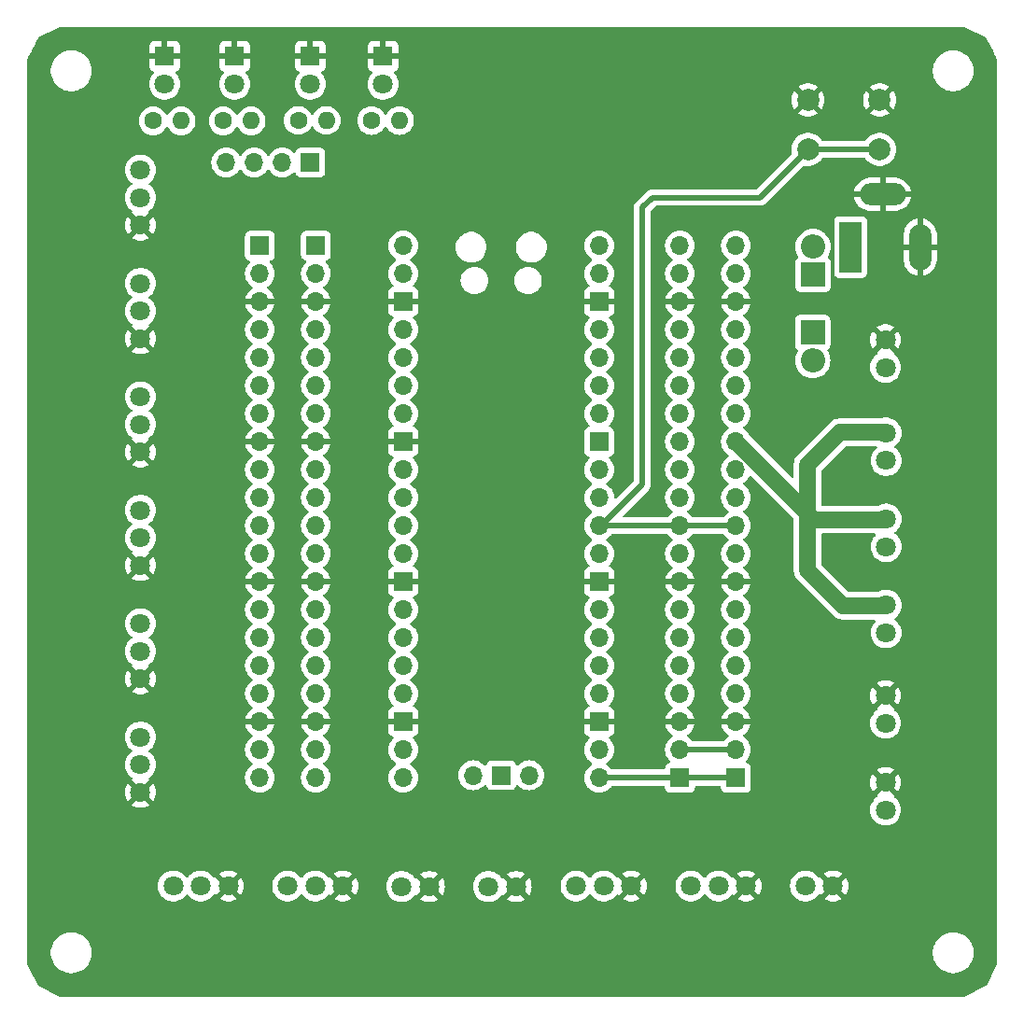
<source format=gbr>
%TF.GenerationSoftware,KiCad,Pcbnew,8.0.3*%
%TF.CreationDate,2024-07-10T23:10:10+09:00*%
%TF.ProjectId,power_control,706f7765-725f-4636-9f6e-74726f6c2e6b,rev?*%
%TF.SameCoordinates,PX5b8d800PY3473bc0*%
%TF.FileFunction,Copper,L2,Bot*%
%TF.FilePolarity,Positive*%
%FSLAX46Y46*%
G04 Gerber Fmt 4.6, Leading zero omitted, Abs format (unit mm)*
G04 Created by KiCad (PCBNEW 8.0.3) date 2024-07-10 23:10:10*
%MOMM*%
%LPD*%
G01*
G04 APERTURE LIST*
%TA.AperFunction,ComponentPad*%
%ADD10R,2.200000X2.200000*%
%TD*%
%TA.AperFunction,ComponentPad*%
%ADD11O,2.200000X2.200000*%
%TD*%
%TA.AperFunction,ComponentPad*%
%ADD12C,1.600000*%
%TD*%
%TA.AperFunction,ComponentPad*%
%ADD13O,1.600000X1.600000*%
%TD*%
%TA.AperFunction,ComponentPad*%
%ADD14C,1.800000*%
%TD*%
%TA.AperFunction,ComponentPad*%
%ADD15R,1.800000X1.800000*%
%TD*%
%TA.AperFunction,ComponentPad*%
%ADD16R,1.700000X1.700000*%
%TD*%
%TA.AperFunction,ComponentPad*%
%ADD17O,1.700000X1.700000*%
%TD*%
%TA.AperFunction,ComponentPad*%
%ADD18R,2.000000X4.600000*%
%TD*%
%TA.AperFunction,ComponentPad*%
%ADD19O,2.000000X4.200000*%
%TD*%
%TA.AperFunction,ComponentPad*%
%ADD20O,4.200000X2.000000*%
%TD*%
%TA.AperFunction,ComponentPad*%
%ADD21C,2.000000*%
%TD*%
%TA.AperFunction,Conductor*%
%ADD22C,0.500000*%
%TD*%
%TA.AperFunction,Conductor*%
%ADD23C,1.500000*%
%TD*%
G04 APERTURE END LIST*
D10*
%TO.P,D6,1,K*%
%TO.N,VIN*%
X72275000Y-23486000D03*
D11*
%TO.P,D6,2,A*%
%TO.N,Net-(D6-A)*%
X72275000Y-20946000D03*
%TD*%
D12*
%TO.P,R4,1*%
%TO.N,Net-(D4-A)*%
X12429000Y-9541000D03*
D13*
%TO.P,R4,2*%
%TO.N,Net-(J5-Pin_4)*%
X14969000Y-9541000D03*
%TD*%
D14*
%TO.P,J18,1,Pin_1*%
%TO.N,Net-(J16-Pin_12)*%
X78916000Y-48158000D03*
%TO.P,J18,2,Pin_2*%
%TO.N,Net-(J16-Pin_13)*%
X78916000Y-45658000D03*
%TD*%
D12*
%TO.P,R3,1*%
%TO.N,Net-(D3-A)*%
X18779000Y-9541000D03*
D13*
%TO.P,R3,2*%
%TO.N,Net-(J5-Pin_3)*%
X21319000Y-9541000D03*
%TD*%
D15*
%TO.P,D1,1,K*%
%TO.N,GND*%
X33286000Y-3674000D03*
D14*
%TO.P,D1,2,A*%
%TO.N,Net-(D1-A)*%
X33286000Y-6214000D03*
%TD*%
%TO.P,J17,1,Pin_1*%
%TO.N,Net-(J16-Pin_11)*%
X78916000Y-55978000D03*
%TO.P,J17,2,Pin_2*%
%TO.N,Net-(J16-Pin_13)*%
X78916000Y-53478000D03*
%TD*%
%TO.P,J14,1,Pin_1*%
%TO.N,Net-(J14-Pin_1)*%
X24630000Y-78950000D03*
%TO.P,J14,2,Pin_2*%
%TO.N,Net-(J14-Pin_2)*%
X27130000Y-78950000D03*
%TO.P,J14,3,Pin_3*%
%TO.N,GND*%
X29630000Y-78950000D03*
%TD*%
D15*
%TO.P,D3,1,K*%
%TO.N,GND*%
X19824000Y-3669000D03*
D14*
%TO.P,D3,2,A*%
%TO.N,Net-(D3-A)*%
X19824000Y-6209000D03*
%TD*%
D16*
%TO.P,J5,1,Pin_1*%
%TO.N,Net-(J5-Pin_1)*%
X26682000Y-13326000D03*
D17*
%TO.P,J5,2,Pin_2*%
%TO.N,Net-(J5-Pin_2)*%
X24142000Y-13326000D03*
%TO.P,J5,3,Pin_3*%
%TO.N,Net-(J5-Pin_3)*%
X21602000Y-13326000D03*
%TO.P,J5,4,Pin_4*%
%TO.N,Net-(J5-Pin_4)*%
X19062000Y-13326000D03*
%TD*%
D14*
%TO.P,J20,1,Pin_1*%
%TO.N,Net-(J16-Pin_9)*%
X78862000Y-64176000D03*
%TO.P,J20,2,Pin_2*%
%TO.N,GND*%
X78862000Y-61676000D03*
%TD*%
%TO.P,J11,1,Pin_1*%
%TO.N,Net-(J11-Pin_1)*%
X11278000Y-55149000D03*
%TO.P,J11,2,Pin_2*%
%TO.N,Net-(J11-Pin_2)*%
X11278000Y-57649000D03*
%TO.P,J11,3,Pin_3*%
%TO.N,GND*%
X11278000Y-60149000D03*
%TD*%
D16*
%TO.P,J6,1,Pin_1*%
%TO.N,Net-(J15-Pin_1)*%
X27190000Y-20860000D03*
D17*
%TO.P,J6,2,Pin_2*%
%TO.N,Net-(J15-Pin_2)*%
X27190000Y-23400000D03*
%TO.P,J6,3,Pin_3*%
%TO.N,GND*%
X27190000Y-25940000D03*
%TO.P,J6,4,Pin_4*%
%TO.N,Net-(J15-Pin_4)*%
X27190000Y-28480000D03*
%TO.P,J6,5,Pin_5*%
%TO.N,Net-(J15-Pin_5)*%
X27190000Y-31020000D03*
%TO.P,J6,6,Pin_6*%
%TO.N,Net-(J15-Pin_6)*%
X27190000Y-33560000D03*
%TO.P,J6,7,Pin_7*%
%TO.N,Net-(J15-Pin_7)*%
X27190000Y-36100000D03*
%TO.P,J6,8,Pin_8*%
%TO.N,GND*%
X27190000Y-38640000D03*
%TO.P,J6,9,Pin_9*%
%TO.N,Net-(J10-Pin_1)*%
X27190000Y-41180000D03*
%TO.P,J6,10,Pin_10*%
%TO.N,Net-(J10-Pin_2)*%
X27190000Y-43720000D03*
%TO.P,J6,11,Pin_11*%
%TO.N,Net-(J11-Pin_1)*%
X27190000Y-46260000D03*
%TO.P,J6,12,Pin_12*%
%TO.N,Net-(J11-Pin_2)*%
X27190000Y-48800000D03*
%TO.P,J6,13,Pin_13*%
%TO.N,GND*%
X27190000Y-51340000D03*
%TO.P,J6,14,Pin_14*%
%TO.N,Net-(J12-Pin_1)*%
X27190000Y-53880000D03*
%TO.P,J6,15,Pin_15*%
%TO.N,Net-(J12-Pin_2)*%
X27190000Y-56420000D03*
%TO.P,J6,16,Pin_16*%
%TO.N,Net-(J13-Pin_1)*%
X27190000Y-58960000D03*
%TO.P,J6,17,Pin_17*%
%TO.N,Net-(J13-Pin_2)*%
X27190000Y-61500000D03*
%TO.P,J6,18,Pin_18*%
%TO.N,GND*%
X27190000Y-64040000D03*
%TO.P,J6,19,Pin_19*%
%TO.N,Net-(J14-Pin_1)*%
X27190000Y-66580000D03*
%TO.P,J6,20,Pin_20*%
%TO.N,Net-(J14-Pin_2)*%
X27190000Y-69120000D03*
%TD*%
D16*
%TO.P,J25,1,Pin_1*%
%TO.N,Net-(J16-Pin_1)*%
X65290000Y-69130000D03*
D17*
%TO.P,J25,2,Pin_2*%
%TO.N,Net-(J16-Pin_2)*%
X65290000Y-66590000D03*
%TO.P,J25,3,Pin_3*%
%TO.N,GND*%
X65290000Y-64050000D03*
%TO.P,J25,4,Pin_4*%
%TO.N,Net-(J16-Pin_4)*%
X65290000Y-61510000D03*
%TO.P,J25,5,Pin_5*%
%TO.N,Net-(J16-Pin_5)*%
X65290000Y-58970000D03*
%TO.P,J25,6,Pin_6*%
%TO.N,Net-(J16-Pin_6)*%
X65290000Y-56430000D03*
%TO.P,J25,7,Pin_7*%
%TO.N,Net-(J16-Pin_7)*%
X65290000Y-53890000D03*
%TO.P,J25,8,Pin_8*%
%TO.N,GND*%
X65290000Y-51350000D03*
%TO.P,J25,9,Pin_9*%
%TO.N,Net-(J16-Pin_9)*%
X65290000Y-48810000D03*
%TO.P,J25,10,Pin_10*%
%TO.N,Net-(J16-Pin_10)*%
X65290000Y-46270000D03*
%TO.P,J25,11,Pin_11*%
%TO.N,Net-(J16-Pin_11)*%
X65290000Y-43730000D03*
%TO.P,J25,12,Pin_12*%
%TO.N,Net-(J16-Pin_12)*%
X65290000Y-41190000D03*
%TO.P,J25,13,Pin_13*%
%TO.N,Net-(J16-Pin_13)*%
X65290000Y-38650000D03*
%TO.P,J25,14,Pin_14*%
%TO.N,Net-(J16-Pin_14)*%
X65290000Y-36110000D03*
%TO.P,J25,15,Pin_15*%
%TO.N,Net-(J16-Pin_15)*%
X65290000Y-33570000D03*
%TO.P,J25,16,Pin_16*%
%TO.N,3.3V*%
X65290000Y-31030000D03*
%TO.P,J25,17,Pin_17*%
%TO.N,Net-(J16-Pin_17)*%
X65290000Y-28490000D03*
%TO.P,J25,18,Pin_18*%
%TO.N,GND*%
X65290000Y-25950000D03*
%TO.P,J25,19,Pin_19*%
%TO.N,VIN*%
X65290000Y-23410000D03*
%TO.P,J25,20,Pin_20*%
%TO.N,5V*%
X65290000Y-20870000D03*
%TD*%
D14*
%TO.P,J21,1,Pin_1*%
%TO.N,Net-(J16-Pin_7)*%
X78862000Y-72050000D03*
%TO.P,J21,2,Pin_2*%
%TO.N,GND*%
X78862000Y-69550000D03*
%TD*%
D18*
%TO.P,J1,1*%
%TO.N,Net-(D6-A)*%
X75700000Y-21000000D03*
D19*
%TO.P,J1,2*%
%TO.N,GND*%
X82000000Y-21000000D03*
D20*
%TO.P,J1,3*%
X78600000Y-16200000D03*
%TD*%
D12*
%TO.P,R2,1*%
%TO.N,Net-(D2-A)*%
X25593000Y-9504000D03*
D13*
%TO.P,R2,2*%
%TO.N,Net-(J5-Pin_2)*%
X28133000Y-9504000D03*
%TD*%
D10*
%TO.P,D5,1,K*%
%TO.N,VIN*%
X72249600Y-28743800D03*
D11*
%TO.P,D5,2,A*%
%TO.N,Net-(D5-A)*%
X72249600Y-31283800D03*
%TD*%
D14*
%TO.P,J23,1,Pin_1*%
%TO.N,Net-(J16-Pin_4)*%
X61206000Y-78950000D03*
%TO.P,J23,2,Pin_2*%
%TO.N,Net-(J16-Pin_5)*%
X63706000Y-78950000D03*
%TO.P,J23,3,Pin_3*%
%TO.N,GND*%
X66206000Y-78950000D03*
%TD*%
%TO.P,J12,1,Pin_1*%
%TO.N,Net-(J12-Pin_1)*%
X11278000Y-65436000D03*
%TO.P,J12,2,Pin_2*%
%TO.N,Net-(J12-Pin_2)*%
X11278000Y-67936000D03*
%TO.P,J12,3,Pin_3*%
%TO.N,GND*%
X11278000Y-70436000D03*
%TD*%
%TO.P,J10,1,Pin_1*%
%TO.N,Net-(J10-Pin_1)*%
X11278000Y-44862000D03*
%TO.P,J10,2,Pin_2*%
%TO.N,Net-(J10-Pin_2)*%
X11278000Y-47362000D03*
%TO.P,J10,3,Pin_3*%
%TO.N,GND*%
X11278000Y-49862000D03*
%TD*%
%TO.P,J4,1,Pin_1*%
%TO.N,3.3V*%
X42851000Y-78985000D03*
%TO.P,J4,2,Pin_2*%
%TO.N,GND*%
X45351000Y-78985000D03*
%TD*%
%TO.P,J24,1,Pin_1*%
%TO.N,Net-(J16-Pin_1)*%
X50792000Y-78950000D03*
%TO.P,J24,2,Pin_2*%
%TO.N,Net-(J16-Pin_2)*%
X53292000Y-78950000D03*
%TO.P,J24,3,Pin_3*%
%TO.N,GND*%
X55792000Y-78950000D03*
%TD*%
%TO.P,J9,1,Pin_1*%
%TO.N,Net-(J15-Pin_6)*%
X11278000Y-34575000D03*
%TO.P,J9,2,Pin_2*%
%TO.N,Net-(J15-Pin_7)*%
X11278000Y-37075000D03*
%TO.P,J9,3,Pin_3*%
%TO.N,GND*%
X11278000Y-39575000D03*
%TD*%
D16*
%TO.P,J15,1,Pin_1*%
%TO.N,Net-(J15-Pin_1)*%
X22110000Y-20870000D03*
D17*
%TO.P,J15,2,Pin_2*%
%TO.N,Net-(J15-Pin_2)*%
X22110000Y-23410000D03*
%TO.P,J15,3,Pin_3*%
%TO.N,GND*%
X22110000Y-25950000D03*
%TO.P,J15,4,Pin_4*%
%TO.N,Net-(J15-Pin_4)*%
X22110000Y-28490000D03*
%TO.P,J15,5,Pin_5*%
%TO.N,Net-(J15-Pin_5)*%
X22110000Y-31030000D03*
%TO.P,J15,6,Pin_6*%
%TO.N,Net-(J15-Pin_6)*%
X22110000Y-33570000D03*
%TO.P,J15,7,Pin_7*%
%TO.N,Net-(J15-Pin_7)*%
X22110000Y-36110000D03*
%TO.P,J15,8,Pin_8*%
%TO.N,GND*%
X22110000Y-38650000D03*
%TO.P,J15,9,Pin_9*%
%TO.N,Net-(J10-Pin_1)*%
X22110000Y-41190000D03*
%TO.P,J15,10,Pin_10*%
%TO.N,Net-(J10-Pin_2)*%
X22110000Y-43730000D03*
%TO.P,J15,11,Pin_11*%
%TO.N,Net-(J11-Pin_1)*%
X22110000Y-46270000D03*
%TO.P,J15,12,Pin_12*%
%TO.N,Net-(J11-Pin_2)*%
X22110000Y-48810000D03*
%TO.P,J15,13,Pin_13*%
%TO.N,GND*%
X22110000Y-51350000D03*
%TO.P,J15,14,Pin_14*%
%TO.N,Net-(J12-Pin_1)*%
X22110000Y-53890000D03*
%TO.P,J15,15,Pin_15*%
%TO.N,Net-(J12-Pin_2)*%
X22110000Y-56430000D03*
%TO.P,J15,16,Pin_16*%
%TO.N,Net-(J13-Pin_1)*%
X22110000Y-58970000D03*
%TO.P,J15,17,Pin_17*%
%TO.N,Net-(J13-Pin_2)*%
X22110000Y-61510000D03*
%TO.P,J15,18,Pin_18*%
%TO.N,GND*%
X22110000Y-64050000D03*
%TO.P,J15,19,Pin_19*%
%TO.N,Net-(J14-Pin_1)*%
X22110000Y-66590000D03*
%TO.P,J15,20,Pin_20*%
%TO.N,Net-(J14-Pin_2)*%
X22110000Y-69130000D03*
%TD*%
D14*
%TO.P,J13,1,Pin_1*%
%TO.N,Net-(J13-Pin_1)*%
X14250000Y-78950000D03*
%TO.P,J13,2,Pin_2*%
%TO.N,Net-(J13-Pin_2)*%
X16750000Y-78950000D03*
%TO.P,J13,3,Pin_3*%
%TO.N,GND*%
X19250000Y-78950000D03*
%TD*%
%TO.P,J3,1,Pin_1*%
%TO.N,5V*%
X34977000Y-78985000D03*
%TO.P,J3,2,Pin_2*%
%TO.N,GND*%
X37477000Y-78985000D03*
%TD*%
D15*
%TO.P,D4,1,K*%
%TO.N,GND*%
X13474000Y-3669000D03*
D14*
%TO.P,D4,2,A*%
%TO.N,Net-(D4-A)*%
X13474000Y-6209000D03*
%TD*%
D12*
%TO.P,R1,1*%
%TO.N,Net-(D1-A)*%
X32241000Y-9516000D03*
D13*
%TO.P,R1,2*%
%TO.N,Net-(J5-Pin_1)*%
X34781000Y-9516000D03*
%TD*%
D14*
%TO.P,J22,1,Pin_1*%
%TO.N,Net-(J16-Pin_6)*%
X71600000Y-78950000D03*
%TO.P,J22,2,Pin_2*%
%TO.N,GND*%
X74100000Y-78950000D03*
%TD*%
%TO.P,J7,1,Pin_1*%
%TO.N,Net-(J15-Pin_1)*%
X11278000Y-14001000D03*
%TO.P,J7,2,Pin_2*%
%TO.N,Net-(J15-Pin_2)*%
X11278000Y-16501000D03*
%TO.P,J7,3,Pin_3*%
%TO.N,GND*%
X11278000Y-19001000D03*
%TD*%
D16*
%TO.P,J16,1,Pin_1*%
%TO.N,Net-(J16-Pin_1)*%
X60210000Y-69130000D03*
D17*
%TO.P,J16,2,Pin_2*%
%TO.N,Net-(J16-Pin_2)*%
X60210000Y-66590000D03*
%TO.P,J16,3,Pin_3*%
%TO.N,GND*%
X60210000Y-64050000D03*
%TO.P,J16,4,Pin_4*%
%TO.N,Net-(J16-Pin_4)*%
X60210000Y-61510000D03*
%TO.P,J16,5,Pin_5*%
%TO.N,Net-(J16-Pin_5)*%
X60210000Y-58970000D03*
%TO.P,J16,6,Pin_6*%
%TO.N,Net-(J16-Pin_6)*%
X60210000Y-56430000D03*
%TO.P,J16,7,Pin_7*%
%TO.N,Net-(J16-Pin_7)*%
X60210000Y-53890000D03*
%TO.P,J16,8,Pin_8*%
%TO.N,GND*%
X60210000Y-51350000D03*
%TO.P,J16,9,Pin_9*%
%TO.N,Net-(J16-Pin_9)*%
X60210000Y-48810000D03*
%TO.P,J16,10,Pin_10*%
%TO.N,Net-(J16-Pin_10)*%
X60210000Y-46270000D03*
%TO.P,J16,11,Pin_11*%
%TO.N,Net-(J16-Pin_11)*%
X60210000Y-43730000D03*
%TO.P,J16,12,Pin_12*%
%TO.N,Net-(J16-Pin_12)*%
X60210000Y-41190000D03*
%TO.P,J16,13,Pin_13*%
%TO.N,Net-(J16-Pin_13)*%
X60210000Y-38650000D03*
%TO.P,J16,14,Pin_14*%
%TO.N,Net-(J16-Pin_14)*%
X60210000Y-36110000D03*
%TO.P,J16,15,Pin_15*%
%TO.N,Net-(J16-Pin_15)*%
X60210000Y-33570000D03*
%TO.P,J16,16,Pin_16*%
%TO.N,3.3V*%
X60210000Y-31030000D03*
%TO.P,J16,17,Pin_17*%
%TO.N,Net-(J16-Pin_17)*%
X60210000Y-28490000D03*
%TO.P,J16,18,Pin_18*%
%TO.N,GND*%
X60210000Y-25950000D03*
%TO.P,J16,19,Pin_19*%
%TO.N,VIN*%
X60210000Y-23410000D03*
%TO.P,J16,20,Pin_20*%
%TO.N,5V*%
X60210000Y-20870000D03*
%TD*%
D21*
%TO.P,SW1,1,1*%
%TO.N,Net-(J16-Pin_10)*%
X78319000Y-12147000D03*
X71819000Y-12147000D03*
%TO.P,SW1,2,2*%
%TO.N,GND*%
X78319000Y-7647000D03*
X71819000Y-7647000D03*
%TD*%
D14*
%TO.P,J8,1,Pin_1*%
%TO.N,Net-(J15-Pin_4)*%
X11278000Y-24288000D03*
%TO.P,J8,2,Pin_2*%
%TO.N,Net-(J15-Pin_5)*%
X11278000Y-26788000D03*
%TO.P,J8,3,Pin_3*%
%TO.N,GND*%
X11278000Y-29288000D03*
%TD*%
D17*
%TO.P,U1,1,GPIO0*%
%TO.N,Net-(J15-Pin_1)*%
X35110000Y-20870000D03*
%TO.P,U1,2,GPIO1*%
%TO.N,Net-(J15-Pin_2)*%
X35110000Y-23410000D03*
D16*
%TO.P,U1,3,GND*%
%TO.N,GND*%
X35110000Y-25950000D03*
D17*
%TO.P,U1,4,GPIO2*%
%TO.N,Net-(J15-Pin_4)*%
X35110000Y-28490000D03*
%TO.P,U1,5,GPIO3*%
%TO.N,Net-(J15-Pin_5)*%
X35110000Y-31030000D03*
%TO.P,U1,6,GPIO4*%
%TO.N,Net-(J15-Pin_6)*%
X35110000Y-33570000D03*
%TO.P,U1,7,GPIO5*%
%TO.N,Net-(J15-Pin_7)*%
X35110000Y-36110000D03*
D16*
%TO.P,U1,8,GND*%
%TO.N,GND*%
X35110000Y-38650000D03*
D17*
%TO.P,U1,9,GPIO6*%
%TO.N,Net-(J10-Pin_1)*%
X35110000Y-41190000D03*
%TO.P,U1,10,GPIO7*%
%TO.N,Net-(J10-Pin_2)*%
X35110000Y-43730000D03*
%TO.P,U1,11,GPIO8*%
%TO.N,Net-(J11-Pin_1)*%
X35110000Y-46270000D03*
%TO.P,U1,12,GPIO9*%
%TO.N,Net-(J11-Pin_2)*%
X35110000Y-48810000D03*
D16*
%TO.P,U1,13,GND*%
%TO.N,GND*%
X35110000Y-51350000D03*
D17*
%TO.P,U1,14,GPIO10*%
%TO.N,Net-(J12-Pin_1)*%
X35110000Y-53890000D03*
%TO.P,U1,15,GPIO11*%
%TO.N,Net-(J12-Pin_2)*%
X35110000Y-56430000D03*
%TO.P,U1,16,GPIO12*%
%TO.N,Net-(J13-Pin_1)*%
X35110000Y-58970000D03*
%TO.P,U1,17,GPIO13*%
%TO.N,Net-(J13-Pin_2)*%
X35110000Y-61510000D03*
D16*
%TO.P,U1,18,GND*%
%TO.N,GND*%
X35110000Y-64050000D03*
D17*
%TO.P,U1,19,GPIO14*%
%TO.N,Net-(J14-Pin_1)*%
X35110000Y-66590000D03*
%TO.P,U1,20,GPIO15*%
%TO.N,Net-(J14-Pin_2)*%
X35110000Y-69130000D03*
%TO.P,U1,21,GPIO16*%
%TO.N,Net-(J16-Pin_1)*%
X52890000Y-69130000D03*
%TO.P,U1,22,GPIO17*%
%TO.N,Net-(J16-Pin_2)*%
X52890000Y-66590000D03*
D16*
%TO.P,U1,23,GND*%
%TO.N,GND*%
X52890000Y-64050000D03*
D17*
%TO.P,U1,24,GPIO18*%
%TO.N,Net-(J16-Pin_4)*%
X52890000Y-61510000D03*
%TO.P,U1,25,GPIO19*%
%TO.N,Net-(J16-Pin_5)*%
X52890000Y-58970000D03*
%TO.P,U1,26,GPIO20*%
%TO.N,Net-(J16-Pin_6)*%
X52890000Y-56430000D03*
%TO.P,U1,27,GPIO21*%
%TO.N,Net-(J16-Pin_7)*%
X52890000Y-53890000D03*
D16*
%TO.P,U1,28,GND*%
%TO.N,GND*%
X52890000Y-51350000D03*
D17*
%TO.P,U1,29,GPIO22*%
%TO.N,Net-(J16-Pin_9)*%
X52890000Y-48810000D03*
%TO.P,U1,30,RUN*%
%TO.N,Net-(J16-Pin_10)*%
X52890000Y-46270000D03*
%TO.P,U1,31,GPIO26_ADC0*%
%TO.N,Net-(J16-Pin_11)*%
X52890000Y-43730000D03*
%TO.P,U1,32,GPIO27_ADC1*%
%TO.N,Net-(J16-Pin_12)*%
X52890000Y-41190000D03*
D16*
%TO.P,U1,33,AGND*%
%TO.N,Net-(J16-Pin_13)*%
X52890000Y-38650000D03*
D17*
%TO.P,U1,34,GPIO28_ADC2*%
%TO.N,Net-(J16-Pin_14)*%
X52890000Y-36110000D03*
%TO.P,U1,35,ADC_VREF*%
%TO.N,Net-(J16-Pin_15)*%
X52890000Y-33570000D03*
%TO.P,U1,36,3V3*%
%TO.N,3.3V*%
X52890000Y-31030000D03*
%TO.P,U1,37,3V3_EN*%
%TO.N,Net-(J16-Pin_17)*%
X52890000Y-28490000D03*
D16*
%TO.P,U1,38,GND*%
%TO.N,GND*%
X52890000Y-25950000D03*
D17*
%TO.P,U1,39,VSYS*%
%TO.N,VIN*%
X52890000Y-23410000D03*
%TO.P,U1,40,VBUS*%
%TO.N,5V*%
X52890000Y-20870000D03*
%TO.P,U1,41,SWCLK*%
%TO.N,unconnected-(U1-SWCLK-Pad41)*%
X41460000Y-68900000D03*
D16*
%TO.P,U1,42,GND*%
%TO.N,unconnected-(U1-GND-Pad42)*%
X44000000Y-68900000D03*
D17*
%TO.P,U1,43,SWDIO*%
%TO.N,unconnected-(U1-SWDIO-Pad43)*%
X46540000Y-68900000D03*
%TD*%
D15*
%TO.P,D2,1,K*%
%TO.N,GND*%
X26682000Y-3669000D03*
D14*
%TO.P,D2,2,A*%
%TO.N,Net-(D2-A)*%
X26682000Y-6209000D03*
%TD*%
%TO.P,J19,1,Pin_1*%
%TO.N,Net-(J16-Pin_14)*%
X78916000Y-40357000D03*
%TO.P,J19,2,Pin_2*%
%TO.N,Net-(J16-Pin_13)*%
X78916000Y-37857000D03*
%TD*%
%TO.P,J2,1,Pin_1*%
%TO.N,Net-(D5-A)*%
X78862000Y-31902000D03*
%TO.P,J2,2,Pin_2*%
%TO.N,GND*%
X78862000Y-29402000D03*
%TD*%
D22*
%TO.N,Net-(J16-Pin_1)*%
X60210000Y-69130000D02*
X52890000Y-69130000D01*
X60210000Y-69130000D02*
X65290000Y-69130000D01*
%TO.N,Net-(J16-Pin_10)*%
X71819000Y-12147000D02*
X78319000Y-12147000D01*
X53047000Y-46270000D02*
X52890000Y-46270000D01*
X56781000Y-42536000D02*
X53047000Y-46270000D01*
X56781000Y-17419000D02*
X56781000Y-42536000D01*
X57699000Y-16501000D02*
X56781000Y-17419000D01*
X60210000Y-46270000D02*
X52890000Y-46270000D01*
X65290000Y-46270000D02*
X60210000Y-46270000D01*
X71819000Y-12147000D02*
X67465000Y-16501000D01*
X67465000Y-16501000D02*
X57699000Y-16501000D01*
D23*
%TO.N,Net-(J16-Pin_13)*%
X72356585Y-45711000D02*
X78809000Y-45711000D01*
X71767000Y-45121416D02*
X71767000Y-40758000D01*
X74741000Y-37784000D02*
X78862000Y-37784000D01*
X71767000Y-45121416D02*
X71767000Y-50283000D01*
X75016000Y-53532000D02*
X78862000Y-53532000D01*
X71767000Y-50283000D02*
X75016000Y-53532000D01*
X65295585Y-38650000D02*
X72356585Y-45711000D01*
X71767000Y-40758000D02*
X74741000Y-37784000D01*
D22*
%TO.N,Net-(J16-Pin_2)*%
X60210000Y-66590000D02*
X65290000Y-66590000D01*
%TD*%
%TA.AperFunction,Conductor*%
%TO.N,GND*%
G36*
X59089338Y-47040185D02*
G01*
X59123873Y-47073376D01*
X59171505Y-47141401D01*
X59338597Y-47308493D01*
X59338603Y-47308498D01*
X59524158Y-47438425D01*
X59567783Y-47493002D01*
X59574977Y-47562500D01*
X59543454Y-47624855D01*
X59524158Y-47641575D01*
X59338597Y-47771505D01*
X59171505Y-47938597D01*
X59035965Y-48132169D01*
X59035964Y-48132171D01*
X58936098Y-48346335D01*
X58936094Y-48346344D01*
X58874938Y-48574586D01*
X58874936Y-48574596D01*
X58854341Y-48809999D01*
X58854341Y-48810000D01*
X58874936Y-49045403D01*
X58874938Y-49045413D01*
X58936094Y-49273655D01*
X58936096Y-49273659D01*
X58936097Y-49273663D01*
X58993179Y-49396075D01*
X59035965Y-49487830D01*
X59035967Y-49487834D01*
X59136060Y-49630781D01*
X59171501Y-49681396D01*
X59171506Y-49681402D01*
X59338597Y-49848493D01*
X59338603Y-49848498D01*
X59524594Y-49978730D01*
X59568219Y-50033307D01*
X59575413Y-50102805D01*
X59543890Y-50165160D01*
X59524595Y-50181880D01*
X59338922Y-50311890D01*
X59338920Y-50311891D01*
X59171891Y-50478920D01*
X59171886Y-50478926D01*
X59036400Y-50672420D01*
X59036399Y-50672422D01*
X58936570Y-50886507D01*
X58936567Y-50886513D01*
X58879364Y-51099999D01*
X58879364Y-51100000D01*
X59776988Y-51100000D01*
X59744075Y-51157007D01*
X59710000Y-51284174D01*
X59710000Y-51415826D01*
X59744075Y-51542993D01*
X59776988Y-51600000D01*
X58879364Y-51600000D01*
X58936567Y-51813486D01*
X58936570Y-51813492D01*
X59036399Y-52027578D01*
X59171894Y-52221082D01*
X59338917Y-52388105D01*
X59524595Y-52518119D01*
X59568219Y-52572696D01*
X59575412Y-52642195D01*
X59543890Y-52704549D01*
X59524595Y-52721269D01*
X59338594Y-52851508D01*
X59171505Y-53018597D01*
X59035965Y-53212169D01*
X59035964Y-53212171D01*
X58936098Y-53426335D01*
X58936094Y-53426344D01*
X58874938Y-53654586D01*
X58874936Y-53654596D01*
X58854341Y-53889999D01*
X58854341Y-53890000D01*
X58874936Y-54125403D01*
X58874938Y-54125413D01*
X58936094Y-54353655D01*
X58936096Y-54353659D01*
X58936097Y-54353663D01*
X59031302Y-54557830D01*
X59035965Y-54567830D01*
X59035967Y-54567834D01*
X59171501Y-54761395D01*
X59171506Y-54761402D01*
X59338597Y-54928493D01*
X59338603Y-54928498D01*
X59524158Y-55058425D01*
X59567783Y-55113002D01*
X59574977Y-55182500D01*
X59543454Y-55244855D01*
X59524158Y-55261575D01*
X59338597Y-55391505D01*
X59171505Y-55558597D01*
X59035965Y-55752169D01*
X59035964Y-55752171D01*
X58936098Y-55966335D01*
X58936094Y-55966344D01*
X58874938Y-56194586D01*
X58874936Y-56194596D01*
X58854341Y-56429999D01*
X58854341Y-56430000D01*
X58874936Y-56665403D01*
X58874938Y-56665413D01*
X58936094Y-56893655D01*
X58936096Y-56893659D01*
X58936097Y-56893663D01*
X59031302Y-57097830D01*
X59035965Y-57107830D01*
X59035967Y-57107834D01*
X59171501Y-57301395D01*
X59171506Y-57301402D01*
X59338597Y-57468493D01*
X59338603Y-57468498D01*
X59524158Y-57598425D01*
X59567783Y-57653002D01*
X59574977Y-57722500D01*
X59543454Y-57784855D01*
X59524158Y-57801575D01*
X59338597Y-57931505D01*
X59171505Y-58098597D01*
X59035965Y-58292169D01*
X59035964Y-58292171D01*
X58936098Y-58506335D01*
X58936094Y-58506344D01*
X58874938Y-58734586D01*
X58874936Y-58734596D01*
X58854341Y-58969999D01*
X58854341Y-58970000D01*
X58874936Y-59205403D01*
X58874938Y-59205413D01*
X58936094Y-59433655D01*
X58936096Y-59433659D01*
X58936097Y-59433663D01*
X58957888Y-59480393D01*
X59035965Y-59647830D01*
X59035967Y-59647834D01*
X59171501Y-59841395D01*
X59171506Y-59841402D01*
X59338597Y-60008493D01*
X59338603Y-60008498D01*
X59524158Y-60138425D01*
X59567783Y-60193002D01*
X59574977Y-60262500D01*
X59543454Y-60324855D01*
X59524158Y-60341575D01*
X59338597Y-60471505D01*
X59171505Y-60638597D01*
X59035965Y-60832169D01*
X59035964Y-60832171D01*
X58936098Y-61046335D01*
X58936094Y-61046344D01*
X58874938Y-61274586D01*
X58874936Y-61274596D01*
X58854341Y-61509999D01*
X58854341Y-61510000D01*
X58874936Y-61745403D01*
X58874938Y-61745413D01*
X58936094Y-61973655D01*
X58936096Y-61973659D01*
X58936097Y-61973663D01*
X58962159Y-62029553D01*
X59035965Y-62187830D01*
X59035967Y-62187834D01*
X59144281Y-62342521D01*
X59171501Y-62381396D01*
X59171506Y-62381402D01*
X59338597Y-62548493D01*
X59338603Y-62548498D01*
X59524594Y-62678730D01*
X59568219Y-62733307D01*
X59575413Y-62802805D01*
X59543890Y-62865160D01*
X59524595Y-62881880D01*
X59338922Y-63011890D01*
X59338920Y-63011891D01*
X59171891Y-63178920D01*
X59171886Y-63178926D01*
X59036400Y-63372420D01*
X59036399Y-63372422D01*
X58936570Y-63586507D01*
X58936567Y-63586513D01*
X58879364Y-63799999D01*
X58879364Y-63800000D01*
X59776988Y-63800000D01*
X59744075Y-63857007D01*
X59710000Y-63984174D01*
X59710000Y-64115826D01*
X59744075Y-64242993D01*
X59776988Y-64300000D01*
X58879364Y-64300000D01*
X58936567Y-64513486D01*
X58936570Y-64513492D01*
X59036399Y-64727578D01*
X59171894Y-64921082D01*
X59338917Y-65088105D01*
X59524595Y-65218119D01*
X59568219Y-65272696D01*
X59575412Y-65342195D01*
X59543890Y-65404549D01*
X59524595Y-65421269D01*
X59338594Y-65551508D01*
X59171505Y-65718597D01*
X59035965Y-65912169D01*
X59035964Y-65912171D01*
X58936098Y-66126335D01*
X58936094Y-66126344D01*
X58874938Y-66354586D01*
X58874936Y-66354596D01*
X58854341Y-66589999D01*
X58854341Y-66590000D01*
X58874936Y-66825403D01*
X58874938Y-66825413D01*
X58936094Y-67053655D01*
X58936096Y-67053659D01*
X58936097Y-67053663D01*
X58945043Y-67072847D01*
X59035965Y-67267830D01*
X59035967Y-67267834D01*
X59123873Y-67393376D01*
X59171501Y-67461396D01*
X59171506Y-67461402D01*
X59293430Y-67583326D01*
X59326915Y-67644649D01*
X59321931Y-67714341D01*
X59280059Y-67770274D01*
X59249083Y-67787189D01*
X59117669Y-67836203D01*
X59117664Y-67836206D01*
X59002455Y-67922452D01*
X59002452Y-67922455D01*
X58916206Y-68037664D01*
X58916202Y-68037671D01*
X58865908Y-68172517D01*
X58860570Y-68222171D01*
X58859501Y-68232123D01*
X58859500Y-68232135D01*
X58859500Y-68255500D01*
X58839815Y-68322539D01*
X58787011Y-68368294D01*
X58735500Y-68379500D01*
X54077701Y-68379500D01*
X54010662Y-68359815D01*
X53976126Y-68326623D01*
X53928494Y-68258597D01*
X53761402Y-68091506D01*
X53761396Y-68091501D01*
X53575842Y-67961575D01*
X53532217Y-67906998D01*
X53525023Y-67837500D01*
X53556546Y-67775145D01*
X53575842Y-67758425D01*
X53622197Y-67725967D01*
X53761401Y-67628495D01*
X53928495Y-67461401D01*
X54064035Y-67267830D01*
X54163903Y-67053663D01*
X54225063Y-66825408D01*
X54245659Y-66590000D01*
X54225063Y-66354592D01*
X54163903Y-66126337D01*
X54064035Y-65912171D01*
X54050121Y-65892300D01*
X53928496Y-65718600D01*
X53877193Y-65667297D01*
X53806179Y-65596283D01*
X53772696Y-65534963D01*
X53777680Y-65465271D01*
X53819551Y-65409337D01*
X53850529Y-65392422D01*
X53982086Y-65343354D01*
X53982093Y-65343350D01*
X54097187Y-65257190D01*
X54097190Y-65257187D01*
X54183350Y-65142093D01*
X54183354Y-65142086D01*
X54233596Y-65007379D01*
X54233598Y-65007372D01*
X54239999Y-64947844D01*
X54240000Y-64947827D01*
X54240000Y-64300000D01*
X53334560Y-64300000D01*
X53365245Y-64246853D01*
X53400000Y-64117143D01*
X53400000Y-63982857D01*
X53365245Y-63853147D01*
X53334560Y-63800000D01*
X54240000Y-63800000D01*
X54240000Y-63152172D01*
X54239999Y-63152155D01*
X54233598Y-63092627D01*
X54233596Y-63092620D01*
X54183354Y-62957913D01*
X54183350Y-62957906D01*
X54097190Y-62842812D01*
X54097187Y-62842809D01*
X53982093Y-62756649D01*
X53982088Y-62756646D01*
X53850528Y-62707577D01*
X53794595Y-62665705D01*
X53770178Y-62600241D01*
X53785030Y-62531968D01*
X53806175Y-62503720D01*
X53928495Y-62381401D01*
X54064035Y-62187830D01*
X54163903Y-61973663D01*
X54225063Y-61745408D01*
X54245659Y-61510000D01*
X54225063Y-61274592D01*
X54163903Y-61046337D01*
X54064035Y-60832171D01*
X53928495Y-60638599D01*
X53928494Y-60638597D01*
X53761402Y-60471506D01*
X53761396Y-60471501D01*
X53575842Y-60341575D01*
X53532217Y-60286998D01*
X53525023Y-60217500D01*
X53556546Y-60155145D01*
X53575842Y-60138425D01*
X53654748Y-60083174D01*
X53761401Y-60008495D01*
X53928495Y-59841401D01*
X54064035Y-59647830D01*
X54163903Y-59433663D01*
X54225063Y-59205408D01*
X54245659Y-58970000D01*
X54225063Y-58734592D01*
X54163903Y-58506337D01*
X54064035Y-58292171D01*
X53928495Y-58098599D01*
X53928494Y-58098597D01*
X53761402Y-57931506D01*
X53761396Y-57931501D01*
X53575842Y-57801575D01*
X53532217Y-57746998D01*
X53525023Y-57677500D01*
X53556546Y-57615145D01*
X53575842Y-57598425D01*
X53598026Y-57582891D01*
X53761401Y-57468495D01*
X53928495Y-57301401D01*
X54064035Y-57107830D01*
X54163903Y-56893663D01*
X54225063Y-56665408D01*
X54245659Y-56430000D01*
X54225063Y-56194592D01*
X54163903Y-55966337D01*
X54064035Y-55752171D01*
X53961196Y-55605300D01*
X53928494Y-55558597D01*
X53761402Y-55391506D01*
X53761396Y-55391501D01*
X53575842Y-55261575D01*
X53532217Y-55206998D01*
X53525023Y-55137500D01*
X53556546Y-55075145D01*
X53575842Y-55058425D01*
X53739133Y-54944087D01*
X53761401Y-54928495D01*
X53928495Y-54761401D01*
X54064035Y-54567830D01*
X54163903Y-54353663D01*
X54225063Y-54125408D01*
X54245659Y-53890000D01*
X54225063Y-53654592D01*
X54178626Y-53481285D01*
X54163905Y-53426344D01*
X54163904Y-53426343D01*
X54163903Y-53426337D01*
X54064035Y-53212171D01*
X53930666Y-53021700D01*
X53928496Y-53018600D01*
X53918493Y-53008597D01*
X53806179Y-52896283D01*
X53772696Y-52834963D01*
X53777680Y-52765271D01*
X53819551Y-52709337D01*
X53850529Y-52692422D01*
X53982086Y-52643354D01*
X53982093Y-52643350D01*
X54097187Y-52557190D01*
X54097190Y-52557187D01*
X54183350Y-52442093D01*
X54183354Y-52442086D01*
X54233596Y-52307379D01*
X54233598Y-52307372D01*
X54239999Y-52247844D01*
X54240000Y-52247827D01*
X54240000Y-51600000D01*
X53334560Y-51600000D01*
X53365245Y-51546853D01*
X53400000Y-51417143D01*
X53400000Y-51282857D01*
X53365245Y-51153147D01*
X53334560Y-51100000D01*
X54240000Y-51100000D01*
X54240000Y-50452172D01*
X54239999Y-50452155D01*
X54233598Y-50392627D01*
X54233596Y-50392620D01*
X54183354Y-50257913D01*
X54183350Y-50257906D01*
X54097190Y-50142812D01*
X54097187Y-50142809D01*
X53982093Y-50056649D01*
X53982088Y-50056646D01*
X53850528Y-50007577D01*
X53794595Y-49965705D01*
X53770178Y-49900241D01*
X53785030Y-49831968D01*
X53806175Y-49803720D01*
X53928495Y-49681401D01*
X54064035Y-49487830D01*
X54163903Y-49273663D01*
X54225063Y-49045408D01*
X54245659Y-48810000D01*
X54225063Y-48574592D01*
X54163903Y-48346337D01*
X54064035Y-48132171D01*
X53993089Y-48030848D01*
X53928494Y-47938597D01*
X53761402Y-47771506D01*
X53761396Y-47771501D01*
X53575842Y-47641575D01*
X53532217Y-47586998D01*
X53525023Y-47517500D01*
X53556546Y-47455145D01*
X53575842Y-47438425D01*
X53684998Y-47361993D01*
X53761401Y-47308495D01*
X53928495Y-47141401D01*
X53976127Y-47073376D01*
X54030704Y-47029751D01*
X54077701Y-47020500D01*
X59022299Y-47020500D01*
X59089338Y-47040185D01*
G37*
%TD.AperFunction*%
%TA.AperFunction,Conductor*%
G36*
X64169338Y-47040185D02*
G01*
X64203873Y-47073376D01*
X64251505Y-47141401D01*
X64418597Y-47308493D01*
X64418603Y-47308498D01*
X64604158Y-47438425D01*
X64647783Y-47493002D01*
X64654977Y-47562500D01*
X64623454Y-47624855D01*
X64604158Y-47641575D01*
X64418597Y-47771505D01*
X64251505Y-47938597D01*
X64115965Y-48132169D01*
X64115964Y-48132171D01*
X64016098Y-48346335D01*
X64016094Y-48346344D01*
X63954938Y-48574586D01*
X63954936Y-48574596D01*
X63934341Y-48809999D01*
X63934341Y-48810000D01*
X63954936Y-49045403D01*
X63954938Y-49045413D01*
X64016094Y-49273655D01*
X64016096Y-49273659D01*
X64016097Y-49273663D01*
X64073179Y-49396075D01*
X64115965Y-49487830D01*
X64115967Y-49487834D01*
X64216060Y-49630781D01*
X64251501Y-49681396D01*
X64251506Y-49681402D01*
X64418597Y-49848493D01*
X64418603Y-49848498D01*
X64604594Y-49978730D01*
X64648219Y-50033307D01*
X64655413Y-50102805D01*
X64623890Y-50165160D01*
X64604595Y-50181880D01*
X64418922Y-50311890D01*
X64418920Y-50311891D01*
X64251891Y-50478920D01*
X64251886Y-50478926D01*
X64116400Y-50672420D01*
X64116399Y-50672422D01*
X64016570Y-50886507D01*
X64016567Y-50886513D01*
X63959364Y-51099999D01*
X63959364Y-51100000D01*
X64856988Y-51100000D01*
X64824075Y-51157007D01*
X64790000Y-51284174D01*
X64790000Y-51415826D01*
X64824075Y-51542993D01*
X64856988Y-51600000D01*
X63959364Y-51600000D01*
X64016567Y-51813486D01*
X64016570Y-51813492D01*
X64116399Y-52027578D01*
X64251894Y-52221082D01*
X64418917Y-52388105D01*
X64604595Y-52518119D01*
X64648219Y-52572696D01*
X64655412Y-52642195D01*
X64623890Y-52704549D01*
X64604595Y-52721269D01*
X64418594Y-52851508D01*
X64251505Y-53018597D01*
X64115965Y-53212169D01*
X64115964Y-53212171D01*
X64016098Y-53426335D01*
X64016094Y-53426344D01*
X63954938Y-53654586D01*
X63954936Y-53654596D01*
X63934341Y-53889999D01*
X63934341Y-53890000D01*
X63954936Y-54125403D01*
X63954938Y-54125413D01*
X64016094Y-54353655D01*
X64016096Y-54353659D01*
X64016097Y-54353663D01*
X64111302Y-54557830D01*
X64115965Y-54567830D01*
X64115967Y-54567834D01*
X64251501Y-54761395D01*
X64251506Y-54761402D01*
X64418597Y-54928493D01*
X64418603Y-54928498D01*
X64604158Y-55058425D01*
X64647783Y-55113002D01*
X64654977Y-55182500D01*
X64623454Y-55244855D01*
X64604158Y-55261575D01*
X64418597Y-55391505D01*
X64251505Y-55558597D01*
X64115965Y-55752169D01*
X64115964Y-55752171D01*
X64016098Y-55966335D01*
X64016094Y-55966344D01*
X63954938Y-56194586D01*
X63954936Y-56194596D01*
X63934341Y-56429999D01*
X63934341Y-56430000D01*
X63954936Y-56665403D01*
X63954938Y-56665413D01*
X64016094Y-56893655D01*
X64016096Y-56893659D01*
X64016097Y-56893663D01*
X64111302Y-57097830D01*
X64115965Y-57107830D01*
X64115967Y-57107834D01*
X64251501Y-57301395D01*
X64251506Y-57301402D01*
X64418597Y-57468493D01*
X64418603Y-57468498D01*
X64604158Y-57598425D01*
X64647783Y-57653002D01*
X64654977Y-57722500D01*
X64623454Y-57784855D01*
X64604158Y-57801575D01*
X64418597Y-57931505D01*
X64251505Y-58098597D01*
X64115965Y-58292169D01*
X64115964Y-58292171D01*
X64016098Y-58506335D01*
X64016094Y-58506344D01*
X63954938Y-58734586D01*
X63954936Y-58734596D01*
X63934341Y-58969999D01*
X63934341Y-58970000D01*
X63954936Y-59205403D01*
X63954938Y-59205413D01*
X64016094Y-59433655D01*
X64016096Y-59433659D01*
X64016097Y-59433663D01*
X64037888Y-59480393D01*
X64115965Y-59647830D01*
X64115967Y-59647834D01*
X64251501Y-59841395D01*
X64251506Y-59841402D01*
X64418597Y-60008493D01*
X64418603Y-60008498D01*
X64604158Y-60138425D01*
X64647783Y-60193002D01*
X64654977Y-60262500D01*
X64623454Y-60324855D01*
X64604158Y-60341575D01*
X64418597Y-60471505D01*
X64251505Y-60638597D01*
X64115965Y-60832169D01*
X64115964Y-60832171D01*
X64016098Y-61046335D01*
X64016094Y-61046344D01*
X63954938Y-61274586D01*
X63954936Y-61274596D01*
X63934341Y-61509999D01*
X63934341Y-61510000D01*
X63954936Y-61745403D01*
X63954938Y-61745413D01*
X64016094Y-61973655D01*
X64016096Y-61973659D01*
X64016097Y-61973663D01*
X64042159Y-62029553D01*
X64115965Y-62187830D01*
X64115967Y-62187834D01*
X64224281Y-62342521D01*
X64251501Y-62381396D01*
X64251506Y-62381402D01*
X64418597Y-62548493D01*
X64418603Y-62548498D01*
X64604594Y-62678730D01*
X64648219Y-62733307D01*
X64655413Y-62802805D01*
X64623890Y-62865160D01*
X64604595Y-62881880D01*
X64418922Y-63011890D01*
X64418920Y-63011891D01*
X64251891Y-63178920D01*
X64251886Y-63178926D01*
X64116400Y-63372420D01*
X64116399Y-63372422D01*
X64016570Y-63586507D01*
X64016567Y-63586513D01*
X63959364Y-63799999D01*
X63959364Y-63800000D01*
X64856988Y-63800000D01*
X64824075Y-63857007D01*
X64790000Y-63984174D01*
X64790000Y-64115826D01*
X64824075Y-64242993D01*
X64856988Y-64300000D01*
X63959364Y-64300000D01*
X64016567Y-64513486D01*
X64016570Y-64513492D01*
X64116399Y-64727578D01*
X64251894Y-64921082D01*
X64418917Y-65088105D01*
X64604595Y-65218119D01*
X64648219Y-65272696D01*
X64655412Y-65342195D01*
X64623890Y-65404549D01*
X64604595Y-65421269D01*
X64418594Y-65551508D01*
X64251506Y-65718596D01*
X64203874Y-65786623D01*
X64149297Y-65830248D01*
X64102299Y-65839500D01*
X61397701Y-65839500D01*
X61330662Y-65819815D01*
X61296126Y-65786623D01*
X61248494Y-65718597D01*
X61081402Y-65551506D01*
X61081401Y-65551505D01*
X60895405Y-65421269D01*
X60851781Y-65366692D01*
X60844588Y-65297193D01*
X60876110Y-65234839D01*
X60895405Y-65218119D01*
X61081082Y-65088105D01*
X61248105Y-64921082D01*
X61383600Y-64727578D01*
X61483429Y-64513492D01*
X61483432Y-64513486D01*
X61540636Y-64300000D01*
X60643012Y-64300000D01*
X60675925Y-64242993D01*
X60710000Y-64115826D01*
X60710000Y-63984174D01*
X60675925Y-63857007D01*
X60643012Y-63800000D01*
X61540636Y-63800000D01*
X61540635Y-63799999D01*
X61483432Y-63586513D01*
X61483429Y-63586507D01*
X61383600Y-63372422D01*
X61383599Y-63372420D01*
X61248113Y-63178926D01*
X61248108Y-63178920D01*
X61081078Y-63011890D01*
X60895405Y-62881879D01*
X60851780Y-62827302D01*
X60844588Y-62757804D01*
X60876110Y-62695449D01*
X60895406Y-62678730D01*
X60902111Y-62674035D01*
X61081401Y-62548495D01*
X61248495Y-62381401D01*
X61384035Y-62187830D01*
X61483903Y-61973663D01*
X61545063Y-61745408D01*
X61565659Y-61510000D01*
X61545063Y-61274592D01*
X61483903Y-61046337D01*
X61384035Y-60832171D01*
X61248495Y-60638599D01*
X61248494Y-60638597D01*
X61081402Y-60471506D01*
X61081396Y-60471501D01*
X60895842Y-60341575D01*
X60852217Y-60286998D01*
X60845023Y-60217500D01*
X60876546Y-60155145D01*
X60895842Y-60138425D01*
X60974748Y-60083174D01*
X61081401Y-60008495D01*
X61248495Y-59841401D01*
X61384035Y-59647830D01*
X61483903Y-59433663D01*
X61545063Y-59205408D01*
X61565659Y-58970000D01*
X61545063Y-58734592D01*
X61483903Y-58506337D01*
X61384035Y-58292171D01*
X61248495Y-58098599D01*
X61248494Y-58098597D01*
X61081402Y-57931506D01*
X61081396Y-57931501D01*
X60895842Y-57801575D01*
X60852217Y-57746998D01*
X60845023Y-57677500D01*
X60876546Y-57615145D01*
X60895842Y-57598425D01*
X60918026Y-57582891D01*
X61081401Y-57468495D01*
X61248495Y-57301401D01*
X61384035Y-57107830D01*
X61483903Y-56893663D01*
X61545063Y-56665408D01*
X61565659Y-56430000D01*
X61545063Y-56194592D01*
X61483903Y-55966337D01*
X61384035Y-55752171D01*
X61281196Y-55605300D01*
X61248494Y-55558597D01*
X61081402Y-55391506D01*
X61081396Y-55391501D01*
X60895842Y-55261575D01*
X60852217Y-55206998D01*
X60845023Y-55137500D01*
X60876546Y-55075145D01*
X60895842Y-55058425D01*
X61059133Y-54944087D01*
X61081401Y-54928495D01*
X61248495Y-54761401D01*
X61384035Y-54567830D01*
X61483903Y-54353663D01*
X61545063Y-54125408D01*
X61565659Y-53890000D01*
X61545063Y-53654592D01*
X61498626Y-53481285D01*
X61483905Y-53426344D01*
X61483904Y-53426343D01*
X61483903Y-53426337D01*
X61384035Y-53212171D01*
X61250667Y-53021700D01*
X61248494Y-53018597D01*
X61081402Y-52851506D01*
X61081401Y-52851505D01*
X60895405Y-52721269D01*
X60851781Y-52666692D01*
X60844588Y-52597193D01*
X60876110Y-52534839D01*
X60895405Y-52518119D01*
X61081082Y-52388105D01*
X61248105Y-52221082D01*
X61383600Y-52027578D01*
X61483429Y-51813492D01*
X61483432Y-51813486D01*
X61540636Y-51600000D01*
X60643012Y-51600000D01*
X60675925Y-51542993D01*
X60710000Y-51415826D01*
X60710000Y-51284174D01*
X60675925Y-51157007D01*
X60643012Y-51100000D01*
X61540636Y-51100000D01*
X61540635Y-51099999D01*
X61483432Y-50886513D01*
X61483429Y-50886507D01*
X61383600Y-50672422D01*
X61383599Y-50672420D01*
X61248113Y-50478926D01*
X61248108Y-50478920D01*
X61081078Y-50311890D01*
X60895405Y-50181879D01*
X60851780Y-50127302D01*
X60844588Y-50057804D01*
X60876110Y-49995449D01*
X60895406Y-49978730D01*
X60902111Y-49974035D01*
X61081401Y-49848495D01*
X61248495Y-49681401D01*
X61384035Y-49487830D01*
X61483903Y-49273663D01*
X61545063Y-49045408D01*
X61565659Y-48810000D01*
X61545063Y-48574592D01*
X61483903Y-48346337D01*
X61384035Y-48132171D01*
X61313089Y-48030848D01*
X61248494Y-47938597D01*
X61081402Y-47771506D01*
X61081396Y-47771501D01*
X60895842Y-47641575D01*
X60852217Y-47586998D01*
X60845023Y-47517500D01*
X60876546Y-47455145D01*
X60895842Y-47438425D01*
X61004998Y-47361993D01*
X61081401Y-47308495D01*
X61248495Y-47141401D01*
X61296127Y-47073376D01*
X61350704Y-47029751D01*
X61397701Y-47020500D01*
X64102299Y-47020500D01*
X64169338Y-47040185D01*
G37*
%TD.AperFunction*%
%TA.AperFunction,Conductor*%
G36*
X86026182Y-1013091D02*
G01*
X87963030Y-1981515D01*
X88014189Y-2029102D01*
X88018485Y-2036970D01*
X88137701Y-2275401D01*
X88137702Y-2275403D01*
X88140201Y-2280401D01*
X88140202Y-2280403D01*
X88265957Y-2531913D01*
X88363078Y-2726155D01*
X88590581Y-3181161D01*
X88621974Y-3243947D01*
X88668389Y-3336777D01*
X88729034Y-3458067D01*
X88802867Y-3605733D01*
X88986909Y-3973818D01*
X89000000Y-4029272D01*
X89000000Y-85970728D01*
X88986909Y-86026182D01*
X88984854Y-86030293D01*
X88888629Y-86222743D01*
X88018485Y-87963030D01*
X87970898Y-88014189D01*
X87963030Y-88018485D01*
X86026182Y-88986909D01*
X85970728Y-89000000D01*
X4029272Y-89000000D01*
X3973818Y-88986909D01*
X2036970Y-88018485D01*
X1985811Y-87970898D01*
X1981515Y-87963030D01*
X1111372Y-86222743D01*
X1015147Y-86030293D01*
X1013091Y-86026182D01*
X1000000Y-85970728D01*
X1000000Y-84878711D01*
X3149500Y-84878711D01*
X3149500Y-85121288D01*
X3181161Y-85361785D01*
X3243947Y-85596104D01*
X3336773Y-85820205D01*
X3336776Y-85820212D01*
X3458064Y-86030289D01*
X3458066Y-86030292D01*
X3458067Y-86030293D01*
X3605733Y-86222736D01*
X3605739Y-86222743D01*
X3777256Y-86394260D01*
X3777262Y-86394265D01*
X3969711Y-86541936D01*
X4179788Y-86663224D01*
X4403900Y-86756054D01*
X4638211Y-86818838D01*
X4818586Y-86842584D01*
X4878711Y-86850500D01*
X4878712Y-86850500D01*
X5121289Y-86850500D01*
X5169388Y-86844167D01*
X5361789Y-86818838D01*
X5596100Y-86756054D01*
X5820212Y-86663224D01*
X6030289Y-86541936D01*
X6222738Y-86394265D01*
X6394265Y-86222738D01*
X6541936Y-86030289D01*
X6663224Y-85820212D01*
X6756054Y-85596100D01*
X6818838Y-85361789D01*
X6850500Y-85121288D01*
X6850500Y-84878712D01*
X6850500Y-84878711D01*
X83149500Y-84878711D01*
X83149500Y-85121288D01*
X83181161Y-85361785D01*
X83243947Y-85596104D01*
X83336773Y-85820205D01*
X83336776Y-85820212D01*
X83458064Y-86030289D01*
X83458066Y-86030292D01*
X83458067Y-86030293D01*
X83605733Y-86222736D01*
X83605739Y-86222743D01*
X83777256Y-86394260D01*
X83777262Y-86394265D01*
X83969711Y-86541936D01*
X84179788Y-86663224D01*
X84403900Y-86756054D01*
X84638211Y-86818838D01*
X84818586Y-86842584D01*
X84878711Y-86850500D01*
X84878712Y-86850500D01*
X85121289Y-86850500D01*
X85169388Y-86844167D01*
X85361789Y-86818838D01*
X85596100Y-86756054D01*
X85820212Y-86663224D01*
X86030289Y-86541936D01*
X86222738Y-86394265D01*
X86394265Y-86222738D01*
X86541936Y-86030289D01*
X86663224Y-85820212D01*
X86756054Y-85596100D01*
X86818838Y-85361789D01*
X86850500Y-85121288D01*
X86850500Y-84878712D01*
X86818838Y-84638211D01*
X86756054Y-84403900D01*
X86663224Y-84179788D01*
X86541936Y-83969711D01*
X86394265Y-83777262D01*
X86394260Y-83777256D01*
X86222743Y-83605739D01*
X86222736Y-83605733D01*
X86030293Y-83458067D01*
X86030292Y-83458066D01*
X86030289Y-83458064D01*
X85820212Y-83336776D01*
X85820205Y-83336773D01*
X85596104Y-83243947D01*
X85361785Y-83181161D01*
X85121289Y-83149500D01*
X85121288Y-83149500D01*
X84878712Y-83149500D01*
X84878711Y-83149500D01*
X84638214Y-83181161D01*
X84403895Y-83243947D01*
X84179794Y-83336773D01*
X84179785Y-83336777D01*
X83969706Y-83458067D01*
X83777263Y-83605733D01*
X83777256Y-83605739D01*
X83605739Y-83777256D01*
X83605733Y-83777263D01*
X83458067Y-83969706D01*
X83336777Y-84179785D01*
X83336773Y-84179794D01*
X83243947Y-84403895D01*
X83181161Y-84638214D01*
X83149500Y-84878711D01*
X6850500Y-84878711D01*
X6818838Y-84638211D01*
X6756054Y-84403900D01*
X6663224Y-84179788D01*
X6541936Y-83969711D01*
X6394265Y-83777262D01*
X6394260Y-83777256D01*
X6222743Y-83605739D01*
X6222736Y-83605733D01*
X6030293Y-83458067D01*
X6030292Y-83458066D01*
X6030289Y-83458064D01*
X5820212Y-83336776D01*
X5820205Y-83336773D01*
X5596104Y-83243947D01*
X5361785Y-83181161D01*
X5121289Y-83149500D01*
X5121288Y-83149500D01*
X4878712Y-83149500D01*
X4878711Y-83149500D01*
X4638214Y-83181161D01*
X4403895Y-83243947D01*
X4179794Y-83336773D01*
X4179785Y-83336777D01*
X3969706Y-83458067D01*
X3777263Y-83605733D01*
X3777256Y-83605739D01*
X3605739Y-83777256D01*
X3605733Y-83777263D01*
X3458067Y-83969706D01*
X3336777Y-84179785D01*
X3336773Y-84179794D01*
X3243947Y-84403895D01*
X3181161Y-84638214D01*
X3149500Y-84878711D01*
X1000000Y-84878711D01*
X1000000Y-78949993D01*
X12844700Y-78949993D01*
X12844700Y-78950006D01*
X12863864Y-79181297D01*
X12863866Y-79181308D01*
X12920842Y-79406300D01*
X13014075Y-79618848D01*
X13141016Y-79813147D01*
X13141019Y-79813151D01*
X13141021Y-79813153D01*
X13298216Y-79983913D01*
X13298219Y-79983915D01*
X13298222Y-79983918D01*
X13481365Y-80126464D01*
X13481371Y-80126468D01*
X13481374Y-80126470D01*
X13648860Y-80217109D01*
X13684652Y-80236479D01*
X13685497Y-80236936D01*
X13786109Y-80271476D01*
X13905015Y-80312297D01*
X13905017Y-80312297D01*
X13905019Y-80312298D01*
X14133951Y-80350500D01*
X14133952Y-80350500D01*
X14366048Y-80350500D01*
X14366049Y-80350500D01*
X14594981Y-80312298D01*
X14814503Y-80236936D01*
X15018626Y-80126470D01*
X15019170Y-80126047D01*
X15156813Y-80018915D01*
X15201784Y-79983913D01*
X15358979Y-79813153D01*
X15378919Y-79782633D01*
X15396191Y-79756196D01*
X15449337Y-79710839D01*
X15518569Y-79701415D01*
X15581904Y-79730917D01*
X15603809Y-79756196D01*
X15641016Y-79813147D01*
X15641019Y-79813151D01*
X15641021Y-79813153D01*
X15798216Y-79983913D01*
X15798219Y-79983915D01*
X15798222Y-79983918D01*
X15981365Y-80126464D01*
X15981371Y-80126468D01*
X15981374Y-80126470D01*
X16148860Y-80217109D01*
X16184652Y-80236479D01*
X16185497Y-80236936D01*
X16286109Y-80271476D01*
X16405015Y-80312297D01*
X16405017Y-80312297D01*
X16405019Y-80312298D01*
X16633951Y-80350500D01*
X16633952Y-80350500D01*
X16866048Y-80350500D01*
X16866049Y-80350500D01*
X17094981Y-80312298D01*
X17314503Y-80236936D01*
X17518626Y-80126470D01*
X17519170Y-80126047D01*
X17656813Y-80018915D01*
X17701784Y-79983913D01*
X17858979Y-79813153D01*
X17896491Y-79755736D01*
X17949634Y-79710382D01*
X18018865Y-79700957D01*
X18082201Y-79730458D01*
X18096914Y-79747436D01*
X18098812Y-79747633D01*
X18767037Y-79079408D01*
X18784075Y-79142993D01*
X18849901Y-79257007D01*
X18942993Y-79350099D01*
X19057007Y-79415925D01*
X19120590Y-79432962D01*
X18451201Y-80102351D01*
X18481649Y-80126050D01*
X18685697Y-80236476D01*
X18685706Y-80236479D01*
X18905139Y-80311811D01*
X19133993Y-80350000D01*
X19366007Y-80350000D01*
X19594860Y-80311811D01*
X19814293Y-80236479D01*
X19814301Y-80236476D01*
X20018355Y-80126047D01*
X20048797Y-80102351D01*
X20048798Y-80102350D01*
X19379410Y-79432962D01*
X19442993Y-79415925D01*
X19557007Y-79350099D01*
X19650099Y-79257007D01*
X19715925Y-79142993D01*
X19732962Y-79079409D01*
X20401186Y-79747633D01*
X20485482Y-79618611D01*
X20578682Y-79406135D01*
X20635638Y-79181218D01*
X20654798Y-78950005D01*
X20654798Y-78949994D01*
X20654798Y-78949993D01*
X23224700Y-78949993D01*
X23224700Y-78950006D01*
X23243864Y-79181297D01*
X23243866Y-79181308D01*
X23300842Y-79406300D01*
X23394075Y-79618848D01*
X23521016Y-79813147D01*
X23521019Y-79813151D01*
X23521021Y-79813153D01*
X23678216Y-79983913D01*
X23678219Y-79983915D01*
X23678222Y-79983918D01*
X23861365Y-80126464D01*
X23861371Y-80126468D01*
X23861374Y-80126470D01*
X24028860Y-80217109D01*
X24064652Y-80236479D01*
X24065497Y-80236936D01*
X24166109Y-80271476D01*
X24285015Y-80312297D01*
X24285017Y-80312297D01*
X24285019Y-80312298D01*
X24513951Y-80350500D01*
X24513952Y-80350500D01*
X24746048Y-80350500D01*
X24746049Y-80350500D01*
X24974981Y-80312298D01*
X25194503Y-80236936D01*
X25398626Y-80126470D01*
X25399170Y-80126047D01*
X25536813Y-80018915D01*
X25581784Y-79983913D01*
X25738979Y-79813153D01*
X25758919Y-79782633D01*
X25776191Y-79756196D01*
X25829337Y-79710839D01*
X25898569Y-79701415D01*
X25961904Y-79730917D01*
X25983809Y-79756196D01*
X26021016Y-79813147D01*
X26021019Y-79813151D01*
X26021021Y-79813153D01*
X26178216Y-79983913D01*
X26178219Y-79983915D01*
X26178222Y-79983918D01*
X26361365Y-80126464D01*
X26361371Y-80126468D01*
X26361374Y-80126470D01*
X26528860Y-80217109D01*
X26564652Y-80236479D01*
X26565497Y-80236936D01*
X26666109Y-80271476D01*
X26785015Y-80312297D01*
X26785017Y-80312297D01*
X26785019Y-80312298D01*
X27013951Y-80350500D01*
X27013952Y-80350500D01*
X27246048Y-80350500D01*
X27246049Y-80350500D01*
X27474981Y-80312298D01*
X27694503Y-80236936D01*
X27898626Y-80126470D01*
X27899170Y-80126047D01*
X28036813Y-80018915D01*
X28081784Y-79983913D01*
X28238979Y-79813153D01*
X28276491Y-79755736D01*
X28329634Y-79710382D01*
X28398865Y-79700957D01*
X28462201Y-79730458D01*
X28476914Y-79747436D01*
X28478812Y-79747633D01*
X29147037Y-79079408D01*
X29164075Y-79142993D01*
X29229901Y-79257007D01*
X29322993Y-79350099D01*
X29437007Y-79415925D01*
X29500590Y-79432962D01*
X28831201Y-80102351D01*
X28861649Y-80126050D01*
X29065697Y-80236476D01*
X29065706Y-80236479D01*
X29285139Y-80311811D01*
X29513993Y-80350000D01*
X29746007Y-80350000D01*
X29974860Y-80311811D01*
X30194293Y-80236479D01*
X30194301Y-80236476D01*
X30398355Y-80126047D01*
X30428797Y-80102351D01*
X30428798Y-80102350D01*
X29759410Y-79432962D01*
X29822993Y-79415925D01*
X29937007Y-79350099D01*
X30030099Y-79257007D01*
X30095925Y-79142993D01*
X30112962Y-79079409D01*
X30781186Y-79747633D01*
X30865482Y-79618611D01*
X30958682Y-79406135D01*
X31015638Y-79181218D01*
X31031899Y-78984993D01*
X33571700Y-78984993D01*
X33571700Y-78985006D01*
X33590864Y-79216297D01*
X33590866Y-79216308D01*
X33647842Y-79441300D01*
X33741075Y-79653848D01*
X33868016Y-79848147D01*
X33868019Y-79848151D01*
X33868021Y-79848153D01*
X34025216Y-80018913D01*
X34025219Y-80018915D01*
X34025222Y-80018918D01*
X34208365Y-80161464D01*
X34208371Y-80161468D01*
X34208374Y-80161470D01*
X34375860Y-80252109D01*
X34411652Y-80271479D01*
X34412497Y-80271936D01*
X34526487Y-80311068D01*
X34632015Y-80347297D01*
X34632017Y-80347297D01*
X34632019Y-80347298D01*
X34860951Y-80385500D01*
X34860952Y-80385500D01*
X35093048Y-80385500D01*
X35093049Y-80385500D01*
X35321981Y-80347298D01*
X35541503Y-80271936D01*
X35745626Y-80161470D01*
X35746170Y-80161047D01*
X35821584Y-80102350D01*
X35928784Y-80018913D01*
X36085979Y-79848153D01*
X36123491Y-79790736D01*
X36176634Y-79745382D01*
X36245865Y-79735957D01*
X36309201Y-79765458D01*
X36323914Y-79782436D01*
X36325812Y-79782633D01*
X36994037Y-79114408D01*
X37011075Y-79177993D01*
X37076901Y-79292007D01*
X37169993Y-79385099D01*
X37284007Y-79450925D01*
X37347590Y-79467962D01*
X36678201Y-80137351D01*
X36708649Y-80161050D01*
X36912697Y-80271476D01*
X36912706Y-80271479D01*
X37132139Y-80346811D01*
X37360993Y-80385000D01*
X37593007Y-80385000D01*
X37821860Y-80346811D01*
X38041293Y-80271479D01*
X38041301Y-80271476D01*
X38245355Y-80161047D01*
X38275797Y-80137351D01*
X38275798Y-80137350D01*
X37606410Y-79467962D01*
X37669993Y-79450925D01*
X37784007Y-79385099D01*
X37877099Y-79292007D01*
X37942925Y-79177993D01*
X37959962Y-79114409D01*
X38628186Y-79782633D01*
X38712482Y-79653611D01*
X38805682Y-79441135D01*
X38862638Y-79216218D01*
X38881798Y-78985005D01*
X38881798Y-78984994D01*
X38881798Y-78984993D01*
X41445700Y-78984993D01*
X41445700Y-78985006D01*
X41464864Y-79216297D01*
X41464866Y-79216308D01*
X41521842Y-79441300D01*
X41615075Y-79653848D01*
X41742016Y-79848147D01*
X41742019Y-79848151D01*
X41742021Y-79848153D01*
X41899216Y-80018913D01*
X41899219Y-80018915D01*
X41899222Y-80018918D01*
X42082365Y-80161464D01*
X42082371Y-80161468D01*
X42082374Y-80161470D01*
X42249860Y-80252109D01*
X42285652Y-80271479D01*
X42286497Y-80271936D01*
X42400487Y-80311068D01*
X42506015Y-80347297D01*
X42506017Y-80347297D01*
X42506019Y-80347298D01*
X42734951Y-80385500D01*
X42734952Y-80385500D01*
X42967048Y-80385500D01*
X42967049Y-80385500D01*
X43195981Y-80347298D01*
X43415503Y-80271936D01*
X43619626Y-80161470D01*
X43620170Y-80161047D01*
X43695584Y-80102350D01*
X43802784Y-80018913D01*
X43959979Y-79848153D01*
X43997491Y-79790736D01*
X44050634Y-79745382D01*
X44119865Y-79735957D01*
X44183201Y-79765458D01*
X44197914Y-79782436D01*
X44199812Y-79782633D01*
X44868037Y-79114408D01*
X44885075Y-79177993D01*
X44950901Y-79292007D01*
X45043993Y-79385099D01*
X45158007Y-79450925D01*
X45221590Y-79467962D01*
X44552201Y-80137351D01*
X44582649Y-80161050D01*
X44786697Y-80271476D01*
X44786706Y-80271479D01*
X45006139Y-80346811D01*
X45234993Y-80385000D01*
X45467007Y-80385000D01*
X45695860Y-80346811D01*
X45915293Y-80271479D01*
X45915301Y-80271476D01*
X46119355Y-80161047D01*
X46149797Y-80137351D01*
X46149798Y-80137350D01*
X45480410Y-79467962D01*
X45543993Y-79450925D01*
X45658007Y-79385099D01*
X45751099Y-79292007D01*
X45816925Y-79177993D01*
X45833962Y-79114409D01*
X46502186Y-79782633D01*
X46586482Y-79653611D01*
X46679682Y-79441135D01*
X46736638Y-79216218D01*
X46755798Y-78985005D01*
X46755798Y-78984994D01*
X46752898Y-78949993D01*
X49386700Y-78949993D01*
X49386700Y-78950006D01*
X49405864Y-79181297D01*
X49405866Y-79181308D01*
X49462842Y-79406300D01*
X49556075Y-79618848D01*
X49683016Y-79813147D01*
X49683019Y-79813151D01*
X49683021Y-79813153D01*
X49840216Y-79983913D01*
X49840219Y-79983915D01*
X49840222Y-79983918D01*
X50023365Y-80126464D01*
X50023371Y-80126468D01*
X50023374Y-80126470D01*
X50190860Y-80217109D01*
X50226652Y-80236479D01*
X50227497Y-80236936D01*
X50328109Y-80271476D01*
X50447015Y-80312297D01*
X50447017Y-80312297D01*
X50447019Y-80312298D01*
X50675951Y-80350500D01*
X50675952Y-80350500D01*
X50908048Y-80350500D01*
X50908049Y-80350500D01*
X51136981Y-80312298D01*
X51356503Y-80236936D01*
X51560626Y-80126470D01*
X51561170Y-80126047D01*
X51698813Y-80018915D01*
X51743784Y-79983913D01*
X51900979Y-79813153D01*
X51920919Y-79782633D01*
X51938191Y-79756196D01*
X51991337Y-79710839D01*
X52060569Y-79701415D01*
X52123904Y-79730917D01*
X52145809Y-79756196D01*
X52183016Y-79813147D01*
X52183019Y-79813151D01*
X52183021Y-79813153D01*
X52340216Y-79983913D01*
X52340219Y-79983915D01*
X52340222Y-79983918D01*
X52523365Y-80126464D01*
X52523371Y-80126468D01*
X52523374Y-80126470D01*
X52690860Y-80217109D01*
X52726652Y-80236479D01*
X52727497Y-80236936D01*
X52828109Y-80271476D01*
X52947015Y-80312297D01*
X52947017Y-80312297D01*
X52947019Y-80312298D01*
X53175951Y-80350500D01*
X53175952Y-80350500D01*
X53408048Y-80350500D01*
X53408049Y-80350500D01*
X53636981Y-80312298D01*
X53856503Y-80236936D01*
X54060626Y-80126470D01*
X54061170Y-80126047D01*
X54198813Y-80018915D01*
X54243784Y-79983913D01*
X54400979Y-79813153D01*
X54438491Y-79755736D01*
X54491634Y-79710382D01*
X54560865Y-79700957D01*
X54624201Y-79730458D01*
X54638914Y-79747436D01*
X54640812Y-79747633D01*
X55309037Y-79079408D01*
X55326075Y-79142993D01*
X55391901Y-79257007D01*
X55484993Y-79350099D01*
X55599007Y-79415925D01*
X55662590Y-79432962D01*
X54993201Y-80102351D01*
X55023649Y-80126050D01*
X55227697Y-80236476D01*
X55227706Y-80236479D01*
X55447139Y-80311811D01*
X55675993Y-80350000D01*
X55908007Y-80350000D01*
X56136860Y-80311811D01*
X56356293Y-80236479D01*
X56356301Y-80236476D01*
X56560355Y-80126047D01*
X56590797Y-80102351D01*
X56590798Y-80102350D01*
X55921410Y-79432962D01*
X55984993Y-79415925D01*
X56099007Y-79350099D01*
X56192099Y-79257007D01*
X56257925Y-79142993D01*
X56274962Y-79079409D01*
X56943186Y-79747633D01*
X57027482Y-79618611D01*
X57120682Y-79406135D01*
X57177638Y-79181218D01*
X57196798Y-78950005D01*
X57196798Y-78949994D01*
X57196798Y-78949993D01*
X59800700Y-78949993D01*
X59800700Y-78950006D01*
X59819864Y-79181297D01*
X59819866Y-79181308D01*
X59876842Y-79406300D01*
X59970075Y-79618848D01*
X60097016Y-79813147D01*
X60097019Y-79813151D01*
X60097021Y-79813153D01*
X60254216Y-79983913D01*
X60254219Y-79983915D01*
X60254222Y-79983918D01*
X60437365Y-80126464D01*
X60437371Y-80126468D01*
X60437374Y-80126470D01*
X60604860Y-80217109D01*
X60640652Y-80236479D01*
X60641497Y-80236936D01*
X60742109Y-80271476D01*
X60861015Y-80312297D01*
X60861017Y-80312297D01*
X60861019Y-80312298D01*
X61089951Y-80350500D01*
X61089952Y-80350500D01*
X61322048Y-80350500D01*
X61322049Y-80350500D01*
X61550981Y-80312298D01*
X61770503Y-80236936D01*
X61974626Y-80126470D01*
X61975170Y-80126047D01*
X62112813Y-80018915D01*
X62157784Y-79983913D01*
X62314979Y-79813153D01*
X62334919Y-79782633D01*
X62352191Y-79756196D01*
X62405337Y-79710839D01*
X62474569Y-79701415D01*
X62537904Y-79730917D01*
X62559809Y-79756196D01*
X62597016Y-79813147D01*
X62597019Y-79813151D01*
X62597021Y-79813153D01*
X62754216Y-79983913D01*
X62754219Y-79983915D01*
X62754222Y-79983918D01*
X62937365Y-80126464D01*
X62937371Y-80126468D01*
X62937374Y-80126470D01*
X63104860Y-80217109D01*
X63140652Y-80236479D01*
X63141497Y-80236936D01*
X63242109Y-80271476D01*
X63361015Y-80312297D01*
X63361017Y-80312297D01*
X63361019Y-80312298D01*
X63589951Y-80350500D01*
X63589952Y-80350500D01*
X63822048Y-80350500D01*
X63822049Y-80350500D01*
X64050981Y-80312298D01*
X64270503Y-80236936D01*
X64474626Y-80126470D01*
X64475170Y-80126047D01*
X64612813Y-80018915D01*
X64657784Y-79983913D01*
X64814979Y-79813153D01*
X64852491Y-79755736D01*
X64905634Y-79710382D01*
X64974865Y-79700957D01*
X65038201Y-79730458D01*
X65052914Y-79747436D01*
X65054812Y-79747633D01*
X65723037Y-79079408D01*
X65740075Y-79142993D01*
X65805901Y-79257007D01*
X65898993Y-79350099D01*
X66013007Y-79415925D01*
X66076590Y-79432962D01*
X65407201Y-80102351D01*
X65437649Y-80126050D01*
X65641697Y-80236476D01*
X65641706Y-80236479D01*
X65861139Y-80311811D01*
X66089993Y-80350000D01*
X66322007Y-80350000D01*
X66550860Y-80311811D01*
X66770293Y-80236479D01*
X66770301Y-80236476D01*
X66974355Y-80126047D01*
X67004797Y-80102351D01*
X67004798Y-80102350D01*
X66335410Y-79432962D01*
X66398993Y-79415925D01*
X66513007Y-79350099D01*
X66606099Y-79257007D01*
X66671925Y-79142993D01*
X66688962Y-79079409D01*
X67357186Y-79747633D01*
X67441482Y-79618611D01*
X67534682Y-79406135D01*
X67591638Y-79181218D01*
X67610798Y-78950005D01*
X67610798Y-78949994D01*
X67610798Y-78949993D01*
X70194700Y-78949993D01*
X70194700Y-78950006D01*
X70213864Y-79181297D01*
X70213866Y-79181308D01*
X70270842Y-79406300D01*
X70364075Y-79618848D01*
X70491016Y-79813147D01*
X70491019Y-79813151D01*
X70491021Y-79813153D01*
X70648216Y-79983913D01*
X70648219Y-79983915D01*
X70648222Y-79983918D01*
X70831365Y-80126464D01*
X70831371Y-80126468D01*
X70831374Y-80126470D01*
X70998860Y-80217109D01*
X71034652Y-80236479D01*
X71035497Y-80236936D01*
X71136109Y-80271476D01*
X71255015Y-80312297D01*
X71255017Y-80312297D01*
X71255019Y-80312298D01*
X71483951Y-80350500D01*
X71483952Y-80350500D01*
X71716048Y-80350500D01*
X71716049Y-80350500D01*
X71944981Y-80312298D01*
X72164503Y-80236936D01*
X72368626Y-80126470D01*
X72369170Y-80126047D01*
X72506813Y-80018915D01*
X72551784Y-79983913D01*
X72708979Y-79813153D01*
X72746491Y-79755736D01*
X72799634Y-79710382D01*
X72868865Y-79700957D01*
X72932201Y-79730458D01*
X72946914Y-79747436D01*
X72948812Y-79747633D01*
X73617037Y-79079408D01*
X73634075Y-79142993D01*
X73699901Y-79257007D01*
X73792993Y-79350099D01*
X73907007Y-79415925D01*
X73970590Y-79432962D01*
X73301201Y-80102351D01*
X73331649Y-80126050D01*
X73535697Y-80236476D01*
X73535706Y-80236479D01*
X73755139Y-80311811D01*
X73983993Y-80350000D01*
X74216007Y-80350000D01*
X74444860Y-80311811D01*
X74664293Y-80236479D01*
X74664301Y-80236476D01*
X74868355Y-80126047D01*
X74898797Y-80102351D01*
X74898798Y-80102350D01*
X74229410Y-79432962D01*
X74292993Y-79415925D01*
X74407007Y-79350099D01*
X74500099Y-79257007D01*
X74565925Y-79142993D01*
X74582962Y-79079409D01*
X75251186Y-79747633D01*
X75335482Y-79618611D01*
X75428682Y-79406135D01*
X75485638Y-79181218D01*
X75504798Y-78950005D01*
X75504798Y-78949994D01*
X75485638Y-78718781D01*
X75428682Y-78493864D01*
X75335484Y-78281393D01*
X75251186Y-78152365D01*
X74582962Y-78820589D01*
X74565925Y-78757007D01*
X74500099Y-78642993D01*
X74407007Y-78549901D01*
X74292993Y-78484075D01*
X74229409Y-78467037D01*
X74898797Y-77797647D01*
X74898797Y-77797645D01*
X74868360Y-77773955D01*
X74868354Y-77773951D01*
X74664302Y-77663523D01*
X74664293Y-77663520D01*
X74444860Y-77588188D01*
X74216007Y-77550000D01*
X73983993Y-77550000D01*
X73755139Y-77588188D01*
X73535706Y-77663520D01*
X73535697Y-77663523D01*
X73331650Y-77773949D01*
X73301200Y-77797647D01*
X73970591Y-78467037D01*
X73907007Y-78484075D01*
X73792993Y-78549901D01*
X73699901Y-78642993D01*
X73634075Y-78757007D01*
X73617037Y-78820591D01*
X72948811Y-78152365D01*
X72944029Y-78152861D01*
X72900959Y-78189618D01*
X72831728Y-78199041D01*
X72768392Y-78169538D01*
X72746489Y-78144260D01*
X72708983Y-78086852D01*
X72708980Y-78086849D01*
X72708979Y-78086847D01*
X72551784Y-77916087D01*
X72551779Y-77916083D01*
X72551777Y-77916081D01*
X72368634Y-77773535D01*
X72368628Y-77773531D01*
X72164504Y-77663064D01*
X72164495Y-77663061D01*
X71944984Y-77587702D01*
X71773282Y-77559050D01*
X71716049Y-77549500D01*
X71483951Y-77549500D01*
X71438164Y-77557140D01*
X71255015Y-77587702D01*
X71035504Y-77663061D01*
X71035495Y-77663064D01*
X70831371Y-77773531D01*
X70831365Y-77773535D01*
X70648222Y-77916081D01*
X70648219Y-77916084D01*
X70491016Y-78086852D01*
X70364075Y-78281151D01*
X70270842Y-78493699D01*
X70213866Y-78718691D01*
X70213864Y-78718702D01*
X70194700Y-78949993D01*
X67610798Y-78949993D01*
X67591638Y-78718781D01*
X67534682Y-78493864D01*
X67441484Y-78281393D01*
X67357186Y-78152365D01*
X66688962Y-78820589D01*
X66671925Y-78757007D01*
X66606099Y-78642993D01*
X66513007Y-78549901D01*
X66398993Y-78484075D01*
X66335409Y-78467037D01*
X67004797Y-77797647D01*
X67004797Y-77797645D01*
X66974360Y-77773955D01*
X66974354Y-77773951D01*
X66770302Y-77663523D01*
X66770293Y-77663520D01*
X66550860Y-77588188D01*
X66322007Y-77550000D01*
X66089993Y-77550000D01*
X65861139Y-77588188D01*
X65641706Y-77663520D01*
X65641697Y-77663523D01*
X65437650Y-77773949D01*
X65407200Y-77797647D01*
X66076591Y-78467037D01*
X66013007Y-78484075D01*
X65898993Y-78549901D01*
X65805901Y-78642993D01*
X65740075Y-78757007D01*
X65723037Y-78820591D01*
X65054811Y-78152365D01*
X65050029Y-78152861D01*
X65006959Y-78189618D01*
X64937728Y-78199041D01*
X64874392Y-78169538D01*
X64852489Y-78144260D01*
X64814983Y-78086852D01*
X64814980Y-78086849D01*
X64814979Y-78086847D01*
X64657784Y-77916087D01*
X64657779Y-77916083D01*
X64657777Y-77916081D01*
X64474634Y-77773535D01*
X64474628Y-77773531D01*
X64270504Y-77663064D01*
X64270495Y-77663061D01*
X64050984Y-77587702D01*
X63879282Y-77559050D01*
X63822049Y-77549500D01*
X63589951Y-77549500D01*
X63544164Y-77557140D01*
X63361015Y-77587702D01*
X63141504Y-77663061D01*
X63141495Y-77663064D01*
X62937371Y-77773531D01*
X62937365Y-77773535D01*
X62754222Y-77916081D01*
X62754219Y-77916084D01*
X62754216Y-77916086D01*
X62754216Y-77916087D01*
X62721997Y-77951087D01*
X62597015Y-78086854D01*
X62559808Y-78143804D01*
X62506662Y-78189161D01*
X62437430Y-78198584D01*
X62374095Y-78169082D01*
X62352192Y-78143804D01*
X62314984Y-78086854D01*
X62314982Y-78086852D01*
X62314979Y-78086847D01*
X62157784Y-77916087D01*
X62157779Y-77916083D01*
X62157777Y-77916081D01*
X61974634Y-77773535D01*
X61974628Y-77773531D01*
X61770504Y-77663064D01*
X61770495Y-77663061D01*
X61550984Y-77587702D01*
X61379282Y-77559050D01*
X61322049Y-77549500D01*
X61089951Y-77549500D01*
X61044164Y-77557140D01*
X60861015Y-77587702D01*
X60641504Y-77663061D01*
X60641495Y-77663064D01*
X60437371Y-77773531D01*
X60437365Y-77773535D01*
X60254222Y-77916081D01*
X60254219Y-77916084D01*
X60097016Y-78086852D01*
X59970075Y-78281151D01*
X59876842Y-78493699D01*
X59819866Y-78718691D01*
X59819864Y-78718702D01*
X59800700Y-78949993D01*
X57196798Y-78949993D01*
X57177638Y-78718781D01*
X57120682Y-78493864D01*
X57027484Y-78281393D01*
X56943186Y-78152365D01*
X56274962Y-78820589D01*
X56257925Y-78757007D01*
X56192099Y-78642993D01*
X56099007Y-78549901D01*
X55984993Y-78484075D01*
X55921409Y-78467037D01*
X56590797Y-77797647D01*
X56590797Y-77797645D01*
X56560360Y-77773955D01*
X56560354Y-77773951D01*
X56356302Y-77663523D01*
X56356293Y-77663520D01*
X56136860Y-77588188D01*
X55908007Y-77550000D01*
X55675993Y-77550000D01*
X55447139Y-77588188D01*
X55227706Y-77663520D01*
X55227697Y-77663523D01*
X55023650Y-77773949D01*
X54993200Y-77797647D01*
X55662591Y-78467037D01*
X55599007Y-78484075D01*
X55484993Y-78549901D01*
X55391901Y-78642993D01*
X55326075Y-78757007D01*
X55309037Y-78820591D01*
X54640811Y-78152365D01*
X54636029Y-78152861D01*
X54592959Y-78189618D01*
X54523728Y-78199041D01*
X54460392Y-78169538D01*
X54438489Y-78144260D01*
X54400983Y-78086852D01*
X54400980Y-78086849D01*
X54400979Y-78086847D01*
X54243784Y-77916087D01*
X54243779Y-77916083D01*
X54243777Y-77916081D01*
X54060634Y-77773535D01*
X54060628Y-77773531D01*
X53856504Y-77663064D01*
X53856495Y-77663061D01*
X53636984Y-77587702D01*
X53465282Y-77559050D01*
X53408049Y-77549500D01*
X53175951Y-77549500D01*
X53130164Y-77557140D01*
X52947015Y-77587702D01*
X52727504Y-77663061D01*
X52727495Y-77663064D01*
X52523371Y-77773531D01*
X52523365Y-77773535D01*
X52340222Y-77916081D01*
X52340219Y-77916084D01*
X52340216Y-77916086D01*
X52340216Y-77916087D01*
X52307997Y-77951087D01*
X52183015Y-78086854D01*
X52145808Y-78143804D01*
X52092662Y-78189161D01*
X52023430Y-78198584D01*
X51960095Y-78169082D01*
X51938192Y-78143804D01*
X51900984Y-78086854D01*
X51900982Y-78086852D01*
X51900979Y-78086847D01*
X51743784Y-77916087D01*
X51743779Y-77916083D01*
X51743777Y-77916081D01*
X51560634Y-77773535D01*
X51560628Y-77773531D01*
X51356504Y-77663064D01*
X51356495Y-77663061D01*
X51136984Y-77587702D01*
X50965282Y-77559050D01*
X50908049Y-77549500D01*
X50675951Y-77549500D01*
X50630164Y-77557140D01*
X50447015Y-77587702D01*
X50227504Y-77663061D01*
X50227495Y-77663064D01*
X50023371Y-77773531D01*
X50023365Y-77773535D01*
X49840222Y-77916081D01*
X49840219Y-77916084D01*
X49683016Y-78086852D01*
X49556075Y-78281151D01*
X49462842Y-78493699D01*
X49405866Y-78718691D01*
X49405864Y-78718702D01*
X49386700Y-78949993D01*
X46752898Y-78949993D01*
X46736638Y-78753781D01*
X46679682Y-78528864D01*
X46586484Y-78316393D01*
X46502186Y-78187365D01*
X45833962Y-78855589D01*
X45816925Y-78792007D01*
X45751099Y-78677993D01*
X45658007Y-78584901D01*
X45543993Y-78519075D01*
X45480409Y-78502037D01*
X46149797Y-77832647D01*
X46149797Y-77832645D01*
X46119360Y-77808955D01*
X46119354Y-77808951D01*
X45915302Y-77698523D01*
X45915293Y-77698520D01*
X45695860Y-77623188D01*
X45467007Y-77585000D01*
X45234993Y-77585000D01*
X45006139Y-77623188D01*
X44786706Y-77698520D01*
X44786697Y-77698523D01*
X44582650Y-77808949D01*
X44552200Y-77832647D01*
X45221591Y-78502037D01*
X45158007Y-78519075D01*
X45043993Y-78584901D01*
X44950901Y-78677993D01*
X44885075Y-78792007D01*
X44868037Y-78855591D01*
X44199811Y-78187365D01*
X44195029Y-78187861D01*
X44151959Y-78224618D01*
X44082728Y-78234041D01*
X44019392Y-78204538D01*
X43997489Y-78179260D01*
X43959983Y-78121852D01*
X43959980Y-78121849D01*
X43959979Y-78121847D01*
X43802784Y-77951087D01*
X43802779Y-77951083D01*
X43802777Y-77951081D01*
X43619634Y-77808535D01*
X43619628Y-77808531D01*
X43415504Y-77698064D01*
X43415495Y-77698061D01*
X43195984Y-77622702D01*
X43024282Y-77594050D01*
X42967049Y-77584500D01*
X42734951Y-77584500D01*
X42689164Y-77592140D01*
X42506015Y-77622702D01*
X42286504Y-77698061D01*
X42286495Y-77698064D01*
X42082371Y-77808531D01*
X42082365Y-77808535D01*
X41899222Y-77951081D01*
X41899219Y-77951084D01*
X41742016Y-78121852D01*
X41615075Y-78316151D01*
X41521842Y-78528699D01*
X41464866Y-78753691D01*
X41464864Y-78753702D01*
X41445700Y-78984993D01*
X38881798Y-78984993D01*
X38862638Y-78753781D01*
X38805682Y-78528864D01*
X38712484Y-78316393D01*
X38628186Y-78187365D01*
X37959962Y-78855589D01*
X37942925Y-78792007D01*
X37877099Y-78677993D01*
X37784007Y-78584901D01*
X37669993Y-78519075D01*
X37606409Y-78502037D01*
X38275797Y-77832647D01*
X38275797Y-77832645D01*
X38245360Y-77808955D01*
X38245354Y-77808951D01*
X38041302Y-77698523D01*
X38041293Y-77698520D01*
X37821860Y-77623188D01*
X37593007Y-77585000D01*
X37360993Y-77585000D01*
X37132139Y-77623188D01*
X36912706Y-77698520D01*
X36912697Y-77698523D01*
X36708650Y-77808949D01*
X36678200Y-77832647D01*
X37347591Y-78502037D01*
X37284007Y-78519075D01*
X37169993Y-78584901D01*
X37076901Y-78677993D01*
X37011075Y-78792007D01*
X36994037Y-78855591D01*
X36325811Y-78187365D01*
X36321029Y-78187861D01*
X36277959Y-78224618D01*
X36208728Y-78234041D01*
X36145392Y-78204538D01*
X36123489Y-78179260D01*
X36085983Y-78121852D01*
X36085980Y-78121849D01*
X36085979Y-78121847D01*
X35928784Y-77951087D01*
X35928779Y-77951083D01*
X35928777Y-77951081D01*
X35745634Y-77808535D01*
X35745628Y-77808531D01*
X35541504Y-77698064D01*
X35541495Y-77698061D01*
X35321984Y-77622702D01*
X35150282Y-77594050D01*
X35093049Y-77584500D01*
X34860951Y-77584500D01*
X34815164Y-77592140D01*
X34632015Y-77622702D01*
X34412504Y-77698061D01*
X34412495Y-77698064D01*
X34208371Y-77808531D01*
X34208365Y-77808535D01*
X34025222Y-77951081D01*
X34025219Y-77951084D01*
X33868016Y-78121852D01*
X33741075Y-78316151D01*
X33647842Y-78528699D01*
X33590866Y-78753691D01*
X33590864Y-78753702D01*
X33571700Y-78984993D01*
X31031899Y-78984993D01*
X31034798Y-78950005D01*
X31034798Y-78949994D01*
X31015638Y-78718781D01*
X30958682Y-78493864D01*
X30865484Y-78281393D01*
X30781186Y-78152365D01*
X30112962Y-78820589D01*
X30095925Y-78757007D01*
X30030099Y-78642993D01*
X29937007Y-78549901D01*
X29822993Y-78484075D01*
X29759409Y-78467037D01*
X30428797Y-77797647D01*
X30428797Y-77797645D01*
X30398360Y-77773955D01*
X30398354Y-77773951D01*
X30194302Y-77663523D01*
X30194293Y-77663520D01*
X29974860Y-77588188D01*
X29746007Y-77550000D01*
X29513993Y-77550000D01*
X29285139Y-77588188D01*
X29065706Y-77663520D01*
X29065697Y-77663523D01*
X28861650Y-77773949D01*
X28831200Y-77797647D01*
X29500591Y-78467037D01*
X29437007Y-78484075D01*
X29322993Y-78549901D01*
X29229901Y-78642993D01*
X29164075Y-78757007D01*
X29147037Y-78820591D01*
X28478811Y-78152365D01*
X28474029Y-78152861D01*
X28430959Y-78189618D01*
X28361728Y-78199041D01*
X28298392Y-78169538D01*
X28276489Y-78144260D01*
X28238983Y-78086852D01*
X28238980Y-78086849D01*
X28238979Y-78086847D01*
X28081784Y-77916087D01*
X28081779Y-77916083D01*
X28081777Y-77916081D01*
X27898634Y-77773535D01*
X27898628Y-77773531D01*
X27694504Y-77663064D01*
X27694495Y-77663061D01*
X27474984Y-77587702D01*
X27303282Y-77559050D01*
X27246049Y-77549500D01*
X27013951Y-77549500D01*
X26968164Y-77557140D01*
X26785015Y-77587702D01*
X26565504Y-77663061D01*
X26565495Y-77663064D01*
X26361371Y-77773531D01*
X26361365Y-77773535D01*
X26178222Y-77916081D01*
X26178219Y-77916084D01*
X26178216Y-77916086D01*
X26178216Y-77916087D01*
X26145997Y-77951087D01*
X26021015Y-78086854D01*
X25983808Y-78143804D01*
X25930662Y-78189161D01*
X25861430Y-78198584D01*
X25798095Y-78169082D01*
X25776192Y-78143804D01*
X25738984Y-78086854D01*
X25738982Y-78086852D01*
X25738979Y-78086847D01*
X25581784Y-77916087D01*
X25581779Y-77916083D01*
X25581777Y-77916081D01*
X25398634Y-77773535D01*
X25398628Y-77773531D01*
X25194504Y-77663064D01*
X25194495Y-77663061D01*
X24974984Y-77587702D01*
X24803282Y-77559050D01*
X24746049Y-77549500D01*
X24513951Y-77549500D01*
X24468164Y-77557140D01*
X24285015Y-77587702D01*
X24065504Y-77663061D01*
X24065495Y-77663064D01*
X23861371Y-77773531D01*
X23861365Y-77773535D01*
X23678222Y-77916081D01*
X23678219Y-77916084D01*
X23521016Y-78086852D01*
X23394075Y-78281151D01*
X23300842Y-78493699D01*
X23243866Y-78718691D01*
X23243864Y-78718702D01*
X23224700Y-78949993D01*
X20654798Y-78949993D01*
X20635638Y-78718781D01*
X20578682Y-78493864D01*
X20485484Y-78281393D01*
X20401186Y-78152365D01*
X19732962Y-78820589D01*
X19715925Y-78757007D01*
X19650099Y-78642993D01*
X19557007Y-78549901D01*
X19442993Y-78484075D01*
X19379409Y-78467037D01*
X20048797Y-77797647D01*
X20048797Y-77797645D01*
X20018360Y-77773955D01*
X20018354Y-77773951D01*
X19814302Y-77663523D01*
X19814293Y-77663520D01*
X19594860Y-77588188D01*
X19366007Y-77550000D01*
X19133993Y-77550000D01*
X18905139Y-77588188D01*
X18685706Y-77663520D01*
X18685697Y-77663523D01*
X18481650Y-77773949D01*
X18451200Y-77797647D01*
X19120591Y-78467037D01*
X19057007Y-78484075D01*
X18942993Y-78549901D01*
X18849901Y-78642993D01*
X18784075Y-78757007D01*
X18767037Y-78820591D01*
X18098811Y-78152365D01*
X18094029Y-78152861D01*
X18050959Y-78189618D01*
X17981728Y-78199041D01*
X17918392Y-78169538D01*
X17896489Y-78144260D01*
X17858983Y-78086852D01*
X17858980Y-78086849D01*
X17858979Y-78086847D01*
X17701784Y-77916087D01*
X17701779Y-77916083D01*
X17701777Y-77916081D01*
X17518634Y-77773535D01*
X17518628Y-77773531D01*
X17314504Y-77663064D01*
X17314495Y-77663061D01*
X17094984Y-77587702D01*
X16923282Y-77559050D01*
X16866049Y-77549500D01*
X16633951Y-77549500D01*
X16588164Y-77557140D01*
X16405015Y-77587702D01*
X16185504Y-77663061D01*
X16185495Y-77663064D01*
X15981371Y-77773531D01*
X15981365Y-77773535D01*
X15798222Y-77916081D01*
X15798219Y-77916084D01*
X15798216Y-77916086D01*
X15798216Y-77916087D01*
X15765997Y-77951087D01*
X15641015Y-78086854D01*
X15603808Y-78143804D01*
X15550662Y-78189161D01*
X15481430Y-78198584D01*
X15418095Y-78169082D01*
X15396192Y-78143804D01*
X15358984Y-78086854D01*
X15358982Y-78086852D01*
X15358979Y-78086847D01*
X15201784Y-77916087D01*
X15201779Y-77916083D01*
X15201777Y-77916081D01*
X15018634Y-77773535D01*
X15018628Y-77773531D01*
X14814504Y-77663064D01*
X14814495Y-77663061D01*
X14594984Y-77587702D01*
X14423282Y-77559050D01*
X14366049Y-77549500D01*
X14133951Y-77549500D01*
X14088164Y-77557140D01*
X13905015Y-77587702D01*
X13685504Y-77663061D01*
X13685495Y-77663064D01*
X13481371Y-77773531D01*
X13481365Y-77773535D01*
X13298222Y-77916081D01*
X13298219Y-77916084D01*
X13141016Y-78086852D01*
X13014075Y-78281151D01*
X12920842Y-78493699D01*
X12863866Y-78718691D01*
X12863864Y-78718702D01*
X12844700Y-78949993D01*
X1000000Y-78949993D01*
X1000000Y-72049993D01*
X77456700Y-72049993D01*
X77456700Y-72050006D01*
X77475864Y-72281297D01*
X77475866Y-72281308D01*
X77532842Y-72506300D01*
X77626075Y-72718848D01*
X77753016Y-72913147D01*
X77753019Y-72913151D01*
X77753021Y-72913153D01*
X77910216Y-73083913D01*
X77910219Y-73083915D01*
X77910222Y-73083918D01*
X78093365Y-73226464D01*
X78093371Y-73226468D01*
X78093374Y-73226470D01*
X78297497Y-73336936D01*
X78411487Y-73376068D01*
X78517015Y-73412297D01*
X78517017Y-73412297D01*
X78517019Y-73412298D01*
X78745951Y-73450500D01*
X78745952Y-73450500D01*
X78978048Y-73450500D01*
X78978049Y-73450500D01*
X79206981Y-73412298D01*
X79426503Y-73336936D01*
X79630626Y-73226470D01*
X79813784Y-73083913D01*
X79970979Y-72913153D01*
X80097924Y-72718849D01*
X80191157Y-72506300D01*
X80248134Y-72281305D01*
X80267300Y-72050000D01*
X80267300Y-72049993D01*
X80248135Y-71818702D01*
X80248133Y-71818691D01*
X80191157Y-71593699D01*
X80097924Y-71381151D01*
X79970983Y-71186852D01*
X79970980Y-71186849D01*
X79970979Y-71186847D01*
X79813784Y-71016087D01*
X79710888Y-70936000D01*
X79661469Y-70897535D01*
X79620656Y-70840825D01*
X79616982Y-70771052D01*
X79651614Y-70710369D01*
X79660794Y-70702413D01*
X79660798Y-70702350D01*
X78991410Y-70032962D01*
X79054993Y-70015925D01*
X79169007Y-69950099D01*
X79262099Y-69857007D01*
X79327925Y-69742993D01*
X79344962Y-69679409D01*
X80013186Y-70347633D01*
X80097482Y-70218611D01*
X80190682Y-70006135D01*
X80247638Y-69781218D01*
X80266798Y-69550005D01*
X80266798Y-69549994D01*
X80247638Y-69318781D01*
X80190682Y-69093864D01*
X80097484Y-68881393D01*
X80013186Y-68752365D01*
X79344962Y-69420589D01*
X79327925Y-69357007D01*
X79262099Y-69242993D01*
X79169007Y-69149901D01*
X79054993Y-69084075D01*
X78991409Y-69067037D01*
X79660797Y-68397647D01*
X79660797Y-68397645D01*
X79630360Y-68373955D01*
X79630354Y-68373951D01*
X79426302Y-68263523D01*
X79426293Y-68263520D01*
X79206860Y-68188188D01*
X78978007Y-68150000D01*
X78745993Y-68150000D01*
X78517139Y-68188188D01*
X78297706Y-68263520D01*
X78297697Y-68263523D01*
X78093650Y-68373949D01*
X78063200Y-68397647D01*
X78732591Y-69067037D01*
X78669007Y-69084075D01*
X78554993Y-69149901D01*
X78461901Y-69242993D01*
X78396075Y-69357007D01*
X78379037Y-69420591D01*
X77710811Y-68752365D01*
X77626516Y-68881390D01*
X77533317Y-69093864D01*
X77476361Y-69318781D01*
X77457202Y-69549994D01*
X77457202Y-69550005D01*
X77476361Y-69781218D01*
X77533317Y-70006135D01*
X77626515Y-70218606D01*
X77710812Y-70347633D01*
X78379037Y-69679408D01*
X78396075Y-69742993D01*
X78461901Y-69857007D01*
X78554993Y-69950099D01*
X78669007Y-70015925D01*
X78732590Y-70032962D01*
X78063201Y-70702351D01*
X78063229Y-70702800D01*
X78103343Y-70758539D01*
X78107017Y-70828312D01*
X78072385Y-70888995D01*
X78062530Y-70897535D01*
X77910218Y-71016085D01*
X77753016Y-71186852D01*
X77626075Y-71381151D01*
X77532842Y-71593699D01*
X77475866Y-71818691D01*
X77475864Y-71818702D01*
X77456700Y-72049993D01*
X1000000Y-72049993D01*
X1000000Y-65435993D01*
X9872700Y-65435993D01*
X9872700Y-65436006D01*
X9891864Y-65667297D01*
X9891866Y-65667308D01*
X9948842Y-65892300D01*
X10042075Y-66104848D01*
X10169016Y-66299147D01*
X10169019Y-66299151D01*
X10169021Y-66299153D01*
X10326216Y-66469913D01*
X10326219Y-66469915D01*
X10326222Y-66469918D01*
X10478122Y-66588147D01*
X10518935Y-66644857D01*
X10522610Y-66714630D01*
X10487978Y-66775313D01*
X10478122Y-66783853D01*
X10326222Y-66902081D01*
X10326219Y-66902084D01*
X10169016Y-67072852D01*
X10042075Y-67267151D01*
X9948842Y-67479699D01*
X9891866Y-67704691D01*
X9891864Y-67704702D01*
X9872700Y-67935993D01*
X9872700Y-67936006D01*
X9891864Y-68167297D01*
X9891866Y-68167308D01*
X9948842Y-68392300D01*
X10042075Y-68604848D01*
X10169016Y-68799147D01*
X10169019Y-68799151D01*
X10169021Y-68799153D01*
X10326216Y-68969913D01*
X10326219Y-68969915D01*
X10326222Y-68969918D01*
X10478528Y-69088463D01*
X10519341Y-69145173D01*
X10523016Y-69214946D01*
X10488384Y-69275629D01*
X10479205Y-69283582D01*
X10479200Y-69283647D01*
X11148591Y-69953037D01*
X11085007Y-69970075D01*
X10970993Y-70035901D01*
X10877901Y-70128993D01*
X10812075Y-70243007D01*
X10795037Y-70306591D01*
X10126811Y-69638365D01*
X10042516Y-69767390D01*
X9949317Y-69979864D01*
X9892361Y-70204781D01*
X9873202Y-70435994D01*
X9873202Y-70436005D01*
X9892361Y-70667218D01*
X9949317Y-70892135D01*
X10042515Y-71104606D01*
X10126812Y-71233633D01*
X10795037Y-70565408D01*
X10812075Y-70628993D01*
X10877901Y-70743007D01*
X10970993Y-70836099D01*
X11085007Y-70901925D01*
X11148590Y-70918962D01*
X10479201Y-71588351D01*
X10509649Y-71612050D01*
X10713697Y-71722476D01*
X10713706Y-71722479D01*
X10933139Y-71797811D01*
X11161993Y-71836000D01*
X11394007Y-71836000D01*
X11622860Y-71797811D01*
X11842293Y-71722479D01*
X11842301Y-71722476D01*
X12046355Y-71612047D01*
X12076797Y-71588351D01*
X12076798Y-71588350D01*
X11407410Y-70918962D01*
X11470993Y-70901925D01*
X11585007Y-70836099D01*
X11678099Y-70743007D01*
X11743925Y-70628993D01*
X11760962Y-70565409D01*
X12429186Y-71233633D01*
X12513482Y-71104611D01*
X12606682Y-70892135D01*
X12663638Y-70667218D01*
X12682798Y-70436005D01*
X12682798Y-70435994D01*
X12663638Y-70204781D01*
X12606682Y-69979864D01*
X12513484Y-69767393D01*
X12429186Y-69638365D01*
X11760962Y-70306589D01*
X11743925Y-70243007D01*
X11678099Y-70128993D01*
X11585007Y-70035901D01*
X11470993Y-69970075D01*
X11407409Y-69953037D01*
X12076797Y-69283647D01*
X12076769Y-69283197D01*
X12036656Y-69227459D01*
X12032982Y-69157686D01*
X12067614Y-69097003D01*
X12077455Y-69088474D01*
X12229784Y-68969913D01*
X12386979Y-68799153D01*
X12513924Y-68604849D01*
X12607157Y-68392300D01*
X12664134Y-68167305D01*
X12670415Y-68091505D01*
X12683300Y-67936006D01*
X12683300Y-67935993D01*
X12664135Y-67704702D01*
X12664133Y-67704691D01*
X12607157Y-67479699D01*
X12513924Y-67267151D01*
X12386983Y-67072852D01*
X12386980Y-67072849D01*
X12386979Y-67072847D01*
X12229784Y-66902087D01*
X12077876Y-66783852D01*
X12037064Y-66727143D01*
X12033389Y-66657370D01*
X12068020Y-66596687D01*
X12077876Y-66588147D01*
X12229784Y-66469913D01*
X12386979Y-66299153D01*
X12513924Y-66104849D01*
X12607157Y-65892300D01*
X12664134Y-65667305D01*
X12670019Y-65596284D01*
X12683300Y-65436006D01*
X12683300Y-65435993D01*
X12664135Y-65204702D01*
X12664133Y-65204691D01*
X12607157Y-64979699D01*
X12513924Y-64767151D01*
X12386983Y-64572852D01*
X12386980Y-64572849D01*
X12386979Y-64572847D01*
X12229784Y-64402087D01*
X12229779Y-64402083D01*
X12229777Y-64402081D01*
X12046634Y-64259535D01*
X12046628Y-64259531D01*
X11842504Y-64149064D01*
X11842495Y-64149061D01*
X11622984Y-64073702D01*
X11451282Y-64045050D01*
X11394049Y-64035500D01*
X11161951Y-64035500D01*
X11116164Y-64043140D01*
X10933015Y-64073702D01*
X10713504Y-64149061D01*
X10713495Y-64149064D01*
X10509371Y-64259531D01*
X10509365Y-64259535D01*
X10326222Y-64402081D01*
X10326219Y-64402084D01*
X10169016Y-64572852D01*
X10042075Y-64767151D01*
X9948842Y-64979699D01*
X9891866Y-65204691D01*
X9891864Y-65204702D01*
X9872700Y-65435993D01*
X1000000Y-65435993D01*
X1000000Y-55148993D01*
X9872700Y-55148993D01*
X9872700Y-55149006D01*
X9891864Y-55380297D01*
X9891866Y-55380308D01*
X9948842Y-55605300D01*
X10042075Y-55817848D01*
X10169016Y-56012147D01*
X10169019Y-56012151D01*
X10169021Y-56012153D01*
X10326216Y-56182913D01*
X10326219Y-56182915D01*
X10326222Y-56182918D01*
X10478122Y-56301147D01*
X10518935Y-56357857D01*
X10522610Y-56427630D01*
X10487978Y-56488313D01*
X10478122Y-56496853D01*
X10326222Y-56615081D01*
X10326219Y-56615084D01*
X10326216Y-56615086D01*
X10326216Y-56615087D01*
X10279897Y-56665403D01*
X10169016Y-56785852D01*
X10042075Y-56980151D01*
X9948842Y-57192699D01*
X9891866Y-57417691D01*
X9891864Y-57417702D01*
X9872700Y-57648993D01*
X9872700Y-57649006D01*
X9891864Y-57880297D01*
X9891866Y-57880308D01*
X9948842Y-58105300D01*
X10042075Y-58317848D01*
X10169016Y-58512147D01*
X10169019Y-58512151D01*
X10169021Y-58512153D01*
X10326216Y-58682913D01*
X10326219Y-58682915D01*
X10326222Y-58682918D01*
X10478528Y-58801463D01*
X10519341Y-58858173D01*
X10523016Y-58927946D01*
X10488384Y-58988629D01*
X10479205Y-58996582D01*
X10479200Y-58996647D01*
X11148591Y-59666037D01*
X11085007Y-59683075D01*
X10970993Y-59748901D01*
X10877901Y-59841993D01*
X10812075Y-59956007D01*
X10795037Y-60019591D01*
X10126811Y-59351365D01*
X10042516Y-59480390D01*
X9949317Y-59692864D01*
X9892361Y-59917781D01*
X9873202Y-60148994D01*
X9873202Y-60149005D01*
X9892361Y-60380218D01*
X9949317Y-60605135D01*
X10042515Y-60817606D01*
X10126812Y-60946633D01*
X10795037Y-60278408D01*
X10812075Y-60341993D01*
X10877901Y-60456007D01*
X10970993Y-60549099D01*
X11085007Y-60614925D01*
X11148590Y-60631962D01*
X10479201Y-61301351D01*
X10509649Y-61325050D01*
X10713697Y-61435476D01*
X10713706Y-61435479D01*
X10933139Y-61510811D01*
X11161993Y-61549000D01*
X11394007Y-61549000D01*
X11622860Y-61510811D01*
X11842293Y-61435479D01*
X11842301Y-61435476D01*
X12046355Y-61325047D01*
X12076797Y-61301351D01*
X12076798Y-61301350D01*
X11407410Y-60631962D01*
X11470993Y-60614925D01*
X11585007Y-60549099D01*
X11678099Y-60456007D01*
X11743925Y-60341993D01*
X11760962Y-60278409D01*
X12429186Y-60946633D01*
X12513482Y-60817611D01*
X12606682Y-60605135D01*
X12663638Y-60380218D01*
X12682798Y-60149005D01*
X12682798Y-60148994D01*
X12663638Y-59917781D01*
X12606682Y-59692864D01*
X12513484Y-59480393D01*
X12429186Y-59351365D01*
X11760962Y-60019589D01*
X11743925Y-59956007D01*
X11678099Y-59841993D01*
X11585007Y-59748901D01*
X11470993Y-59683075D01*
X11407409Y-59666037D01*
X12076797Y-58996647D01*
X12076769Y-58996197D01*
X12036656Y-58940459D01*
X12032982Y-58870686D01*
X12067614Y-58810003D01*
X12077455Y-58801474D01*
X12229784Y-58682913D01*
X12386979Y-58512153D01*
X12513924Y-58317849D01*
X12607157Y-58105300D01*
X12664134Y-57880305D01*
X12670658Y-57801575D01*
X12683300Y-57649006D01*
X12683300Y-57648993D01*
X12664135Y-57417702D01*
X12664133Y-57417691D01*
X12607157Y-57192699D01*
X12513924Y-56980151D01*
X12386983Y-56785852D01*
X12386980Y-56785849D01*
X12386979Y-56785847D01*
X12229784Y-56615087D01*
X12077876Y-56496852D01*
X12037064Y-56440143D01*
X12033389Y-56370370D01*
X12068020Y-56309687D01*
X12077876Y-56301147D01*
X12229784Y-56182913D01*
X12386979Y-56012153D01*
X12513924Y-55817849D01*
X12607157Y-55605300D01*
X12664134Y-55380305D01*
X12674801Y-55251575D01*
X12683300Y-55149006D01*
X12683300Y-55148993D01*
X12664135Y-54917702D01*
X12664133Y-54917691D01*
X12607157Y-54692699D01*
X12513924Y-54480151D01*
X12386983Y-54285852D01*
X12386980Y-54285849D01*
X12386979Y-54285847D01*
X12229784Y-54115087D01*
X12229779Y-54115083D01*
X12229777Y-54115081D01*
X12046634Y-53972535D01*
X12046628Y-53972531D01*
X11842504Y-53862064D01*
X11842495Y-53862061D01*
X11622984Y-53786702D01*
X11451282Y-53758050D01*
X11394049Y-53748500D01*
X11161951Y-53748500D01*
X11116164Y-53756140D01*
X10933015Y-53786702D01*
X10713504Y-53862061D01*
X10713495Y-53862064D01*
X10509371Y-53972531D01*
X10509365Y-53972535D01*
X10326222Y-54115081D01*
X10326219Y-54115084D01*
X10326216Y-54115086D01*
X10326216Y-54115087D01*
X10316715Y-54125408D01*
X10169016Y-54285852D01*
X10042075Y-54480151D01*
X9948842Y-54692699D01*
X9891866Y-54917691D01*
X9891864Y-54917702D01*
X9872700Y-55148993D01*
X1000000Y-55148993D01*
X1000000Y-44861993D01*
X9872700Y-44861993D01*
X9872700Y-44862006D01*
X9891864Y-45093297D01*
X9891866Y-45093308D01*
X9948842Y-45318300D01*
X10042075Y-45530848D01*
X10169016Y-45725147D01*
X10169019Y-45725151D01*
X10169021Y-45725153D01*
X10326216Y-45895913D01*
X10326219Y-45895915D01*
X10326222Y-45895918D01*
X10478122Y-46014147D01*
X10518935Y-46070857D01*
X10522610Y-46140630D01*
X10487978Y-46201313D01*
X10478122Y-46209853D01*
X10326222Y-46328081D01*
X10326219Y-46328084D01*
X10169016Y-46498852D01*
X10042075Y-46693151D01*
X9948842Y-46905699D01*
X9891866Y-47130691D01*
X9891864Y-47130702D01*
X9872700Y-47361993D01*
X9872700Y-47362006D01*
X9891864Y-47593297D01*
X9891866Y-47593308D01*
X9948842Y-47818300D01*
X10042075Y-48030848D01*
X10169016Y-48225147D01*
X10169019Y-48225151D01*
X10169021Y-48225153D01*
X10326216Y-48395913D01*
X10326219Y-48395915D01*
X10326222Y-48395918D01*
X10478528Y-48514463D01*
X10519341Y-48571173D01*
X10523016Y-48640946D01*
X10488384Y-48701629D01*
X10479205Y-48709582D01*
X10479200Y-48709647D01*
X11148591Y-49379037D01*
X11085007Y-49396075D01*
X10970993Y-49461901D01*
X10877901Y-49554993D01*
X10812075Y-49669007D01*
X10795037Y-49732591D01*
X10126811Y-49064365D01*
X10042516Y-49193390D01*
X9949317Y-49405864D01*
X9892361Y-49630781D01*
X9873202Y-49861994D01*
X9873202Y-49862005D01*
X9892361Y-50093218D01*
X9949317Y-50318135D01*
X10042515Y-50530606D01*
X10126812Y-50659633D01*
X10795037Y-49991408D01*
X10812075Y-50054993D01*
X10877901Y-50169007D01*
X10970993Y-50262099D01*
X11085007Y-50327925D01*
X11148590Y-50344962D01*
X10479201Y-51014351D01*
X10509649Y-51038050D01*
X10713697Y-51148476D01*
X10713706Y-51148479D01*
X10933139Y-51223811D01*
X11161993Y-51262000D01*
X11394007Y-51262000D01*
X11622860Y-51223811D01*
X11842293Y-51148479D01*
X11842301Y-51148476D01*
X12046355Y-51038047D01*
X12076797Y-51014351D01*
X12076798Y-51014350D01*
X11407410Y-50344962D01*
X11470993Y-50327925D01*
X11585007Y-50262099D01*
X11678099Y-50169007D01*
X11743925Y-50054993D01*
X11760962Y-49991409D01*
X12429186Y-50659633D01*
X12513482Y-50530611D01*
X12606682Y-50318135D01*
X12663638Y-50093218D01*
X12682798Y-49862005D01*
X12682798Y-49861994D01*
X12663638Y-49630781D01*
X12606682Y-49405864D01*
X12513484Y-49193393D01*
X12429186Y-49064365D01*
X11760962Y-49732589D01*
X11743925Y-49669007D01*
X11678099Y-49554993D01*
X11585007Y-49461901D01*
X11470993Y-49396075D01*
X11407409Y-49379037D01*
X12076797Y-48709647D01*
X12076769Y-48709197D01*
X12036656Y-48653459D01*
X12032982Y-48583686D01*
X12067614Y-48523003D01*
X12077455Y-48514474D01*
X12229784Y-48395913D01*
X12386979Y-48225153D01*
X12513924Y-48030849D01*
X12607157Y-47818300D01*
X12664134Y-47593305D01*
X12664657Y-47586998D01*
X12683300Y-47362006D01*
X12683300Y-47361993D01*
X12664135Y-47130702D01*
X12664133Y-47130691D01*
X12607157Y-46905699D01*
X12513924Y-46693151D01*
X12386983Y-46498852D01*
X12386980Y-46498849D01*
X12386979Y-46498847D01*
X12229784Y-46328087D01*
X12077876Y-46209852D01*
X12037064Y-46153143D01*
X12033389Y-46083370D01*
X12068020Y-46022687D01*
X12077876Y-46014147D01*
X12229784Y-45895913D01*
X12386979Y-45725153D01*
X12513924Y-45530849D01*
X12607157Y-45318300D01*
X12664134Y-45093305D01*
X12664135Y-45093297D01*
X12683300Y-44862006D01*
X12683300Y-44861993D01*
X12664135Y-44630702D01*
X12664133Y-44630691D01*
X12607157Y-44405699D01*
X12513924Y-44193151D01*
X12386983Y-43998852D01*
X12386980Y-43998849D01*
X12386979Y-43998847D01*
X12229784Y-43828087D01*
X12229779Y-43828083D01*
X12229777Y-43828081D01*
X12046634Y-43685535D01*
X12046628Y-43685531D01*
X11842504Y-43575064D01*
X11842495Y-43575061D01*
X11622984Y-43499702D01*
X11451282Y-43471050D01*
X11394049Y-43461500D01*
X11161951Y-43461500D01*
X11116164Y-43469140D01*
X10933015Y-43499702D01*
X10713504Y-43575061D01*
X10713495Y-43575064D01*
X10509371Y-43685531D01*
X10509365Y-43685535D01*
X10326222Y-43828081D01*
X10326219Y-43828084D01*
X10326216Y-43828086D01*
X10326216Y-43828087D01*
X10267267Y-43892122D01*
X10169016Y-43998852D01*
X10042075Y-44193151D01*
X9948842Y-44405699D01*
X9891866Y-44630691D01*
X9891864Y-44630702D01*
X9872700Y-44861993D01*
X1000000Y-44861993D01*
X1000000Y-34574993D01*
X9872700Y-34574993D01*
X9872700Y-34575006D01*
X9891864Y-34806297D01*
X9891866Y-34806308D01*
X9948842Y-35031300D01*
X10042075Y-35243848D01*
X10169016Y-35438147D01*
X10169019Y-35438151D01*
X10169021Y-35438153D01*
X10326216Y-35608913D01*
X10326219Y-35608915D01*
X10326222Y-35608918D01*
X10478122Y-35727147D01*
X10518935Y-35783857D01*
X10522610Y-35853630D01*
X10487978Y-35914313D01*
X10478122Y-35922853D01*
X10326222Y-36041081D01*
X10326219Y-36041084D01*
X10169016Y-36211852D01*
X10042075Y-36406151D01*
X9948842Y-36618699D01*
X9891866Y-36843691D01*
X9891864Y-36843702D01*
X9872700Y-37074993D01*
X9872700Y-37075006D01*
X9891864Y-37306297D01*
X9891866Y-37306308D01*
X9948842Y-37531300D01*
X10042075Y-37743848D01*
X10169016Y-37938147D01*
X10169019Y-37938151D01*
X10169021Y-37938153D01*
X10326216Y-38108913D01*
X10326219Y-38108915D01*
X10326222Y-38108918D01*
X10478528Y-38227463D01*
X10519341Y-38284173D01*
X10523016Y-38353946D01*
X10488384Y-38414629D01*
X10479205Y-38422582D01*
X10479200Y-38422647D01*
X11148591Y-39092037D01*
X11085007Y-39109075D01*
X10970993Y-39174901D01*
X10877901Y-39267993D01*
X10812075Y-39382007D01*
X10795037Y-39445591D01*
X10126811Y-38777365D01*
X10042516Y-38906390D01*
X9949317Y-39118864D01*
X9892361Y-39343781D01*
X9873202Y-39574994D01*
X9873202Y-39575005D01*
X9892361Y-39806218D01*
X9949317Y-40031135D01*
X10042515Y-40243606D01*
X10126812Y-40372633D01*
X10795037Y-39704408D01*
X10812075Y-39767993D01*
X10877901Y-39882007D01*
X10970993Y-39975099D01*
X11085007Y-40040925D01*
X11148590Y-40057962D01*
X10479201Y-40727351D01*
X10509649Y-40751050D01*
X10713697Y-40861476D01*
X10713706Y-40861479D01*
X10933139Y-40936811D01*
X11161993Y-40975000D01*
X11394007Y-40975000D01*
X11622860Y-40936811D01*
X11842293Y-40861479D01*
X11842301Y-40861476D01*
X12046355Y-40751047D01*
X12076797Y-40727351D01*
X12076798Y-40727350D01*
X11407410Y-40057962D01*
X11470993Y-40040925D01*
X11585007Y-39975099D01*
X11678099Y-39882007D01*
X11743925Y-39767993D01*
X11760962Y-39704409D01*
X12429186Y-40372633D01*
X12513482Y-40243611D01*
X12606682Y-40031135D01*
X12663638Y-39806218D01*
X12682798Y-39575005D01*
X12682798Y-39574994D01*
X12663638Y-39343781D01*
X12606682Y-39118864D01*
X12513484Y-38906393D01*
X12429186Y-38777365D01*
X11760962Y-39445589D01*
X11743925Y-39382007D01*
X11678099Y-39267993D01*
X11585007Y-39174901D01*
X11470993Y-39109075D01*
X11407409Y-39092037D01*
X12076797Y-38422647D01*
X12076769Y-38422197D01*
X12036656Y-38366459D01*
X12032982Y-38296686D01*
X12067614Y-38236003D01*
X12077455Y-38227474D01*
X12229784Y-38108913D01*
X12386979Y-37938153D01*
X12513924Y-37743849D01*
X12607157Y-37531300D01*
X12664134Y-37306305D01*
X12665059Y-37295145D01*
X12683300Y-37075006D01*
X12683300Y-37074993D01*
X12664135Y-36843702D01*
X12664133Y-36843691D01*
X12607157Y-36618699D01*
X12513924Y-36406151D01*
X12386983Y-36211852D01*
X12386980Y-36211849D01*
X12386979Y-36211847D01*
X12229784Y-36041087D01*
X12077876Y-35922852D01*
X12037064Y-35866143D01*
X12033389Y-35796370D01*
X12068020Y-35735687D01*
X12077876Y-35727147D01*
X12229784Y-35608913D01*
X12386979Y-35438153D01*
X12513924Y-35243849D01*
X12607157Y-35031300D01*
X12664134Y-34806305D01*
X12664135Y-34806297D01*
X12683300Y-34575006D01*
X12683300Y-34574993D01*
X12664135Y-34343702D01*
X12664133Y-34343691D01*
X12607157Y-34118699D01*
X12513924Y-33906151D01*
X12386983Y-33711852D01*
X12386980Y-33711849D01*
X12386979Y-33711847D01*
X12229784Y-33541087D01*
X12229779Y-33541083D01*
X12229777Y-33541081D01*
X12046634Y-33398535D01*
X12046628Y-33398531D01*
X11842504Y-33288064D01*
X11842495Y-33288061D01*
X11622984Y-33212702D01*
X11451282Y-33184050D01*
X11394049Y-33174500D01*
X11161951Y-33174500D01*
X11116164Y-33182140D01*
X10933015Y-33212702D01*
X10713504Y-33288061D01*
X10713495Y-33288064D01*
X10509371Y-33398531D01*
X10509365Y-33398535D01*
X10326222Y-33541081D01*
X10326219Y-33541084D01*
X10326216Y-33541086D01*
X10326216Y-33541087D01*
X10299601Y-33569999D01*
X10169016Y-33711852D01*
X10042075Y-33906151D01*
X9948842Y-34118699D01*
X9891866Y-34343691D01*
X9891864Y-34343702D01*
X9872700Y-34574993D01*
X1000000Y-34574993D01*
X1000000Y-24287993D01*
X9872700Y-24287993D01*
X9872700Y-24288006D01*
X9891864Y-24519297D01*
X9891866Y-24519308D01*
X9948842Y-24744300D01*
X10042075Y-24956848D01*
X10169016Y-25151147D01*
X10169019Y-25151151D01*
X10169021Y-25151153D01*
X10326216Y-25321913D01*
X10326219Y-25321915D01*
X10326222Y-25321918D01*
X10478122Y-25440147D01*
X10518935Y-25496857D01*
X10522610Y-25566630D01*
X10487978Y-25627313D01*
X10478122Y-25635853D01*
X10326222Y-25754081D01*
X10326219Y-25754084D01*
X10169016Y-25924852D01*
X10042075Y-26119151D01*
X9948842Y-26331699D01*
X9891866Y-26556691D01*
X9891864Y-26556702D01*
X9872700Y-26787993D01*
X9872700Y-26788006D01*
X9891864Y-27019297D01*
X9891865Y-27019300D01*
X9948842Y-27244300D01*
X10042075Y-27456848D01*
X10169016Y-27651147D01*
X10169019Y-27651151D01*
X10169021Y-27651153D01*
X10326216Y-27821913D01*
X10326219Y-27821915D01*
X10326222Y-27821918D01*
X10478528Y-27940463D01*
X10519341Y-27997173D01*
X10523016Y-28066946D01*
X10488384Y-28127629D01*
X10479205Y-28135582D01*
X10479200Y-28135647D01*
X11148591Y-28805037D01*
X11085007Y-28822075D01*
X10970993Y-28887901D01*
X10877901Y-28980993D01*
X10812075Y-29095007D01*
X10795037Y-29158591D01*
X10126811Y-28490365D01*
X10042516Y-28619390D01*
X9949317Y-28831864D01*
X9892361Y-29056781D01*
X9873202Y-29287994D01*
X9873202Y-29288005D01*
X9892361Y-29519218D01*
X9949317Y-29744135D01*
X10042515Y-29956606D01*
X10126812Y-30085633D01*
X10795037Y-29417408D01*
X10812075Y-29480993D01*
X10877901Y-29595007D01*
X10970993Y-29688099D01*
X11085007Y-29753925D01*
X11148590Y-29770962D01*
X10479201Y-30440351D01*
X10509649Y-30464050D01*
X10713697Y-30574476D01*
X10713706Y-30574479D01*
X10933139Y-30649811D01*
X11161993Y-30688000D01*
X11394007Y-30688000D01*
X11622860Y-30649811D01*
X11842293Y-30574479D01*
X11842301Y-30574476D01*
X12046355Y-30464047D01*
X12076797Y-30440351D01*
X12076798Y-30440350D01*
X11407410Y-29770962D01*
X11470993Y-29753925D01*
X11585007Y-29688099D01*
X11678099Y-29595007D01*
X11743925Y-29480993D01*
X11760962Y-29417409D01*
X12429186Y-30085633D01*
X12513482Y-29956611D01*
X12606682Y-29744135D01*
X12663638Y-29519218D01*
X12682798Y-29288005D01*
X12682798Y-29287994D01*
X12663638Y-29056781D01*
X12606682Y-28831864D01*
X12513484Y-28619393D01*
X12429186Y-28490365D01*
X11760962Y-29158589D01*
X11743925Y-29095007D01*
X11678099Y-28980993D01*
X11585007Y-28887901D01*
X11470993Y-28822075D01*
X11407409Y-28805037D01*
X12076797Y-28135647D01*
X12076769Y-28135197D01*
X12036656Y-28079459D01*
X12032982Y-28009686D01*
X12067614Y-27949003D01*
X12077455Y-27940474D01*
X12229784Y-27821913D01*
X12386979Y-27651153D01*
X12513924Y-27456849D01*
X12607157Y-27244300D01*
X12664134Y-27019305D01*
X12664134Y-27019303D01*
X12664135Y-27019300D01*
X12664135Y-27019297D01*
X12683300Y-26788006D01*
X12683300Y-26787993D01*
X12664135Y-26556702D01*
X12664133Y-26556691D01*
X12607157Y-26331699D01*
X12513924Y-26119151D01*
X12386983Y-25924852D01*
X12386980Y-25924849D01*
X12386979Y-25924847D01*
X12229784Y-25754087D01*
X12077876Y-25635852D01*
X12037064Y-25579143D01*
X12033389Y-25509370D01*
X12068020Y-25448687D01*
X12077876Y-25440147D01*
X12229784Y-25321913D01*
X12386979Y-25151153D01*
X12513924Y-24956849D01*
X12607157Y-24744300D01*
X12664134Y-24519305D01*
X12668631Y-24465037D01*
X12683300Y-24288006D01*
X12683300Y-24287993D01*
X12664135Y-24056702D01*
X12664133Y-24056691D01*
X12607157Y-23831699D01*
X12513924Y-23619151D01*
X12386983Y-23424852D01*
X12386980Y-23424849D01*
X12386979Y-23424847D01*
X12373311Y-23409999D01*
X20754341Y-23409999D01*
X20754341Y-23410000D01*
X20774936Y-23645403D01*
X20774938Y-23645413D01*
X20836094Y-23873655D01*
X20836096Y-23873659D01*
X20836097Y-23873663D01*
X20921450Y-24056702D01*
X20935965Y-24087830D01*
X20935967Y-24087834D01*
X21044281Y-24242521D01*
X21071501Y-24281396D01*
X21071506Y-24281402D01*
X21238597Y-24448493D01*
X21238603Y-24448498D01*
X21424594Y-24578730D01*
X21468219Y-24633307D01*
X21475413Y-24702805D01*
X21443890Y-24765160D01*
X21424595Y-24781880D01*
X21238922Y-24911890D01*
X21238920Y-24911891D01*
X21071891Y-25078920D01*
X21071886Y-25078926D01*
X20936400Y-25272420D01*
X20936399Y-25272422D01*
X20836570Y-25486507D01*
X20836567Y-25486513D01*
X20779364Y-25699999D01*
X20779364Y-25700000D01*
X21676988Y-25700000D01*
X21644075Y-25757007D01*
X21610000Y-25884174D01*
X21610000Y-26015826D01*
X21644075Y-26142993D01*
X21676988Y-26200000D01*
X20779364Y-26200000D01*
X20836567Y-26413486D01*
X20836570Y-26413492D01*
X20936399Y-26627578D01*
X21071894Y-26821082D01*
X21238917Y-26988105D01*
X21424595Y-27118119D01*
X21468219Y-27172696D01*
X21475412Y-27242195D01*
X21443890Y-27304549D01*
X21424595Y-27321269D01*
X21238594Y-27451508D01*
X21071505Y-27618597D01*
X20935965Y-27812169D01*
X20935964Y-27812171D01*
X20836098Y-28026335D01*
X20836094Y-28026344D01*
X20774938Y-28254586D01*
X20774936Y-28254596D01*
X20754341Y-28489999D01*
X20754341Y-28490000D01*
X20774936Y-28725403D01*
X20774938Y-28725413D01*
X20836094Y-28953655D01*
X20836096Y-28953659D01*
X20836097Y-28953663D01*
X20902007Y-29095007D01*
X20935965Y-29167830D01*
X20935967Y-29167834D01*
X21071501Y-29361395D01*
X21071506Y-29361402D01*
X21238597Y-29528493D01*
X21238603Y-29528498D01*
X21424158Y-29658425D01*
X21467783Y-29713002D01*
X21474977Y-29782500D01*
X21443454Y-29844855D01*
X21424158Y-29861575D01*
X21238597Y-29991505D01*
X21071505Y-30158597D01*
X20935965Y-30352169D01*
X20935964Y-30352171D01*
X20836098Y-30566335D01*
X20836094Y-30566344D01*
X20774938Y-30794586D01*
X20774936Y-30794596D01*
X20754341Y-31029999D01*
X20754341Y-31030000D01*
X20774936Y-31265403D01*
X20774938Y-31265413D01*
X20836094Y-31493655D01*
X20836096Y-31493659D01*
X20836097Y-31493663D01*
X20855349Y-31534948D01*
X20935965Y-31707830D01*
X20935967Y-31707834D01*
X21071501Y-31901395D01*
X21071506Y-31901402D01*
X21238597Y-32068493D01*
X21238603Y-32068498D01*
X21424158Y-32198425D01*
X21467783Y-32253002D01*
X21474977Y-32322500D01*
X21443454Y-32384855D01*
X21424158Y-32401575D01*
X21238597Y-32531505D01*
X21071505Y-32698597D01*
X20935965Y-32892169D01*
X20935964Y-32892171D01*
X20836098Y-33106335D01*
X20836094Y-33106344D01*
X20774938Y-33334586D01*
X20774936Y-33334596D01*
X20754341Y-33569999D01*
X20754341Y-33570000D01*
X20774936Y-33805403D01*
X20774938Y-33805413D01*
X20836094Y-34033655D01*
X20836096Y-34033659D01*
X20836097Y-34033663D01*
X20875750Y-34118699D01*
X20935965Y-34247830D01*
X20935967Y-34247834D01*
X21071501Y-34441395D01*
X21071506Y-34441402D01*
X21238597Y-34608493D01*
X21238603Y-34608498D01*
X21424158Y-34738425D01*
X21467783Y-34793002D01*
X21474977Y-34862500D01*
X21443454Y-34924855D01*
X21424158Y-34941575D01*
X21238597Y-35071505D01*
X21071505Y-35238597D01*
X20935965Y-35432169D01*
X20935964Y-35432171D01*
X20836098Y-35646335D01*
X20836094Y-35646344D01*
X20774938Y-35874586D01*
X20774936Y-35874596D01*
X20754341Y-36109999D01*
X20754341Y-36110000D01*
X20774936Y-36345403D01*
X20774938Y-36345413D01*
X20836094Y-36573655D01*
X20836096Y-36573659D01*
X20836097Y-36573663D01*
X20931302Y-36777830D01*
X20935965Y-36787830D01*
X20935967Y-36787834D01*
X20975079Y-36843691D01*
X21071501Y-36981396D01*
X21071506Y-36981402D01*
X21238597Y-37148493D01*
X21238603Y-37148498D01*
X21311946Y-37199853D01*
X21405439Y-37265318D01*
X21424594Y-37278730D01*
X21468219Y-37333307D01*
X21475413Y-37402805D01*
X21443890Y-37465160D01*
X21424595Y-37481880D01*
X21238922Y-37611890D01*
X21238920Y-37611891D01*
X21071891Y-37778920D01*
X21071886Y-37778926D01*
X20936400Y-37972420D01*
X20936399Y-37972422D01*
X20836570Y-38186507D01*
X20836567Y-38186513D01*
X20779364Y-38399999D01*
X20779364Y-38400000D01*
X21676988Y-38400000D01*
X21644075Y-38457007D01*
X21610000Y-38584174D01*
X21610000Y-38715826D01*
X21644075Y-38842993D01*
X21676988Y-38900000D01*
X20779364Y-38900000D01*
X20836567Y-39113486D01*
X20836570Y-39113492D01*
X20936399Y-39327578D01*
X21071894Y-39521082D01*
X21238917Y-39688105D01*
X21424595Y-39818119D01*
X21468219Y-39872696D01*
X21475412Y-39942195D01*
X21443890Y-40004549D01*
X21424595Y-40021269D01*
X21238594Y-40151508D01*
X21071505Y-40318597D01*
X20935965Y-40512169D01*
X20935964Y-40512171D01*
X20836098Y-40726335D01*
X20836094Y-40726344D01*
X20774938Y-40954586D01*
X20774936Y-40954596D01*
X20754341Y-41189999D01*
X20754341Y-41190000D01*
X20774936Y-41425403D01*
X20774938Y-41425413D01*
X20836094Y-41653655D01*
X20836096Y-41653659D01*
X20836097Y-41653663D01*
X20884517Y-41757500D01*
X20935965Y-41867830D01*
X20935967Y-41867834D01*
X21071501Y-42061395D01*
X21071506Y-42061402D01*
X21238597Y-42228493D01*
X21238603Y-42228498D01*
X21424158Y-42358425D01*
X21467783Y-42413002D01*
X21474977Y-42482500D01*
X21443454Y-42544855D01*
X21424158Y-42561575D01*
X21238597Y-42691505D01*
X21071505Y-42858597D01*
X20935965Y-43052169D01*
X20935964Y-43052171D01*
X20836098Y-43266335D01*
X20836094Y-43266344D01*
X20774938Y-43494586D01*
X20774936Y-43494596D01*
X20754341Y-43729999D01*
X20754341Y-43730000D01*
X20774936Y-43965403D01*
X20774938Y-43965413D01*
X20836094Y-44193655D01*
X20836096Y-44193659D01*
X20836097Y-44193663D01*
X20865865Y-44257500D01*
X20935965Y-44407830D01*
X20935967Y-44407834D01*
X21071501Y-44601395D01*
X21071506Y-44601402D01*
X21238597Y-44768493D01*
X21238603Y-44768498D01*
X21424158Y-44898425D01*
X21467783Y-44953002D01*
X21474977Y-45022500D01*
X21443454Y-45084855D01*
X21424158Y-45101575D01*
X21238597Y-45231505D01*
X21071505Y-45398597D01*
X20935965Y-45592169D01*
X20935964Y-45592171D01*
X20836098Y-45806335D01*
X20836094Y-45806344D01*
X20774938Y-46034586D01*
X20774936Y-46034596D01*
X20754341Y-46269999D01*
X20754341Y-46270000D01*
X20774936Y-46505403D01*
X20774938Y-46505413D01*
X20836094Y-46733655D01*
X20836096Y-46733659D01*
X20836097Y-46733663D01*
X20917392Y-46908000D01*
X20935965Y-46947830D01*
X20935967Y-46947834D01*
X21023873Y-47073376D01*
X21064013Y-47130702D01*
X21071501Y-47141395D01*
X21071506Y-47141402D01*
X21238597Y-47308493D01*
X21238603Y-47308498D01*
X21424158Y-47438425D01*
X21467783Y-47493002D01*
X21474977Y-47562500D01*
X21443454Y-47624855D01*
X21424158Y-47641575D01*
X21238597Y-47771505D01*
X21071505Y-47938597D01*
X20935965Y-48132169D01*
X20935964Y-48132171D01*
X20836098Y-48346335D01*
X20836094Y-48346344D01*
X20774938Y-48574586D01*
X20774936Y-48574596D01*
X20754341Y-48809999D01*
X20754341Y-48810000D01*
X20774936Y-49045403D01*
X20774938Y-49045413D01*
X20836094Y-49273655D01*
X20836096Y-49273659D01*
X20836097Y-49273663D01*
X20893179Y-49396075D01*
X20935965Y-49487830D01*
X20935967Y-49487834D01*
X21036060Y-49630781D01*
X21071501Y-49681396D01*
X21071506Y-49681402D01*
X21238597Y-49848493D01*
X21238603Y-49848498D01*
X21424594Y-49978730D01*
X21468219Y-50033307D01*
X21475413Y-50102805D01*
X21443890Y-50165160D01*
X21424595Y-50181880D01*
X21238922Y-50311890D01*
X21238920Y-50311891D01*
X21071891Y-50478920D01*
X21071886Y-50478926D01*
X20936400Y-50672420D01*
X20936399Y-50672422D01*
X20836570Y-50886507D01*
X20836567Y-50886513D01*
X20779364Y-51099999D01*
X20779364Y-51100000D01*
X21676988Y-51100000D01*
X21644075Y-51157007D01*
X21610000Y-51284174D01*
X21610000Y-51415826D01*
X21644075Y-51542993D01*
X21676988Y-51600000D01*
X20779364Y-51600000D01*
X20836567Y-51813486D01*
X20836570Y-51813492D01*
X20936399Y-52027578D01*
X21071894Y-52221082D01*
X21238917Y-52388105D01*
X21424595Y-52518119D01*
X21468219Y-52572696D01*
X21475412Y-52642195D01*
X21443890Y-52704549D01*
X21424595Y-52721269D01*
X21238594Y-52851508D01*
X21071505Y-53018597D01*
X20935965Y-53212169D01*
X20935964Y-53212171D01*
X20836098Y-53426335D01*
X20836094Y-53426344D01*
X20774938Y-53654586D01*
X20774936Y-53654596D01*
X20754341Y-53889999D01*
X20754341Y-53890000D01*
X20774936Y-54125403D01*
X20774938Y-54125413D01*
X20836094Y-54353655D01*
X20836096Y-54353659D01*
X20836097Y-54353663D01*
X20931302Y-54557830D01*
X20935965Y-54567830D01*
X20935967Y-54567834D01*
X21071501Y-54761395D01*
X21071506Y-54761402D01*
X21238597Y-54928493D01*
X21238603Y-54928498D01*
X21424158Y-55058425D01*
X21467783Y-55113002D01*
X21474977Y-55182500D01*
X21443454Y-55244855D01*
X21424158Y-55261575D01*
X21238597Y-55391505D01*
X21071505Y-55558597D01*
X20935965Y-55752169D01*
X20935964Y-55752171D01*
X20836098Y-55966335D01*
X20836094Y-55966344D01*
X20774938Y-56194586D01*
X20774936Y-56194596D01*
X20754341Y-56429999D01*
X20754341Y-56430000D01*
X20774936Y-56665403D01*
X20774938Y-56665413D01*
X20836094Y-56893655D01*
X20836096Y-56893659D01*
X20836097Y-56893663D01*
X20931302Y-57097830D01*
X20935965Y-57107830D01*
X20935967Y-57107834D01*
X21071501Y-57301395D01*
X21071506Y-57301402D01*
X21238597Y-57468493D01*
X21238603Y-57468498D01*
X21424158Y-57598425D01*
X21467783Y-57653002D01*
X21474977Y-57722500D01*
X21443454Y-57784855D01*
X21424158Y-57801575D01*
X21238597Y-57931505D01*
X21071505Y-58098597D01*
X20935965Y-58292169D01*
X20935964Y-58292171D01*
X20836098Y-58506335D01*
X20836094Y-58506344D01*
X20774938Y-58734586D01*
X20774936Y-58734596D01*
X20754341Y-58969999D01*
X20754341Y-58970000D01*
X20774936Y-59205403D01*
X20774938Y-59205413D01*
X20836094Y-59433655D01*
X20836096Y-59433659D01*
X20836097Y-59433663D01*
X20857888Y-59480393D01*
X20935965Y-59647830D01*
X20935967Y-59647834D01*
X21071501Y-59841395D01*
X21071506Y-59841402D01*
X21238597Y-60008493D01*
X21238603Y-60008498D01*
X21424158Y-60138425D01*
X21467783Y-60193002D01*
X21474977Y-60262500D01*
X21443454Y-60324855D01*
X21424158Y-60341575D01*
X21238597Y-60471505D01*
X21071505Y-60638597D01*
X20935965Y-60832169D01*
X20935964Y-60832171D01*
X20836098Y-61046335D01*
X20836094Y-61046344D01*
X20774938Y-61274586D01*
X20774936Y-61274596D01*
X20754341Y-61509999D01*
X20754341Y-61510000D01*
X20774936Y-61745403D01*
X20774938Y-61745413D01*
X20836094Y-61973655D01*
X20836096Y-61973659D01*
X20836097Y-61973663D01*
X20862159Y-62029553D01*
X20935965Y-62187830D01*
X20935967Y-62187834D01*
X21044281Y-62342521D01*
X21071501Y-62381396D01*
X21071506Y-62381402D01*
X21238597Y-62548493D01*
X21238603Y-62548498D01*
X21424594Y-62678730D01*
X21468219Y-62733307D01*
X21475413Y-62802805D01*
X21443890Y-62865160D01*
X21424595Y-62881880D01*
X21238922Y-63011890D01*
X21238920Y-63011891D01*
X21071891Y-63178920D01*
X21071886Y-63178926D01*
X20936400Y-63372420D01*
X20936399Y-63372422D01*
X20836570Y-63586507D01*
X20836567Y-63586513D01*
X20779364Y-63799999D01*
X20779364Y-63800000D01*
X21676988Y-63800000D01*
X21644075Y-63857007D01*
X21610000Y-63984174D01*
X21610000Y-64115826D01*
X21644075Y-64242993D01*
X21676988Y-64300000D01*
X20779364Y-64300000D01*
X20836567Y-64513486D01*
X20836570Y-64513492D01*
X20936399Y-64727578D01*
X21071894Y-64921082D01*
X21238917Y-65088105D01*
X21424595Y-65218119D01*
X21468219Y-65272696D01*
X21475412Y-65342195D01*
X21443890Y-65404549D01*
X21424595Y-65421269D01*
X21238594Y-65551508D01*
X21071505Y-65718597D01*
X20935965Y-65912169D01*
X20935964Y-65912171D01*
X20836098Y-66126335D01*
X20836094Y-66126344D01*
X20774938Y-66354586D01*
X20774936Y-66354596D01*
X20754341Y-66589999D01*
X20754341Y-66590000D01*
X20774936Y-66825403D01*
X20774938Y-66825413D01*
X20836094Y-67053655D01*
X20836096Y-67053659D01*
X20836097Y-67053663D01*
X20845043Y-67072847D01*
X20935965Y-67267830D01*
X20935967Y-67267834D01*
X21023873Y-67393376D01*
X21071501Y-67461396D01*
X21071506Y-67461402D01*
X21238597Y-67628493D01*
X21238603Y-67628498D01*
X21424158Y-67758425D01*
X21467783Y-67813002D01*
X21474977Y-67882500D01*
X21443454Y-67944855D01*
X21424158Y-67961575D01*
X21238597Y-68091505D01*
X21071505Y-68258597D01*
X20935965Y-68452169D01*
X20935964Y-68452171D01*
X20836098Y-68666335D01*
X20836094Y-68666344D01*
X20774938Y-68894586D01*
X20774936Y-68894596D01*
X20754341Y-69129999D01*
X20754341Y-69130000D01*
X20774936Y-69365403D01*
X20774938Y-69365413D01*
X20836094Y-69593655D01*
X20836096Y-69593659D01*
X20836097Y-69593663D01*
X20931322Y-69797873D01*
X20935965Y-69807830D01*
X20935967Y-69807834D01*
X21044281Y-69962521D01*
X21071505Y-70001401D01*
X21238599Y-70168495D01*
X21333665Y-70235061D01*
X21432165Y-70304032D01*
X21432167Y-70304033D01*
X21432170Y-70304035D01*
X21646337Y-70403903D01*
X21874592Y-70465063D01*
X22051034Y-70480500D01*
X22109999Y-70485659D01*
X22110000Y-70485659D01*
X22110001Y-70485659D01*
X22168966Y-70480500D01*
X22345408Y-70465063D01*
X22573663Y-70403903D01*
X22787830Y-70304035D01*
X22981401Y-70168495D01*
X23148495Y-70001401D01*
X23284035Y-69807830D01*
X23383903Y-69593663D01*
X23445063Y-69365408D01*
X23465659Y-69130000D01*
X23445063Y-68894592D01*
X23383903Y-68666337D01*
X23284035Y-68452171D01*
X23233151Y-68379500D01*
X23148494Y-68258597D01*
X22981402Y-68091506D01*
X22981396Y-68091501D01*
X22795842Y-67961575D01*
X22752217Y-67906998D01*
X22745023Y-67837500D01*
X22776546Y-67775145D01*
X22795842Y-67758425D01*
X22842197Y-67725967D01*
X22981401Y-67628495D01*
X23148495Y-67461401D01*
X23284035Y-67267830D01*
X23383903Y-67053663D01*
X23445063Y-66825408D01*
X23465659Y-66590000D01*
X23445063Y-66354592D01*
X23383903Y-66126337D01*
X23284035Y-65912171D01*
X23270122Y-65892300D01*
X23148494Y-65718597D01*
X22981402Y-65551506D01*
X22981401Y-65551505D01*
X22795405Y-65421269D01*
X22751781Y-65366692D01*
X22744588Y-65297193D01*
X22776110Y-65234839D01*
X22795405Y-65218119D01*
X22981082Y-65088105D01*
X23148105Y-64921082D01*
X23283600Y-64727578D01*
X23383429Y-64513492D01*
X23383432Y-64513486D01*
X23440636Y-64300000D01*
X22543012Y-64300000D01*
X22575925Y-64242993D01*
X22610000Y-64115826D01*
X22610000Y-63984174D01*
X22575925Y-63857007D01*
X22543012Y-63800000D01*
X23440636Y-63800000D01*
X23440635Y-63799999D01*
X23383432Y-63586513D01*
X23383429Y-63586507D01*
X23283600Y-63372422D01*
X23283599Y-63372420D01*
X23148113Y-63178926D01*
X23148108Y-63178920D01*
X22981078Y-63011890D01*
X22795405Y-62881879D01*
X22751780Y-62827302D01*
X22744588Y-62757804D01*
X22776110Y-62695449D01*
X22795406Y-62678730D01*
X22802111Y-62674035D01*
X22981401Y-62548495D01*
X23148495Y-62381401D01*
X23284035Y-62187830D01*
X23383903Y-61973663D01*
X23445063Y-61745408D01*
X23465659Y-61510000D01*
X23445063Y-61274592D01*
X23383903Y-61046337D01*
X23284035Y-60832171D01*
X23148495Y-60638599D01*
X23148494Y-60638597D01*
X22981402Y-60471506D01*
X22981396Y-60471501D01*
X22795842Y-60341575D01*
X22752217Y-60286998D01*
X22745023Y-60217500D01*
X22776546Y-60155145D01*
X22795842Y-60138425D01*
X22874748Y-60083174D01*
X22981401Y-60008495D01*
X23148495Y-59841401D01*
X23284035Y-59647830D01*
X23383903Y-59433663D01*
X23445063Y-59205408D01*
X23465659Y-58970000D01*
X23445063Y-58734592D01*
X23383903Y-58506337D01*
X23284035Y-58292171D01*
X23148495Y-58098599D01*
X23148494Y-58098597D01*
X22981402Y-57931506D01*
X22981396Y-57931501D01*
X22795842Y-57801575D01*
X22752217Y-57746998D01*
X22745023Y-57677500D01*
X22776546Y-57615145D01*
X22795842Y-57598425D01*
X22818026Y-57582891D01*
X22981401Y-57468495D01*
X23148495Y-57301401D01*
X23284035Y-57107830D01*
X23383903Y-56893663D01*
X23445063Y-56665408D01*
X23465659Y-56430000D01*
X23445063Y-56194592D01*
X23383903Y-55966337D01*
X23284035Y-55752171D01*
X23181196Y-55605300D01*
X23148494Y-55558597D01*
X22981402Y-55391506D01*
X22981396Y-55391501D01*
X22795842Y-55261575D01*
X22752217Y-55206998D01*
X22745023Y-55137500D01*
X22776546Y-55075145D01*
X22795842Y-55058425D01*
X22959133Y-54944087D01*
X22981401Y-54928495D01*
X23148495Y-54761401D01*
X23284035Y-54567830D01*
X23383903Y-54353663D01*
X23445063Y-54125408D01*
X23465659Y-53890000D01*
X23445063Y-53654592D01*
X23398626Y-53481285D01*
X23383905Y-53426344D01*
X23383904Y-53426343D01*
X23383903Y-53426337D01*
X23284035Y-53212171D01*
X23150667Y-53021700D01*
X23148494Y-53018597D01*
X22981402Y-52851506D01*
X22981401Y-52851505D01*
X22795405Y-52721269D01*
X22751781Y-52666692D01*
X22744588Y-52597193D01*
X22776110Y-52534839D01*
X22795405Y-52518119D01*
X22981082Y-52388105D01*
X23148105Y-52221082D01*
X23283600Y-52027578D01*
X23383429Y-51813492D01*
X23383432Y-51813486D01*
X23440636Y-51600000D01*
X22543012Y-51600000D01*
X22575925Y-51542993D01*
X22610000Y-51415826D01*
X22610000Y-51284174D01*
X22575925Y-51157007D01*
X22543012Y-51100000D01*
X23440636Y-51100000D01*
X23440635Y-51099999D01*
X23383432Y-50886513D01*
X23383429Y-50886507D01*
X23283600Y-50672422D01*
X23283599Y-50672420D01*
X23148113Y-50478926D01*
X23148108Y-50478920D01*
X22981078Y-50311890D01*
X22795405Y-50181879D01*
X22751780Y-50127302D01*
X22744588Y-50057804D01*
X22776110Y-49995449D01*
X22795406Y-49978730D01*
X22802111Y-49974035D01*
X22981401Y-49848495D01*
X23148495Y-49681401D01*
X23284035Y-49487830D01*
X23383903Y-49273663D01*
X23445063Y-49045408D01*
X23465659Y-48810000D01*
X23445063Y-48574592D01*
X23383903Y-48346337D01*
X23284035Y-48132171D01*
X23213089Y-48030848D01*
X23148494Y-47938597D01*
X22981402Y-47771506D01*
X22981396Y-47771501D01*
X22795842Y-47641575D01*
X22752217Y-47586998D01*
X22745023Y-47517500D01*
X22776546Y-47455145D01*
X22795842Y-47438425D01*
X22904998Y-47361993D01*
X22981401Y-47308495D01*
X23148495Y-47141401D01*
X23284035Y-46947830D01*
X23383903Y-46733663D01*
X23445063Y-46505408D01*
X23465659Y-46270000D01*
X23445063Y-46034592D01*
X23383903Y-45806337D01*
X23284035Y-45592171D01*
X23241097Y-45530848D01*
X23148494Y-45398597D01*
X22981402Y-45231506D01*
X22981396Y-45231501D01*
X22795842Y-45101575D01*
X22752217Y-45046998D01*
X22745023Y-44977500D01*
X22776546Y-44915145D01*
X22795842Y-44898425D01*
X22818026Y-44882891D01*
X22981401Y-44768495D01*
X23148495Y-44601401D01*
X23284035Y-44407830D01*
X23383903Y-44193663D01*
X23445063Y-43965408D01*
X23465659Y-43730000D01*
X23445063Y-43494592D01*
X23383903Y-43266337D01*
X23284035Y-43052171D01*
X23171534Y-42891501D01*
X23148494Y-42858597D01*
X22981402Y-42691506D01*
X22981396Y-42691501D01*
X22795842Y-42561575D01*
X22752217Y-42506998D01*
X22745023Y-42437500D01*
X22776546Y-42375145D01*
X22795842Y-42358425D01*
X22963816Y-42240808D01*
X22981401Y-42228495D01*
X23148495Y-42061401D01*
X23284035Y-41867830D01*
X23383903Y-41653663D01*
X23445063Y-41425408D01*
X23465659Y-41190000D01*
X23445063Y-40954592D01*
X23384175Y-40727351D01*
X23383905Y-40726344D01*
X23383904Y-40726343D01*
X23383903Y-40726337D01*
X23284035Y-40512171D01*
X23251128Y-40465174D01*
X23148494Y-40318597D01*
X22981402Y-40151506D01*
X22981401Y-40151505D01*
X22795405Y-40021269D01*
X22751781Y-39966692D01*
X22744588Y-39897193D01*
X22776110Y-39834839D01*
X22795405Y-39818119D01*
X22981082Y-39688105D01*
X23148105Y-39521082D01*
X23283600Y-39327578D01*
X23383429Y-39113492D01*
X23383432Y-39113486D01*
X23440636Y-38900000D01*
X22543012Y-38900000D01*
X22575925Y-38842993D01*
X22610000Y-38715826D01*
X22610000Y-38584174D01*
X22575925Y-38457007D01*
X22543012Y-38400000D01*
X23440636Y-38400000D01*
X23440635Y-38399999D01*
X23383432Y-38186513D01*
X23383429Y-38186507D01*
X23283600Y-37972422D01*
X23283599Y-37972420D01*
X23148113Y-37778926D01*
X23148108Y-37778920D01*
X22981078Y-37611890D01*
X22795405Y-37481879D01*
X22751780Y-37427302D01*
X22744588Y-37357804D01*
X22776110Y-37295449D01*
X22795406Y-37278730D01*
X22802111Y-37274035D01*
X22981401Y-37148495D01*
X23148495Y-36981401D01*
X23284035Y-36787830D01*
X23383903Y-36573663D01*
X23445063Y-36345408D01*
X23465659Y-36110000D01*
X23445063Y-35874592D01*
X23383903Y-35646337D01*
X23284035Y-35432171D01*
X23152171Y-35243848D01*
X23148494Y-35238597D01*
X22981402Y-35071506D01*
X22981396Y-35071501D01*
X22795842Y-34941575D01*
X22752217Y-34886998D01*
X22745023Y-34817500D01*
X22776546Y-34755145D01*
X22795842Y-34738425D01*
X22818026Y-34722891D01*
X22981401Y-34608495D01*
X23148495Y-34441401D01*
X23284035Y-34247830D01*
X23383903Y-34033663D01*
X23445063Y-33805408D01*
X23465659Y-33570000D01*
X23445063Y-33334592D01*
X23383903Y-33106337D01*
X23284035Y-32892171D01*
X23281989Y-32889248D01*
X23148494Y-32698597D01*
X22981402Y-32531506D01*
X22981396Y-32531501D01*
X22795842Y-32401575D01*
X22752217Y-32346998D01*
X22745023Y-32277500D01*
X22776546Y-32215145D01*
X22795842Y-32198425D01*
X22818026Y-32182891D01*
X22981401Y-32068495D01*
X23148495Y-31901401D01*
X23284035Y-31707830D01*
X23383903Y-31493663D01*
X23445063Y-31265408D01*
X23465659Y-31030000D01*
X23445063Y-30794592D01*
X23383903Y-30566337D01*
X23284035Y-30352171D01*
X23257771Y-30314661D01*
X23148494Y-30158597D01*
X22981402Y-29991506D01*
X22981396Y-29991501D01*
X22795842Y-29861575D01*
X22752217Y-29806998D01*
X22745023Y-29737500D01*
X22776546Y-29675145D01*
X22795842Y-29658425D01*
X22886432Y-29594993D01*
X22981401Y-29528495D01*
X23148495Y-29361401D01*
X23284035Y-29167830D01*
X23383903Y-28953663D01*
X23445063Y-28725408D01*
X23465659Y-28490000D01*
X23445063Y-28254592D01*
X23383903Y-28026337D01*
X23284035Y-27812171D01*
X23171290Y-27651153D01*
X23148494Y-27618597D01*
X22981402Y-27451506D01*
X22981401Y-27451505D01*
X22795405Y-27321269D01*
X22751781Y-27266692D01*
X22744588Y-27197193D01*
X22776110Y-27134839D01*
X22795405Y-27118119D01*
X22981082Y-26988105D01*
X23148105Y-26821082D01*
X23283600Y-26627578D01*
X23383429Y-26413492D01*
X23383432Y-26413486D01*
X23440636Y-26200000D01*
X22543012Y-26200000D01*
X22575925Y-26142993D01*
X22610000Y-26015826D01*
X22610000Y-25884174D01*
X22575925Y-25757007D01*
X22543012Y-25700000D01*
X23440636Y-25700000D01*
X23440635Y-25699999D01*
X23383432Y-25486513D01*
X23383429Y-25486507D01*
X23283600Y-25272422D01*
X23283599Y-25272420D01*
X23148113Y-25078926D01*
X23148108Y-25078920D01*
X22981078Y-24911890D01*
X22795405Y-24781879D01*
X22751780Y-24727302D01*
X22744588Y-24657804D01*
X22776110Y-24595449D01*
X22795406Y-24578730D01*
X22802111Y-24574035D01*
X22981401Y-24448495D01*
X23148495Y-24281401D01*
X23284035Y-24087830D01*
X23383903Y-23873663D01*
X23445063Y-23645408D01*
X23465659Y-23410000D01*
X23464784Y-23399999D01*
X25834341Y-23399999D01*
X25834341Y-23400000D01*
X25854936Y-23635403D01*
X25854938Y-23635413D01*
X25916094Y-23863655D01*
X25916096Y-23863659D01*
X25916097Y-23863663D01*
X25993662Y-24030002D01*
X26015965Y-24077830D01*
X26015967Y-24077834D01*
X26151501Y-24271395D01*
X26151506Y-24271402D01*
X26318597Y-24438493D01*
X26318603Y-24438498D01*
X26504594Y-24568730D01*
X26548219Y-24623307D01*
X26555413Y-24692805D01*
X26523890Y-24755160D01*
X26504595Y-24771880D01*
X26318922Y-24901890D01*
X26318920Y-24901891D01*
X26151891Y-25068920D01*
X26151886Y-25068926D01*
X26016400Y-25262420D01*
X26016399Y-25262422D01*
X25916570Y-25476507D01*
X25916567Y-25476513D01*
X25859364Y-25689999D01*
X25859364Y-25690000D01*
X26756988Y-25690000D01*
X26724075Y-25747007D01*
X26690000Y-25874174D01*
X26690000Y-26005826D01*
X26724075Y-26132993D01*
X26756988Y-26190000D01*
X25859364Y-26190000D01*
X25916567Y-26403486D01*
X25916570Y-26403492D01*
X26016399Y-26617578D01*
X26151894Y-26811082D01*
X26318917Y-26978105D01*
X26504595Y-27108119D01*
X26548219Y-27162696D01*
X26555412Y-27232195D01*
X26523890Y-27294549D01*
X26504595Y-27311269D01*
X26318594Y-27441508D01*
X26151505Y-27608597D01*
X26015965Y-27802169D01*
X26015964Y-27802171D01*
X25916098Y-28016335D01*
X25916094Y-28016344D01*
X25854938Y-28244586D01*
X25854936Y-28244596D01*
X25834341Y-28479999D01*
X25834341Y-28480000D01*
X25854936Y-28715403D01*
X25854938Y-28715413D01*
X25916094Y-28943655D01*
X25916096Y-28943659D01*
X25916097Y-28943663D01*
X25968845Y-29056781D01*
X26015965Y-29157830D01*
X26015967Y-29157834D01*
X26151501Y-29351395D01*
X26151506Y-29351402D01*
X26318597Y-29518493D01*
X26318603Y-29518498D01*
X26504158Y-29648425D01*
X26547783Y-29703002D01*
X26554977Y-29772500D01*
X26523454Y-29834855D01*
X26504158Y-29851575D01*
X26318597Y-29981505D01*
X26151505Y-30148597D01*
X26015965Y-30342169D01*
X26015964Y-30342171D01*
X25916098Y-30556335D01*
X25916094Y-30556344D01*
X25854938Y-30784586D01*
X25854936Y-30784596D01*
X25834341Y-31019999D01*
X25834341Y-31020000D01*
X25854936Y-31255403D01*
X25854938Y-31255413D01*
X25916094Y-31483655D01*
X25916096Y-31483659D01*
X25916097Y-31483663D01*
X25920761Y-31493664D01*
X26015965Y-31697830D01*
X26015967Y-31697834D01*
X26151501Y-31891395D01*
X26151506Y-31891402D01*
X26318597Y-32058493D01*
X26318603Y-32058498D01*
X26504158Y-32188425D01*
X26547783Y-32243002D01*
X26554977Y-32312500D01*
X26523454Y-32374855D01*
X26504158Y-32391575D01*
X26318597Y-32521505D01*
X26151505Y-32688597D01*
X26015965Y-32882169D01*
X26015964Y-32882171D01*
X25916098Y-33096335D01*
X25916094Y-33096344D01*
X25854938Y-33324586D01*
X25854936Y-33324596D01*
X25834341Y-33559999D01*
X25834341Y-33560000D01*
X25854936Y-33795403D01*
X25854938Y-33795413D01*
X25916094Y-34023655D01*
X25916096Y-34023659D01*
X25916097Y-34023663D01*
X25920761Y-34033664D01*
X26015965Y-34237830D01*
X26015967Y-34237834D01*
X26151501Y-34431395D01*
X26151506Y-34431402D01*
X26318597Y-34598493D01*
X26318603Y-34598498D01*
X26504158Y-34728425D01*
X26547783Y-34783002D01*
X26554977Y-34852500D01*
X26523454Y-34914855D01*
X26504158Y-34931575D01*
X26318597Y-35061505D01*
X26151505Y-35228597D01*
X26015965Y-35422169D01*
X26015964Y-35422171D01*
X25916098Y-35636335D01*
X25916094Y-35636344D01*
X25854938Y-35864586D01*
X25854936Y-35864596D01*
X25834341Y-36099999D01*
X25834341Y-36100000D01*
X25854936Y-36335403D01*
X25854938Y-36335413D01*
X25916094Y-36563655D01*
X25916096Y-36563659D01*
X25916097Y-36563663D01*
X26015965Y-36777830D01*
X26015967Y-36777834D01*
X26151501Y-36971395D01*
X26151506Y-36971402D01*
X26318597Y-37138493D01*
X26318603Y-37138498D01*
X26504594Y-37268730D01*
X26548219Y-37323307D01*
X26555413Y-37392805D01*
X26523890Y-37455160D01*
X26504595Y-37471880D01*
X26318922Y-37601890D01*
X26318920Y-37601891D01*
X26151891Y-37768920D01*
X26151886Y-37768926D01*
X26016400Y-37962420D01*
X26016399Y-37962422D01*
X25916570Y-38176507D01*
X25916567Y-38176513D01*
X25859364Y-38389999D01*
X25859364Y-38390000D01*
X26756988Y-38390000D01*
X26724075Y-38447007D01*
X26690000Y-38574174D01*
X26690000Y-38705826D01*
X26724075Y-38832993D01*
X26756988Y-38890000D01*
X25859364Y-38890000D01*
X25916567Y-39103486D01*
X25916570Y-39103492D01*
X26016399Y-39317578D01*
X26151894Y-39511082D01*
X26318917Y-39678105D01*
X26504595Y-39808119D01*
X26548219Y-39862696D01*
X26555412Y-39932195D01*
X26523890Y-39994549D01*
X26504595Y-40011269D01*
X26318594Y-40141508D01*
X26151505Y-40308597D01*
X26015965Y-40502169D01*
X26015964Y-40502171D01*
X25916098Y-40716335D01*
X25916094Y-40716344D01*
X25854938Y-40944586D01*
X25854936Y-40944596D01*
X25834341Y-41179999D01*
X25834341Y-41180000D01*
X25854936Y-41415403D01*
X25854938Y-41415413D01*
X25916094Y-41643655D01*
X25916096Y-41643659D01*
X25916097Y-41643663D01*
X25969180Y-41757500D01*
X26015965Y-41857830D01*
X26015967Y-41857834D01*
X26151501Y-42051395D01*
X26151506Y-42051402D01*
X26318597Y-42218493D01*
X26318603Y-42218498D01*
X26504158Y-42348425D01*
X26547783Y-42403002D01*
X26554977Y-42472500D01*
X26523454Y-42534855D01*
X26504158Y-42551575D01*
X26318597Y-42681505D01*
X26151505Y-42848597D01*
X26015965Y-43042169D01*
X26015964Y-43042171D01*
X25916098Y-43256335D01*
X25916094Y-43256344D01*
X25854938Y-43484586D01*
X25854936Y-43484596D01*
X25834341Y-43719999D01*
X25834341Y-43720000D01*
X25854936Y-43955403D01*
X25854938Y-43955413D01*
X25916094Y-44183655D01*
X25916096Y-44183659D01*
X25916097Y-44183663D01*
X25920761Y-44193664D01*
X26015965Y-44397830D01*
X26015967Y-44397834D01*
X26151501Y-44591395D01*
X26151506Y-44591402D01*
X26318597Y-44758493D01*
X26318603Y-44758498D01*
X26504158Y-44888425D01*
X26547783Y-44943002D01*
X26554977Y-45012500D01*
X26523454Y-45074855D01*
X26504158Y-45091575D01*
X26318597Y-45221505D01*
X26151505Y-45388597D01*
X26015965Y-45582169D01*
X26015964Y-45582171D01*
X25916098Y-45796335D01*
X25916094Y-45796344D01*
X25854938Y-46024586D01*
X25854936Y-46024596D01*
X25834341Y-46259999D01*
X25834341Y-46260000D01*
X25854936Y-46495403D01*
X25854938Y-46495413D01*
X25916094Y-46723655D01*
X25916096Y-46723659D01*
X25916097Y-46723663D01*
X26002055Y-46908000D01*
X26015965Y-46937830D01*
X26015967Y-46937834D01*
X26151501Y-47131395D01*
X26151506Y-47131402D01*
X26318597Y-47298493D01*
X26318603Y-47298498D01*
X26504158Y-47428425D01*
X26547783Y-47483002D01*
X26554977Y-47552500D01*
X26523454Y-47614855D01*
X26504158Y-47631575D01*
X26318597Y-47761505D01*
X26151505Y-47928597D01*
X26015965Y-48122169D01*
X26015964Y-48122171D01*
X25916098Y-48336335D01*
X25916094Y-48336344D01*
X25854938Y-48564586D01*
X25854936Y-48564596D01*
X25834341Y-48799999D01*
X25834341Y-48800000D01*
X25854936Y-49035403D01*
X25854938Y-49035413D01*
X25916094Y-49263655D01*
X25916096Y-49263659D01*
X25916097Y-49263663D01*
X25977842Y-49396075D01*
X26015965Y-49477830D01*
X26015967Y-49477834D01*
X26151501Y-49671395D01*
X26151506Y-49671402D01*
X26318597Y-49838493D01*
X26318603Y-49838498D01*
X26504594Y-49968730D01*
X26548219Y-50023307D01*
X26555413Y-50092805D01*
X26523890Y-50155160D01*
X26504595Y-50171880D01*
X26318922Y-50301890D01*
X26318920Y-50301891D01*
X26151891Y-50468920D01*
X26151886Y-50468926D01*
X26016400Y-50662420D01*
X26016399Y-50662422D01*
X25916570Y-50876507D01*
X25916567Y-50876513D01*
X25859364Y-51089999D01*
X25859364Y-51090000D01*
X26756988Y-51090000D01*
X26724075Y-51147007D01*
X26690000Y-51274174D01*
X26690000Y-51405826D01*
X26724075Y-51532993D01*
X26756988Y-51590000D01*
X25859364Y-51590000D01*
X25916567Y-51803486D01*
X25916570Y-51803492D01*
X26016399Y-52017578D01*
X26151894Y-52211082D01*
X26318917Y-52378105D01*
X26504595Y-52508119D01*
X26548219Y-52562696D01*
X26555412Y-52632195D01*
X26523890Y-52694549D01*
X26504595Y-52711269D01*
X26318594Y-52841508D01*
X26151505Y-53008597D01*
X26015965Y-53202169D01*
X26015964Y-53202171D01*
X25916098Y-53416335D01*
X25916094Y-53416344D01*
X25854938Y-53644586D01*
X25854936Y-53644596D01*
X25834341Y-53879999D01*
X25834341Y-53880000D01*
X25854936Y-54115403D01*
X25854938Y-54115413D01*
X25916094Y-54343655D01*
X25916096Y-54343659D01*
X25916097Y-54343663D01*
X26015965Y-54557830D01*
X26015967Y-54557834D01*
X26110401Y-54692699D01*
X26135119Y-54728000D01*
X26151501Y-54751395D01*
X26151505Y-54751401D01*
X26318597Y-54918493D01*
X26318603Y-54918498D01*
X26504158Y-55048425D01*
X26547783Y-55103002D01*
X26554977Y-55172500D01*
X26523454Y-55234855D01*
X26504158Y-55251575D01*
X26318597Y-55381505D01*
X26151505Y-55548597D01*
X26015965Y-55742169D01*
X26015964Y-55742171D01*
X25916098Y-55956335D01*
X25916094Y-55956344D01*
X25854938Y-56184586D01*
X25854936Y-56184596D01*
X25834341Y-56419999D01*
X25834341Y-56420000D01*
X25854936Y-56655403D01*
X25854938Y-56655413D01*
X25916094Y-56883655D01*
X25916096Y-56883659D01*
X25916097Y-56883663D01*
X26015965Y-57097830D01*
X26015967Y-57097834D01*
X26151501Y-57291395D01*
X26151506Y-57291402D01*
X26318597Y-57458493D01*
X26318603Y-57458498D01*
X26504158Y-57588425D01*
X26547783Y-57643002D01*
X26554977Y-57712500D01*
X26523454Y-57774855D01*
X26504158Y-57791575D01*
X26318597Y-57921505D01*
X26151505Y-58088597D01*
X26015965Y-58282169D01*
X26015964Y-58282171D01*
X25916098Y-58496335D01*
X25916094Y-58496344D01*
X25854938Y-58724586D01*
X25854936Y-58724596D01*
X25834341Y-58959999D01*
X25834341Y-58960000D01*
X25854936Y-59195403D01*
X25854938Y-59195413D01*
X25916094Y-59423655D01*
X25916096Y-59423659D01*
X25916097Y-59423663D01*
X25942551Y-59480393D01*
X26015965Y-59637830D01*
X26015967Y-59637834D01*
X26151501Y-59831395D01*
X26151506Y-59831402D01*
X26318597Y-59998493D01*
X26318603Y-59998498D01*
X26504158Y-60128425D01*
X26547783Y-60183002D01*
X26554977Y-60252500D01*
X26523454Y-60314855D01*
X26504158Y-60331575D01*
X26318597Y-60461505D01*
X26151505Y-60628597D01*
X26015965Y-60822169D01*
X26015964Y-60822171D01*
X25916098Y-61036335D01*
X25916094Y-61036344D01*
X25854938Y-61264586D01*
X25854936Y-61264596D01*
X25834341Y-61499999D01*
X25834341Y-61500000D01*
X25854936Y-61735403D01*
X25854938Y-61735413D01*
X25916094Y-61963655D01*
X25916096Y-61963659D01*
X25916097Y-61963663D01*
X25946822Y-62029553D01*
X26015965Y-62177830D01*
X26015967Y-62177834D01*
X26151501Y-62371395D01*
X26151506Y-62371402D01*
X26318597Y-62538493D01*
X26318603Y-62538498D01*
X26504594Y-62668730D01*
X26548219Y-62723307D01*
X26555413Y-62792805D01*
X26523890Y-62855160D01*
X26504595Y-62871880D01*
X26318922Y-63001890D01*
X26318920Y-63001891D01*
X26151891Y-63168920D01*
X26151886Y-63168926D01*
X26016400Y-63362420D01*
X26016399Y-63362422D01*
X25916570Y-63576507D01*
X25916567Y-63576513D01*
X25859364Y-63789999D01*
X25859364Y-63790000D01*
X26756988Y-63790000D01*
X26724075Y-63847007D01*
X26690000Y-63974174D01*
X26690000Y-64105826D01*
X26724075Y-64232993D01*
X26756988Y-64290000D01*
X25859364Y-64290000D01*
X25916567Y-64503486D01*
X25916570Y-64503492D01*
X26016399Y-64717578D01*
X26151894Y-64911082D01*
X26318917Y-65078105D01*
X26504595Y-65208119D01*
X26548219Y-65262696D01*
X26555412Y-65332195D01*
X26523890Y-65394549D01*
X26504595Y-65411269D01*
X26318594Y-65541508D01*
X26151505Y-65708597D01*
X26015965Y-65902169D01*
X26015964Y-65902171D01*
X25916098Y-66116335D01*
X25916094Y-66116344D01*
X25854938Y-66344586D01*
X25854936Y-66344596D01*
X25834341Y-66579999D01*
X25834341Y-66580000D01*
X25854936Y-66815403D01*
X25854938Y-66815413D01*
X25916094Y-67043655D01*
X25916096Y-67043659D01*
X25916097Y-67043663D01*
X26015965Y-67257830D01*
X26015967Y-67257834D01*
X26151501Y-67451395D01*
X26151506Y-67451402D01*
X26318597Y-67618493D01*
X26318603Y-67618498D01*
X26504158Y-67748425D01*
X26547783Y-67803002D01*
X26554977Y-67872500D01*
X26523454Y-67934855D01*
X26504158Y-67951575D01*
X26318597Y-68081505D01*
X26151505Y-68248597D01*
X26015965Y-68442169D01*
X26015964Y-68442171D01*
X25916098Y-68656335D01*
X25916094Y-68656344D01*
X25854938Y-68884586D01*
X25854936Y-68884596D01*
X25834341Y-69119999D01*
X25834341Y-69120000D01*
X25854936Y-69355403D01*
X25854938Y-69355413D01*
X25916094Y-69583655D01*
X25916096Y-69583659D01*
X25916097Y-69583663D01*
X25920761Y-69593664D01*
X26015965Y-69797830D01*
X26015967Y-69797834D01*
X26087635Y-69900185D01*
X26151505Y-69991401D01*
X26318599Y-70158495D01*
X26409762Y-70222328D01*
X26512165Y-70294032D01*
X26512167Y-70294033D01*
X26512170Y-70294035D01*
X26726337Y-70393903D01*
X26954592Y-70455063D01*
X27142918Y-70471539D01*
X27189999Y-70475659D01*
X27190000Y-70475659D01*
X27190001Y-70475659D01*
X27229234Y-70472226D01*
X27425408Y-70455063D01*
X27653663Y-70393903D01*
X27867830Y-70294035D01*
X28061401Y-70158495D01*
X28228495Y-69991401D01*
X28364035Y-69797830D01*
X28463903Y-69583663D01*
X28525063Y-69355408D01*
X28545659Y-69120000D01*
X28525063Y-68884592D01*
X28466584Y-68666344D01*
X28463905Y-68656344D01*
X28463904Y-68656343D01*
X28463903Y-68656337D01*
X28364035Y-68442171D01*
X28320153Y-68379500D01*
X28228494Y-68248597D01*
X28061402Y-68081506D01*
X28061396Y-68081501D01*
X27875842Y-67951575D01*
X27832217Y-67896998D01*
X27825023Y-67827500D01*
X27856546Y-67765145D01*
X27875842Y-67748425D01*
X27907918Y-67725965D01*
X28061401Y-67618495D01*
X28228495Y-67451401D01*
X28364035Y-67257830D01*
X28463903Y-67043663D01*
X28525063Y-66815408D01*
X28545659Y-66580000D01*
X28525063Y-66344592D01*
X28466584Y-66126344D01*
X28463905Y-66116344D01*
X28463904Y-66116343D01*
X28463903Y-66116337D01*
X28364035Y-65902171D01*
X28357124Y-65892300D01*
X28228494Y-65708597D01*
X28061402Y-65541506D01*
X28061401Y-65541505D01*
X27889686Y-65421269D01*
X27875405Y-65411269D01*
X27831781Y-65356692D01*
X27824588Y-65287193D01*
X27856110Y-65224839D01*
X27875405Y-65208119D01*
X28061082Y-65078105D01*
X28228105Y-64911082D01*
X28363600Y-64717578D01*
X28463429Y-64503492D01*
X28463432Y-64503486D01*
X28520636Y-64290000D01*
X27623012Y-64290000D01*
X27655925Y-64232993D01*
X27690000Y-64105826D01*
X27690000Y-63974174D01*
X27655925Y-63847007D01*
X27623012Y-63790000D01*
X28520636Y-63790000D01*
X28520635Y-63789999D01*
X28463432Y-63576513D01*
X28463429Y-63576507D01*
X28363600Y-63362422D01*
X28363599Y-63362420D01*
X28228113Y-63168926D01*
X28228108Y-63168920D01*
X28061078Y-63001890D01*
X27875405Y-62871879D01*
X27831780Y-62817302D01*
X27824588Y-62747804D01*
X27856110Y-62685449D01*
X27875406Y-62668730D01*
X27879726Y-62665705D01*
X28061401Y-62538495D01*
X28228495Y-62371401D01*
X28364035Y-62177830D01*
X28463903Y-61963663D01*
X28525063Y-61735408D01*
X28545659Y-61500000D01*
X28525063Y-61264592D01*
X28466584Y-61046344D01*
X28463905Y-61036344D01*
X28463904Y-61036343D01*
X28463903Y-61036337D01*
X28364035Y-60822171D01*
X28228495Y-60628599D01*
X28228494Y-60628597D01*
X28061402Y-60461506D01*
X28061396Y-60461501D01*
X27875842Y-60331575D01*
X27832217Y-60276998D01*
X27825023Y-60207500D01*
X27856546Y-60145145D01*
X27875842Y-60128425D01*
X28047115Y-60008498D01*
X28061401Y-59998495D01*
X28228495Y-59831401D01*
X28364035Y-59637830D01*
X28463903Y-59423663D01*
X28525063Y-59195408D01*
X28545659Y-58960000D01*
X28525063Y-58724592D01*
X28466584Y-58506344D01*
X28463905Y-58496344D01*
X28463904Y-58496343D01*
X28463903Y-58496337D01*
X28364035Y-58282171D01*
X28240190Y-58105300D01*
X28228494Y-58088597D01*
X28061402Y-57921506D01*
X28061396Y-57921501D01*
X27875842Y-57791575D01*
X27832217Y-57736998D01*
X27825023Y-57667500D01*
X27856546Y-57605145D01*
X27875842Y-57588425D01*
X28047115Y-57468498D01*
X28061401Y-57458495D01*
X28228495Y-57291401D01*
X28364035Y-57097830D01*
X28463903Y-56883663D01*
X28525063Y-56655408D01*
X28545659Y-56420000D01*
X28525063Y-56184592D01*
X28466584Y-55966344D01*
X28463905Y-55956344D01*
X28463904Y-55956343D01*
X28463903Y-55956337D01*
X28364035Y-55742171D01*
X28268198Y-55605300D01*
X28228494Y-55548597D01*
X28061402Y-55381506D01*
X28061396Y-55381501D01*
X27875842Y-55251575D01*
X27832217Y-55196998D01*
X27825023Y-55127500D01*
X27856546Y-55065145D01*
X27875842Y-55048425D01*
X27898026Y-55032891D01*
X28061401Y-54918495D01*
X28228495Y-54751401D01*
X28364035Y-54557830D01*
X28463903Y-54343663D01*
X28525063Y-54115408D01*
X28545659Y-53880000D01*
X28525063Y-53644592D01*
X28466584Y-53426344D01*
X28463905Y-53416344D01*
X28463904Y-53416343D01*
X28463903Y-53416337D01*
X28364035Y-53202171D01*
X28237669Y-53021700D01*
X28228494Y-53008597D01*
X28061402Y-52841506D01*
X28061401Y-52841505D01*
X27889686Y-52721269D01*
X27875405Y-52711269D01*
X27831781Y-52656692D01*
X27824588Y-52587193D01*
X27856110Y-52524839D01*
X27875405Y-52508119D01*
X28061082Y-52378105D01*
X28228105Y-52211082D01*
X28363600Y-52017578D01*
X28463429Y-51803492D01*
X28463432Y-51803486D01*
X28520636Y-51590000D01*
X27623012Y-51590000D01*
X27655925Y-51532993D01*
X27690000Y-51405826D01*
X27690000Y-51274174D01*
X27655925Y-51147007D01*
X27623012Y-51090000D01*
X28520636Y-51090000D01*
X28520635Y-51089999D01*
X28463432Y-50876513D01*
X28463429Y-50876507D01*
X28363600Y-50662422D01*
X28363599Y-50662420D01*
X28228113Y-50468926D01*
X28228108Y-50468920D01*
X28061078Y-50301890D01*
X27875405Y-50171879D01*
X27831780Y-50117302D01*
X27824588Y-50047804D01*
X27856110Y-49985449D01*
X27875406Y-49968730D01*
X27879726Y-49965705D01*
X28061401Y-49838495D01*
X28228495Y-49671401D01*
X28364035Y-49477830D01*
X28463903Y-49263663D01*
X28525063Y-49035408D01*
X28545659Y-48800000D01*
X28525063Y-48564592D01*
X28466584Y-48346344D01*
X28463905Y-48336344D01*
X28463904Y-48336343D01*
X28463903Y-48336337D01*
X28364035Y-48122171D01*
X28300091Y-48030848D01*
X28228494Y-47928597D01*
X28061402Y-47761506D01*
X28061396Y-47761501D01*
X27875842Y-47631575D01*
X27832217Y-47576998D01*
X27825023Y-47507500D01*
X27856546Y-47445145D01*
X27875842Y-47428425D01*
X27970698Y-47362006D01*
X28061401Y-47298495D01*
X28228495Y-47131401D01*
X28364035Y-46937830D01*
X28463903Y-46723663D01*
X28525063Y-46495408D01*
X28545659Y-46260000D01*
X28525063Y-46024592D01*
X28466584Y-45806344D01*
X28463905Y-45796344D01*
X28463904Y-45796343D01*
X28463903Y-45796337D01*
X28364035Y-45582171D01*
X28328100Y-45530849D01*
X28228494Y-45388597D01*
X28061402Y-45221506D01*
X28061396Y-45221501D01*
X27875842Y-45091575D01*
X27832217Y-45036998D01*
X27825023Y-44967500D01*
X27856546Y-44905145D01*
X27875842Y-44888425D01*
X27913591Y-44861993D01*
X28061401Y-44758495D01*
X28228495Y-44591401D01*
X28364035Y-44397830D01*
X28463903Y-44183663D01*
X28525063Y-43955408D01*
X28545659Y-43720000D01*
X28525063Y-43484592D01*
X28466584Y-43266344D01*
X28463905Y-43256344D01*
X28463904Y-43256343D01*
X28463903Y-43256337D01*
X28364035Y-43042171D01*
X28344601Y-43014415D01*
X28228494Y-42848597D01*
X28061402Y-42681506D01*
X28061396Y-42681501D01*
X27875842Y-42551575D01*
X27832217Y-42496998D01*
X27825023Y-42427500D01*
X27856546Y-42365145D01*
X27875842Y-42348425D01*
X28000055Y-42261450D01*
X28061401Y-42218495D01*
X28228495Y-42051401D01*
X28364035Y-41857830D01*
X28463903Y-41643663D01*
X28525063Y-41415408D01*
X28545659Y-41180000D01*
X28525063Y-40944592D01*
X28466584Y-40726344D01*
X28463905Y-40716344D01*
X28463904Y-40716343D01*
X28463903Y-40716337D01*
X28364035Y-40502171D01*
X28228495Y-40308599D01*
X28228494Y-40308597D01*
X28061402Y-40141506D01*
X28061401Y-40141505D01*
X27889686Y-40021269D01*
X27875405Y-40011269D01*
X27831781Y-39956692D01*
X27824588Y-39887193D01*
X27856110Y-39824839D01*
X27875405Y-39808119D01*
X28061082Y-39678105D01*
X28228105Y-39511082D01*
X28363600Y-39317578D01*
X28463429Y-39103492D01*
X28463432Y-39103486D01*
X28520636Y-38890000D01*
X27623012Y-38890000D01*
X27655925Y-38832993D01*
X27690000Y-38705826D01*
X27690000Y-38574174D01*
X27655925Y-38447007D01*
X27623012Y-38390000D01*
X28520636Y-38390000D01*
X28520635Y-38389999D01*
X28463432Y-38176513D01*
X28463429Y-38176507D01*
X28363600Y-37962422D01*
X28363599Y-37962420D01*
X28228113Y-37768926D01*
X28228108Y-37768920D01*
X28061078Y-37601890D01*
X27875405Y-37471879D01*
X27831780Y-37417302D01*
X27824588Y-37347804D01*
X27856110Y-37285449D01*
X27875406Y-37268730D01*
X27880279Y-37265318D01*
X28061401Y-37138495D01*
X28228495Y-36971401D01*
X28364035Y-36777830D01*
X28463903Y-36563663D01*
X28525063Y-36335408D01*
X28545659Y-36100000D01*
X28525063Y-35864592D01*
X28466584Y-35646344D01*
X28463905Y-35636344D01*
X28463904Y-35636343D01*
X28463903Y-35636337D01*
X28364035Y-35422171D01*
X28239174Y-35243849D01*
X28228494Y-35228597D01*
X28061402Y-35061506D01*
X28061396Y-35061501D01*
X27875842Y-34931575D01*
X27832217Y-34876998D01*
X27825023Y-34807500D01*
X27856546Y-34745145D01*
X27875842Y-34728425D01*
X28047115Y-34608498D01*
X28061401Y-34598495D01*
X28228495Y-34431401D01*
X28364035Y-34237830D01*
X28463903Y-34023663D01*
X28525063Y-33795408D01*
X28545659Y-33560000D01*
X28525063Y-33324592D01*
X28466584Y-33106344D01*
X28463905Y-33096344D01*
X28463904Y-33096343D01*
X28463903Y-33096337D01*
X28364035Y-32882171D01*
X28355151Y-32869482D01*
X28228494Y-32688597D01*
X28061402Y-32521506D01*
X28061396Y-32521501D01*
X27875842Y-32391575D01*
X27832217Y-32336998D01*
X27825023Y-32267500D01*
X27856546Y-32205145D01*
X27875842Y-32188425D01*
X28047115Y-32068498D01*
X28061401Y-32058495D01*
X28228495Y-31891401D01*
X28364035Y-31697830D01*
X28463903Y-31483663D01*
X28525063Y-31255408D01*
X28545659Y-31020000D01*
X28525063Y-30784592D01*
X28466584Y-30566344D01*
X28463905Y-30556344D01*
X28463904Y-30556343D01*
X28463903Y-30556337D01*
X28364035Y-30342171D01*
X28344773Y-30314661D01*
X28228494Y-30148597D01*
X28061402Y-29981506D01*
X28061396Y-29981501D01*
X27875842Y-29851575D01*
X27832217Y-29796998D01*
X27825023Y-29727500D01*
X27856546Y-29665145D01*
X27875842Y-29648425D01*
X27898026Y-29632891D01*
X28061401Y-29518495D01*
X28228495Y-29351401D01*
X28364035Y-29157830D01*
X28463903Y-28943663D01*
X28525063Y-28715408D01*
X28545659Y-28480000D01*
X28525063Y-28244592D01*
X28466584Y-28026344D01*
X28463905Y-28016344D01*
X28463904Y-28016343D01*
X28463903Y-28016337D01*
X28364035Y-27802171D01*
X28258288Y-27651147D01*
X28228494Y-27608597D01*
X28061402Y-27441506D01*
X28061401Y-27441505D01*
X27889686Y-27321269D01*
X27875405Y-27311269D01*
X27831781Y-27256692D01*
X27824588Y-27187193D01*
X27856110Y-27124839D01*
X27875405Y-27108119D01*
X28061082Y-26978105D01*
X28228105Y-26811082D01*
X28363600Y-26617578D01*
X28463429Y-26403492D01*
X28463432Y-26403486D01*
X28520636Y-26190000D01*
X27623012Y-26190000D01*
X27655925Y-26132993D01*
X27690000Y-26005826D01*
X27690000Y-25874174D01*
X27655925Y-25747007D01*
X27623012Y-25690000D01*
X28520636Y-25690000D01*
X28520635Y-25689999D01*
X28463432Y-25476513D01*
X28463429Y-25476507D01*
X28363600Y-25262422D01*
X28363599Y-25262420D01*
X28228113Y-25068926D01*
X28228108Y-25068920D01*
X28061078Y-24901890D01*
X27875405Y-24771879D01*
X27831780Y-24717302D01*
X27824588Y-24647804D01*
X27856110Y-24585449D01*
X27875406Y-24568730D01*
X27879726Y-24565705D01*
X28061401Y-24438495D01*
X28228495Y-24271401D01*
X28364035Y-24077830D01*
X28463903Y-23863663D01*
X28525063Y-23635408D01*
X28545659Y-23400000D01*
X28525063Y-23164592D01*
X28466584Y-22946344D01*
X28463905Y-22936344D01*
X28463904Y-22936343D01*
X28463903Y-22936337D01*
X28364035Y-22722171D01*
X28331567Y-22675802D01*
X28228496Y-22528600D01*
X28199995Y-22500099D01*
X28106567Y-22406671D01*
X28073084Y-22345351D01*
X28078068Y-22275659D01*
X28119939Y-22219725D01*
X28150915Y-22202810D01*
X28282331Y-22153796D01*
X28397546Y-22067546D01*
X28483796Y-21952331D01*
X28534091Y-21817483D01*
X28540500Y-21757873D01*
X28540500Y-20869999D01*
X33754341Y-20869999D01*
X33754341Y-20870000D01*
X33774936Y-21105403D01*
X33774938Y-21105413D01*
X33836094Y-21333655D01*
X33836096Y-21333659D01*
X33836097Y-21333663D01*
X33893284Y-21456300D01*
X33935965Y-21547830D01*
X33935967Y-21547834D01*
X34071501Y-21741395D01*
X34071506Y-21741402D01*
X34238597Y-21908493D01*
X34238603Y-21908498D01*
X34424158Y-22038425D01*
X34467783Y-22093002D01*
X34474977Y-22162500D01*
X34443454Y-22224855D01*
X34424158Y-22241575D01*
X34238597Y-22371505D01*
X34071505Y-22538597D01*
X33935965Y-22732169D01*
X33935964Y-22732171D01*
X33836098Y-22946335D01*
X33836094Y-22946344D01*
X33774938Y-23174586D01*
X33774936Y-23174596D01*
X33754341Y-23409999D01*
X33754341Y-23410000D01*
X33774936Y-23645403D01*
X33774938Y-23645413D01*
X33836094Y-23873655D01*
X33836096Y-23873659D01*
X33836097Y-23873663D01*
X33921450Y-24056702D01*
X33935965Y-24087830D01*
X33935967Y-24087834D01*
X34044281Y-24242521D01*
X34071501Y-24281396D01*
X34071506Y-24281402D01*
X34193818Y-24403714D01*
X34227303Y-24465037D01*
X34222319Y-24534729D01*
X34180447Y-24590662D01*
X34149471Y-24607577D01*
X34017912Y-24656646D01*
X34017906Y-24656649D01*
X33902812Y-24742809D01*
X33902809Y-24742812D01*
X33816649Y-24857906D01*
X33816645Y-24857913D01*
X33766403Y-24992620D01*
X33766401Y-24992627D01*
X33760000Y-25052155D01*
X33760000Y-25700000D01*
X34665440Y-25700000D01*
X34634755Y-25753147D01*
X34600000Y-25882857D01*
X34600000Y-26017143D01*
X34634755Y-26146853D01*
X34665440Y-26200000D01*
X33760000Y-26200000D01*
X33760000Y-26847844D01*
X33766401Y-26907372D01*
X33766403Y-26907379D01*
X33816645Y-27042086D01*
X33816649Y-27042093D01*
X33902809Y-27157187D01*
X33902812Y-27157190D01*
X34017906Y-27243350D01*
X34017913Y-27243354D01*
X34149470Y-27292421D01*
X34205403Y-27334292D01*
X34229821Y-27399756D01*
X34214970Y-27468029D01*
X34193819Y-27496284D01*
X34071503Y-27618600D01*
X33935965Y-27812169D01*
X33935964Y-27812171D01*
X33836098Y-28026335D01*
X33836094Y-28026344D01*
X33774938Y-28254586D01*
X33774936Y-28254596D01*
X33754341Y-28489999D01*
X33754341Y-28490000D01*
X33774936Y-28725403D01*
X33774938Y-28725413D01*
X33836094Y-28953655D01*
X33836096Y-28953659D01*
X33836097Y-28953663D01*
X33902007Y-29095007D01*
X33935965Y-29167830D01*
X33935967Y-29167834D01*
X34071501Y-29361395D01*
X34071506Y-29361402D01*
X34238597Y-29528493D01*
X34238603Y-29528498D01*
X34424158Y-29658425D01*
X34467783Y-29713002D01*
X34474977Y-29782500D01*
X34443454Y-29844855D01*
X34424158Y-29861575D01*
X34238597Y-29991505D01*
X34071505Y-30158597D01*
X33935965Y-30352169D01*
X33935964Y-30352171D01*
X33836098Y-30566335D01*
X33836094Y-30566344D01*
X33774938Y-30794586D01*
X33774936Y-30794596D01*
X33754341Y-31029999D01*
X33754341Y-31030000D01*
X33774936Y-31265403D01*
X33774938Y-31265413D01*
X33836094Y-31493655D01*
X33836096Y-31493659D01*
X33836097Y-31493663D01*
X33855349Y-31534948D01*
X33935965Y-31707830D01*
X33935967Y-31707834D01*
X34071501Y-31901395D01*
X34071506Y-31901402D01*
X34238597Y-32068493D01*
X34238603Y-32068498D01*
X34424158Y-32198425D01*
X34467783Y-32253002D01*
X34474977Y-32322500D01*
X34443454Y-32384855D01*
X34424158Y-32401575D01*
X34238597Y-32531505D01*
X34071505Y-32698597D01*
X33935965Y-32892169D01*
X33935964Y-32892171D01*
X33836098Y-33106335D01*
X33836094Y-33106344D01*
X33774938Y-33334586D01*
X33774936Y-33334596D01*
X33754341Y-33569999D01*
X33754341Y-33570000D01*
X33774936Y-33805403D01*
X33774938Y-33805413D01*
X33836094Y-34033655D01*
X33836096Y-34033659D01*
X33836097Y-34033663D01*
X33875750Y-34118699D01*
X33935965Y-34247830D01*
X33935967Y-34247834D01*
X34071501Y-34441395D01*
X34071506Y-34441402D01*
X34238597Y-34608493D01*
X34238603Y-34608498D01*
X34424158Y-34738425D01*
X34467783Y-34793002D01*
X34474977Y-34862500D01*
X34443454Y-34924855D01*
X34424158Y-34941575D01*
X34238597Y-35071505D01*
X34071505Y-35238597D01*
X33935965Y-35432169D01*
X33935964Y-35432171D01*
X33836098Y-35646335D01*
X33836094Y-35646344D01*
X33774938Y-35874586D01*
X33774936Y-35874596D01*
X33754341Y-36109999D01*
X33754341Y-36110000D01*
X33774936Y-36345403D01*
X33774938Y-36345413D01*
X33836094Y-36573655D01*
X33836096Y-36573659D01*
X33836097Y-36573663D01*
X33931302Y-36777830D01*
X33935965Y-36787830D01*
X33935967Y-36787834D01*
X33975079Y-36843691D01*
X34071501Y-36981396D01*
X34071506Y-36981402D01*
X34193818Y-37103714D01*
X34227303Y-37165037D01*
X34222319Y-37234729D01*
X34180447Y-37290662D01*
X34149471Y-37307577D01*
X34017912Y-37356646D01*
X34017906Y-37356649D01*
X33902812Y-37442809D01*
X33902809Y-37442812D01*
X33816649Y-37557906D01*
X33816645Y-37557913D01*
X33766403Y-37692620D01*
X33766401Y-37692627D01*
X33760000Y-37752155D01*
X33760000Y-38400000D01*
X34665440Y-38400000D01*
X34634755Y-38453147D01*
X34600000Y-38582857D01*
X34600000Y-38717143D01*
X34634755Y-38846853D01*
X34665440Y-38900000D01*
X33760000Y-38900000D01*
X33760000Y-39547844D01*
X33766401Y-39607372D01*
X33766403Y-39607379D01*
X33816645Y-39742086D01*
X33816649Y-39742093D01*
X33902809Y-39857187D01*
X33902812Y-39857190D01*
X34017906Y-39943350D01*
X34017913Y-39943354D01*
X34149470Y-39992421D01*
X34205403Y-40034292D01*
X34229821Y-40099756D01*
X34214970Y-40168029D01*
X34193819Y-40196284D01*
X34071505Y-40318599D01*
X33935965Y-40512169D01*
X33935964Y-40512171D01*
X33836098Y-40726335D01*
X33836094Y-40726344D01*
X33774938Y-40954586D01*
X33774936Y-40954596D01*
X33754341Y-41189999D01*
X33754341Y-41190000D01*
X33774936Y-41425403D01*
X33774938Y-41425413D01*
X33836094Y-41653655D01*
X33836096Y-41653659D01*
X33836097Y-41653663D01*
X33884517Y-41757500D01*
X33935965Y-41867830D01*
X33935967Y-41867834D01*
X34071501Y-42061395D01*
X34071506Y-42061402D01*
X34238597Y-42228493D01*
X34238603Y-42228498D01*
X34424158Y-42358425D01*
X34467783Y-42413002D01*
X34474977Y-42482500D01*
X34443454Y-42544855D01*
X34424158Y-42561575D01*
X34238597Y-42691505D01*
X34071505Y-42858597D01*
X33935965Y-43052169D01*
X33935964Y-43052171D01*
X33836098Y-43266335D01*
X33836094Y-43266344D01*
X33774938Y-43494586D01*
X33774936Y-43494596D01*
X33754341Y-43729999D01*
X33754341Y-43730000D01*
X33774936Y-43965403D01*
X33774938Y-43965413D01*
X33836094Y-44193655D01*
X33836096Y-44193659D01*
X33836097Y-44193663D01*
X33865865Y-44257500D01*
X33935965Y-44407830D01*
X33935967Y-44407834D01*
X34071501Y-44601395D01*
X34071506Y-44601402D01*
X34238597Y-44768493D01*
X34238603Y-44768498D01*
X34424158Y-44898425D01*
X34467783Y-44953002D01*
X34474977Y-45022500D01*
X34443454Y-45084855D01*
X34424158Y-45101575D01*
X34238597Y-45231505D01*
X34071505Y-45398597D01*
X33935965Y-45592169D01*
X33935964Y-45592171D01*
X33836098Y-45806335D01*
X33836094Y-45806344D01*
X33774938Y-46034586D01*
X33774936Y-46034596D01*
X33754341Y-46269999D01*
X33754341Y-46270000D01*
X33774936Y-46505403D01*
X33774938Y-46505413D01*
X33836094Y-46733655D01*
X33836096Y-46733659D01*
X33836097Y-46733663D01*
X33917392Y-46908000D01*
X33935965Y-46947830D01*
X33935967Y-46947834D01*
X34023873Y-47073376D01*
X34064013Y-47130702D01*
X34071501Y-47141395D01*
X34071506Y-47141402D01*
X34238597Y-47308493D01*
X34238603Y-47308498D01*
X34424158Y-47438425D01*
X34467783Y-47493002D01*
X34474977Y-47562500D01*
X34443454Y-47624855D01*
X34424158Y-47641575D01*
X34238597Y-47771505D01*
X34071505Y-47938597D01*
X33935965Y-48132169D01*
X33935964Y-48132171D01*
X33836098Y-48346335D01*
X33836094Y-48346344D01*
X33774938Y-48574586D01*
X33774936Y-48574596D01*
X33754341Y-48809999D01*
X33754341Y-48810000D01*
X33774936Y-49045403D01*
X33774938Y-49045413D01*
X33836094Y-49273655D01*
X33836096Y-49273659D01*
X33836097Y-49273663D01*
X33893179Y-49396075D01*
X33935965Y-49487830D01*
X33935967Y-49487834D01*
X34036060Y-49630781D01*
X34071501Y-49681396D01*
X34071506Y-49681402D01*
X34193818Y-49803714D01*
X34227303Y-49865037D01*
X34222319Y-49934729D01*
X34180447Y-49990662D01*
X34149471Y-50007577D01*
X34017912Y-50056646D01*
X34017906Y-50056649D01*
X33902812Y-50142809D01*
X33902809Y-50142812D01*
X33816649Y-50257906D01*
X33816645Y-50257913D01*
X33766403Y-50392620D01*
X33766401Y-50392627D01*
X33760000Y-50452155D01*
X33760000Y-51100000D01*
X34665440Y-51100000D01*
X34634755Y-51153147D01*
X34600000Y-51282857D01*
X34600000Y-51417143D01*
X34634755Y-51546853D01*
X34665440Y-51600000D01*
X33760000Y-51600000D01*
X33760000Y-52247844D01*
X33766401Y-52307372D01*
X33766403Y-52307379D01*
X33816645Y-52442086D01*
X33816649Y-52442093D01*
X33902809Y-52557187D01*
X33902812Y-52557190D01*
X34017906Y-52643350D01*
X34017913Y-52643354D01*
X34149470Y-52692421D01*
X34205403Y-52734292D01*
X34229821Y-52799756D01*
X34214970Y-52868029D01*
X34193819Y-52896284D01*
X34071503Y-53018600D01*
X33935965Y-53212169D01*
X33935964Y-53212171D01*
X33836098Y-53426335D01*
X33836094Y-53426344D01*
X33774938Y-53654586D01*
X33774936Y-53654596D01*
X33754341Y-53889999D01*
X33754341Y-53890000D01*
X33774936Y-54125403D01*
X33774938Y-54125413D01*
X33836094Y-54353655D01*
X33836096Y-54353659D01*
X33836097Y-54353663D01*
X33931302Y-54557830D01*
X33935965Y-54567830D01*
X33935967Y-54567834D01*
X34071501Y-54761395D01*
X34071506Y-54761402D01*
X34238597Y-54928493D01*
X34238603Y-54928498D01*
X34424158Y-55058425D01*
X34467783Y-55113002D01*
X34474977Y-55182500D01*
X34443454Y-55244855D01*
X34424158Y-55261575D01*
X34238597Y-55391505D01*
X34071505Y-55558597D01*
X33935965Y-55752169D01*
X33935964Y-55752171D01*
X33836098Y-55966335D01*
X33836094Y-55966344D01*
X33774938Y-56194586D01*
X33774936Y-56194596D01*
X33754341Y-56429999D01*
X33754341Y-56430000D01*
X33774936Y-56665403D01*
X33774938Y-56665413D01*
X33836094Y-56893655D01*
X33836096Y-56893659D01*
X33836097Y-56893663D01*
X33931302Y-57097830D01*
X33935965Y-57107830D01*
X33935967Y-57107834D01*
X34071501Y-57301395D01*
X34071506Y-57301402D01*
X34238597Y-57468493D01*
X34238603Y-57468498D01*
X34424158Y-57598425D01*
X34467783Y-57653002D01*
X34474977Y-57722500D01*
X34443454Y-57784855D01*
X34424158Y-57801575D01*
X34238597Y-57931505D01*
X34071505Y-58098597D01*
X33935965Y-58292169D01*
X33935964Y-58292171D01*
X33836098Y-58506335D01*
X33836094Y-58506344D01*
X33774938Y-58734586D01*
X33774936Y-58734596D01*
X33754341Y-58969999D01*
X33754341Y-58970000D01*
X33774936Y-59205403D01*
X33774938Y-59205413D01*
X33836094Y-59433655D01*
X33836096Y-59433659D01*
X33836097Y-59433663D01*
X33857888Y-59480393D01*
X33935965Y-59647830D01*
X33935967Y-59647834D01*
X34071501Y-59841395D01*
X34071506Y-59841402D01*
X34238597Y-60008493D01*
X34238603Y-60008498D01*
X34424158Y-60138425D01*
X34467783Y-60193002D01*
X34474977Y-60262500D01*
X34443454Y-60324855D01*
X34424158Y-60341575D01*
X34238597Y-60471505D01*
X34071505Y-60638597D01*
X33935965Y-60832169D01*
X33935964Y-60832171D01*
X33836098Y-61046335D01*
X33836094Y-61046344D01*
X33774938Y-61274586D01*
X33774936Y-61274596D01*
X33754341Y-61509999D01*
X33754341Y-61510000D01*
X33774936Y-61745403D01*
X33774938Y-61745413D01*
X33836094Y-61973655D01*
X33836096Y-61973659D01*
X33836097Y-61973663D01*
X33862159Y-62029553D01*
X33935965Y-62187830D01*
X33935967Y-62187834D01*
X34044281Y-62342521D01*
X34071501Y-62381396D01*
X34071506Y-62381402D01*
X34193818Y-62503714D01*
X34227303Y-62565037D01*
X34222319Y-62634729D01*
X34180447Y-62690662D01*
X34149471Y-62707577D01*
X34017912Y-62756646D01*
X34017906Y-62756649D01*
X33902812Y-62842809D01*
X33902809Y-62842812D01*
X33816649Y-62957906D01*
X33816645Y-62957913D01*
X33766403Y-63092620D01*
X33766401Y-63092627D01*
X33760000Y-63152155D01*
X33760000Y-63800000D01*
X34665440Y-63800000D01*
X34634755Y-63853147D01*
X34600000Y-63982857D01*
X34600000Y-64117143D01*
X34634755Y-64246853D01*
X34665440Y-64300000D01*
X33760000Y-64300000D01*
X33760000Y-64947844D01*
X33766401Y-65007372D01*
X33766403Y-65007379D01*
X33816645Y-65142086D01*
X33816649Y-65142093D01*
X33902809Y-65257187D01*
X33902812Y-65257190D01*
X34017906Y-65343350D01*
X34017913Y-65343354D01*
X34149470Y-65392421D01*
X34205403Y-65434292D01*
X34229821Y-65499756D01*
X34214970Y-65568029D01*
X34193819Y-65596284D01*
X34071503Y-65718600D01*
X33935965Y-65912169D01*
X33935964Y-65912171D01*
X33836098Y-66126335D01*
X33836094Y-66126344D01*
X33774938Y-66354586D01*
X33774936Y-66354596D01*
X33754341Y-66589999D01*
X33754341Y-66590000D01*
X33774936Y-66825403D01*
X33774938Y-66825413D01*
X33836094Y-67053655D01*
X33836096Y-67053659D01*
X33836097Y-67053663D01*
X33845043Y-67072847D01*
X33935965Y-67267830D01*
X33935967Y-67267834D01*
X34023873Y-67393376D01*
X34071501Y-67461396D01*
X34071506Y-67461402D01*
X34238597Y-67628493D01*
X34238603Y-67628498D01*
X34424158Y-67758425D01*
X34467783Y-67813002D01*
X34474977Y-67882500D01*
X34443454Y-67944855D01*
X34424158Y-67961575D01*
X34238597Y-68091505D01*
X34071505Y-68258597D01*
X33935965Y-68452169D01*
X33935964Y-68452171D01*
X33836098Y-68666335D01*
X33836094Y-68666344D01*
X33774938Y-68894586D01*
X33774936Y-68894596D01*
X33754341Y-69129999D01*
X33754341Y-69130000D01*
X33774936Y-69365403D01*
X33774938Y-69365413D01*
X33836094Y-69593655D01*
X33836096Y-69593659D01*
X33836097Y-69593663D01*
X33931322Y-69797873D01*
X33935965Y-69807830D01*
X33935967Y-69807834D01*
X34044281Y-69962521D01*
X34071505Y-70001401D01*
X34238599Y-70168495D01*
X34333665Y-70235061D01*
X34432165Y-70304032D01*
X34432167Y-70304033D01*
X34432170Y-70304035D01*
X34646337Y-70403903D01*
X34874592Y-70465063D01*
X35051034Y-70480500D01*
X35109999Y-70485659D01*
X35110000Y-70485659D01*
X35110001Y-70485659D01*
X35168966Y-70480500D01*
X35345408Y-70465063D01*
X35573663Y-70403903D01*
X35787830Y-70304035D01*
X35981401Y-70168495D01*
X36148495Y-70001401D01*
X36284035Y-69807830D01*
X36383903Y-69593663D01*
X36445063Y-69365408D01*
X36465659Y-69130000D01*
X36445536Y-68899999D01*
X40104341Y-68899999D01*
X40104341Y-68900000D01*
X40124936Y-69135403D01*
X40124938Y-69135413D01*
X40186094Y-69363655D01*
X40186096Y-69363659D01*
X40186097Y-69363663D01*
X40270499Y-69544663D01*
X40285965Y-69577830D01*
X40285967Y-69577834D01*
X40312570Y-69615826D01*
X40421505Y-69771401D01*
X40588599Y-69938495D01*
X40678429Y-70001395D01*
X40782165Y-70074032D01*
X40782167Y-70074033D01*
X40782170Y-70074035D01*
X40996337Y-70173903D01*
X41224592Y-70235063D01*
X41401034Y-70250500D01*
X41459999Y-70255659D01*
X41460000Y-70255659D01*
X41460001Y-70255659D01*
X41518966Y-70250500D01*
X41695408Y-70235063D01*
X41923663Y-70173903D01*
X42137830Y-70074035D01*
X42331401Y-69938495D01*
X42453329Y-69816566D01*
X42514648Y-69783084D01*
X42584340Y-69788068D01*
X42640274Y-69829939D01*
X42657189Y-69860917D01*
X42706202Y-69992328D01*
X42706206Y-69992335D01*
X42792452Y-70107544D01*
X42792455Y-70107547D01*
X42907664Y-70193793D01*
X42907671Y-70193797D01*
X43042517Y-70244091D01*
X43042516Y-70244091D01*
X43049444Y-70244835D01*
X43102127Y-70250500D01*
X44897872Y-70250499D01*
X44957483Y-70244091D01*
X45092331Y-70193796D01*
X45207546Y-70107546D01*
X45293796Y-69992331D01*
X45342810Y-69860916D01*
X45384681Y-69804984D01*
X45450145Y-69780566D01*
X45518418Y-69795417D01*
X45546673Y-69816569D01*
X45668599Y-69938495D01*
X45758429Y-70001395D01*
X45862165Y-70074032D01*
X45862167Y-70074033D01*
X45862170Y-70074035D01*
X46076337Y-70173903D01*
X46304592Y-70235063D01*
X46481034Y-70250500D01*
X46539999Y-70255659D01*
X46540000Y-70255659D01*
X46540001Y-70255659D01*
X46598966Y-70250500D01*
X46775408Y-70235063D01*
X47003663Y-70173903D01*
X47217830Y-70074035D01*
X47411401Y-69938495D01*
X47578495Y-69771401D01*
X47714035Y-69577830D01*
X47813903Y-69363663D01*
X47875063Y-69135408D01*
X47895659Y-68900000D01*
X47875063Y-68664592D01*
X47813903Y-68436337D01*
X47714035Y-68222171D01*
X47679267Y-68172516D01*
X47578494Y-68028597D01*
X47411402Y-67861506D01*
X47411395Y-67861501D01*
X47409251Y-67860000D01*
X47334518Y-67807671D01*
X47217834Y-67725967D01*
X47217830Y-67725965D01*
X47172208Y-67704691D01*
X47003663Y-67626097D01*
X47003659Y-67626096D01*
X47003655Y-67626094D01*
X46775413Y-67564938D01*
X46775403Y-67564936D01*
X46540001Y-67544341D01*
X46539999Y-67544341D01*
X46304596Y-67564936D01*
X46304586Y-67564938D01*
X46076344Y-67626094D01*
X46076335Y-67626098D01*
X45862171Y-67725964D01*
X45862169Y-67725965D01*
X45668600Y-67861503D01*
X45546673Y-67983430D01*
X45485350Y-68016914D01*
X45415658Y-68011930D01*
X45359725Y-67970058D01*
X45342810Y-67939081D01*
X45293797Y-67807671D01*
X45293793Y-67807664D01*
X45207547Y-67692455D01*
X45207544Y-67692452D01*
X45092335Y-67606206D01*
X45092328Y-67606202D01*
X44957482Y-67555908D01*
X44957483Y-67555908D01*
X44897883Y-67549501D01*
X44897881Y-67549500D01*
X44897873Y-67549500D01*
X44897864Y-67549500D01*
X43102129Y-67549500D01*
X43102123Y-67549501D01*
X43042516Y-67555908D01*
X42907671Y-67606202D01*
X42907664Y-67606206D01*
X42792455Y-67692452D01*
X42792452Y-67692455D01*
X42706206Y-67807664D01*
X42706203Y-67807669D01*
X42657189Y-67939083D01*
X42615317Y-67995016D01*
X42549853Y-68019433D01*
X42481580Y-68004581D01*
X42453326Y-67983430D01*
X42331402Y-67861506D01*
X42331395Y-67861501D01*
X42329251Y-67860000D01*
X42254518Y-67807671D01*
X42137834Y-67725967D01*
X42137830Y-67725965D01*
X42092208Y-67704691D01*
X41923663Y-67626097D01*
X41923659Y-67626096D01*
X41923655Y-67626094D01*
X41695413Y-67564938D01*
X41695403Y-67564936D01*
X41460001Y-67544341D01*
X41459999Y-67544341D01*
X41224596Y-67564936D01*
X41224586Y-67564938D01*
X40996344Y-67626094D01*
X40996335Y-67626098D01*
X40782171Y-67725964D01*
X40782169Y-67725965D01*
X40588597Y-67861505D01*
X40421505Y-68028597D01*
X40285965Y-68222169D01*
X40285964Y-68222171D01*
X40186098Y-68436335D01*
X40186094Y-68436344D01*
X40124938Y-68664586D01*
X40124936Y-68664596D01*
X40104341Y-68899999D01*
X36445536Y-68899999D01*
X36445063Y-68894592D01*
X36383903Y-68666337D01*
X36284035Y-68452171D01*
X36233151Y-68379500D01*
X36148494Y-68258597D01*
X35981402Y-68091506D01*
X35981396Y-68091501D01*
X35795842Y-67961575D01*
X35752217Y-67906998D01*
X35745023Y-67837500D01*
X35776546Y-67775145D01*
X35795842Y-67758425D01*
X35842197Y-67725967D01*
X35981401Y-67628495D01*
X36148495Y-67461401D01*
X36284035Y-67267830D01*
X36383903Y-67053663D01*
X36445063Y-66825408D01*
X36465659Y-66590000D01*
X36445063Y-66354592D01*
X36383903Y-66126337D01*
X36284035Y-65912171D01*
X36270121Y-65892300D01*
X36148496Y-65718600D01*
X36097193Y-65667297D01*
X36026179Y-65596283D01*
X35992696Y-65534963D01*
X35997680Y-65465271D01*
X36039551Y-65409337D01*
X36070529Y-65392422D01*
X36202086Y-65343354D01*
X36202093Y-65343350D01*
X36317187Y-65257190D01*
X36317190Y-65257187D01*
X36403350Y-65142093D01*
X36403354Y-65142086D01*
X36453596Y-65007379D01*
X36453598Y-65007372D01*
X36459999Y-64947844D01*
X36460000Y-64947827D01*
X36460000Y-64300000D01*
X35554560Y-64300000D01*
X35585245Y-64246853D01*
X35620000Y-64117143D01*
X35620000Y-63982857D01*
X35585245Y-63853147D01*
X35554560Y-63800000D01*
X36460000Y-63800000D01*
X36460000Y-63152172D01*
X36459999Y-63152155D01*
X36453598Y-63092627D01*
X36453596Y-63092620D01*
X36403354Y-62957913D01*
X36403350Y-62957906D01*
X36317190Y-62842812D01*
X36317187Y-62842809D01*
X36202093Y-62756649D01*
X36202088Y-62756646D01*
X36070528Y-62707577D01*
X36014595Y-62665705D01*
X35990178Y-62600241D01*
X36005030Y-62531968D01*
X36026175Y-62503720D01*
X36148495Y-62381401D01*
X36284035Y-62187830D01*
X36383903Y-61973663D01*
X36445063Y-61745408D01*
X36465659Y-61510000D01*
X36445063Y-61274592D01*
X36383903Y-61046337D01*
X36284035Y-60832171D01*
X36148495Y-60638599D01*
X36148494Y-60638597D01*
X35981402Y-60471506D01*
X35981396Y-60471501D01*
X35795842Y-60341575D01*
X35752217Y-60286998D01*
X35745023Y-60217500D01*
X35776546Y-60155145D01*
X35795842Y-60138425D01*
X35874748Y-60083174D01*
X35981401Y-60008495D01*
X36148495Y-59841401D01*
X36284035Y-59647830D01*
X36383903Y-59433663D01*
X36445063Y-59205408D01*
X36465659Y-58970000D01*
X36445063Y-58734592D01*
X36383903Y-58506337D01*
X36284035Y-58292171D01*
X36148495Y-58098599D01*
X36148494Y-58098597D01*
X35981402Y-57931506D01*
X35981396Y-57931501D01*
X35795842Y-57801575D01*
X35752217Y-57746998D01*
X35745023Y-57677500D01*
X35776546Y-57615145D01*
X35795842Y-57598425D01*
X35818026Y-57582891D01*
X35981401Y-57468495D01*
X36148495Y-57301401D01*
X36284035Y-57107830D01*
X36383903Y-56893663D01*
X36445063Y-56665408D01*
X36465659Y-56430000D01*
X36445063Y-56194592D01*
X36383903Y-55966337D01*
X36284035Y-55752171D01*
X36181196Y-55605300D01*
X36148494Y-55558597D01*
X35981402Y-55391506D01*
X35981396Y-55391501D01*
X35795842Y-55261575D01*
X35752217Y-55206998D01*
X35745023Y-55137500D01*
X35776546Y-55075145D01*
X35795842Y-55058425D01*
X35959133Y-54944087D01*
X35981401Y-54928495D01*
X36148495Y-54761401D01*
X36284035Y-54567830D01*
X36383903Y-54353663D01*
X36445063Y-54125408D01*
X36465659Y-53890000D01*
X36445063Y-53654592D01*
X36398626Y-53481285D01*
X36383905Y-53426344D01*
X36383904Y-53426343D01*
X36383903Y-53426337D01*
X36284035Y-53212171D01*
X36150666Y-53021700D01*
X36148496Y-53018600D01*
X36138493Y-53008597D01*
X36026179Y-52896283D01*
X35992696Y-52834963D01*
X35997680Y-52765271D01*
X36039551Y-52709337D01*
X36070529Y-52692422D01*
X36202086Y-52643354D01*
X36202093Y-52643350D01*
X36317187Y-52557190D01*
X36317190Y-52557187D01*
X36403350Y-52442093D01*
X36403354Y-52442086D01*
X36453596Y-52307379D01*
X36453598Y-52307372D01*
X36459999Y-52247844D01*
X36460000Y-52247827D01*
X36460000Y-51600000D01*
X35554560Y-51600000D01*
X35585245Y-51546853D01*
X35620000Y-51417143D01*
X35620000Y-51282857D01*
X35585245Y-51153147D01*
X35554560Y-51100000D01*
X36460000Y-51100000D01*
X36460000Y-50452172D01*
X36459999Y-50452155D01*
X36453598Y-50392627D01*
X36453596Y-50392620D01*
X36403354Y-50257913D01*
X36403350Y-50257906D01*
X36317190Y-50142812D01*
X36317187Y-50142809D01*
X36202093Y-50056649D01*
X36202088Y-50056646D01*
X36070528Y-50007577D01*
X36014595Y-49965705D01*
X35990178Y-49900241D01*
X36005030Y-49831968D01*
X36026175Y-49803720D01*
X36148495Y-49681401D01*
X36284035Y-49487830D01*
X36383903Y-49273663D01*
X36445063Y-49045408D01*
X36465659Y-48810000D01*
X36445063Y-48574592D01*
X36383903Y-48346337D01*
X36284035Y-48132171D01*
X36213089Y-48030848D01*
X36148494Y-47938597D01*
X35981402Y-47771506D01*
X35981396Y-47771501D01*
X35795842Y-47641575D01*
X35752217Y-47586998D01*
X35745023Y-47517500D01*
X35776546Y-47455145D01*
X35795842Y-47438425D01*
X35904998Y-47361993D01*
X35981401Y-47308495D01*
X36148495Y-47141401D01*
X36284035Y-46947830D01*
X36383903Y-46733663D01*
X36445063Y-46505408D01*
X36465659Y-46270000D01*
X36445063Y-46034592D01*
X36383903Y-45806337D01*
X36284035Y-45592171D01*
X36241097Y-45530848D01*
X36148494Y-45398597D01*
X35981402Y-45231506D01*
X35981396Y-45231501D01*
X35795842Y-45101575D01*
X35752217Y-45046998D01*
X35745023Y-44977500D01*
X35776546Y-44915145D01*
X35795842Y-44898425D01*
X35818026Y-44882891D01*
X35981401Y-44768495D01*
X36148495Y-44601401D01*
X36284035Y-44407830D01*
X36383903Y-44193663D01*
X36445063Y-43965408D01*
X36465659Y-43730000D01*
X36445063Y-43494592D01*
X36383903Y-43266337D01*
X36284035Y-43052171D01*
X36171534Y-42891501D01*
X36148494Y-42858597D01*
X35981402Y-42691506D01*
X35981396Y-42691501D01*
X35795842Y-42561575D01*
X35752217Y-42506998D01*
X35745023Y-42437500D01*
X35776546Y-42375145D01*
X35795842Y-42358425D01*
X35963816Y-42240808D01*
X35981401Y-42228495D01*
X36148495Y-42061401D01*
X36284035Y-41867830D01*
X36383903Y-41653663D01*
X36445063Y-41425408D01*
X36465659Y-41190000D01*
X36445063Y-40954592D01*
X36384175Y-40727351D01*
X36383905Y-40726344D01*
X36383904Y-40726343D01*
X36383903Y-40726337D01*
X36284035Y-40512171D01*
X36251127Y-40465174D01*
X36148495Y-40318599D01*
X36107865Y-40277969D01*
X36026179Y-40196283D01*
X35992696Y-40134963D01*
X35997680Y-40065271D01*
X36039551Y-40009337D01*
X36070529Y-39992422D01*
X36202086Y-39943354D01*
X36202093Y-39943350D01*
X36317187Y-39857190D01*
X36317190Y-39857187D01*
X36403350Y-39742093D01*
X36403354Y-39742086D01*
X36453596Y-39607379D01*
X36453598Y-39607372D01*
X36459999Y-39547844D01*
X36460000Y-39547827D01*
X36460000Y-38900000D01*
X35554560Y-38900000D01*
X35585245Y-38846853D01*
X35620000Y-38717143D01*
X35620000Y-38582857D01*
X35585245Y-38453147D01*
X35554560Y-38400000D01*
X36460000Y-38400000D01*
X36460000Y-37752172D01*
X36459999Y-37752155D01*
X36453598Y-37692627D01*
X36453596Y-37692620D01*
X36403354Y-37557913D01*
X36403350Y-37557906D01*
X36317190Y-37442812D01*
X36317187Y-37442809D01*
X36202093Y-37356649D01*
X36202088Y-37356646D01*
X36070528Y-37307577D01*
X36014595Y-37265705D01*
X35990178Y-37200241D01*
X36005030Y-37131968D01*
X36026175Y-37103720D01*
X36148495Y-36981401D01*
X36284035Y-36787830D01*
X36383903Y-36573663D01*
X36445063Y-36345408D01*
X36465659Y-36110000D01*
X36445063Y-35874592D01*
X36383903Y-35646337D01*
X36284035Y-35432171D01*
X36152171Y-35243848D01*
X36148494Y-35238597D01*
X35981402Y-35071506D01*
X35981396Y-35071501D01*
X35795842Y-34941575D01*
X35752217Y-34886998D01*
X35745023Y-34817500D01*
X35776546Y-34755145D01*
X35795842Y-34738425D01*
X35818026Y-34722891D01*
X35981401Y-34608495D01*
X36148495Y-34441401D01*
X36284035Y-34247830D01*
X36383903Y-34033663D01*
X36445063Y-33805408D01*
X36465659Y-33570000D01*
X36445063Y-33334592D01*
X36383903Y-33106337D01*
X36284035Y-32892171D01*
X36281989Y-32889248D01*
X36148494Y-32698597D01*
X35981402Y-32531506D01*
X35981396Y-32531501D01*
X35795842Y-32401575D01*
X35752217Y-32346998D01*
X35745023Y-32277500D01*
X35776546Y-32215145D01*
X35795842Y-32198425D01*
X35818026Y-32182891D01*
X35981401Y-32068495D01*
X36148495Y-31901401D01*
X36284035Y-31707830D01*
X36383903Y-31493663D01*
X36445063Y-31265408D01*
X36465659Y-31030000D01*
X36445063Y-30794592D01*
X36383903Y-30566337D01*
X36284035Y-30352171D01*
X36257771Y-30314661D01*
X36148494Y-30158597D01*
X35981402Y-29991506D01*
X35981396Y-29991501D01*
X35795842Y-29861575D01*
X35752217Y-29806998D01*
X35745023Y-29737500D01*
X35776546Y-29675145D01*
X35795842Y-29658425D01*
X35886432Y-29594993D01*
X35981401Y-29528495D01*
X36148495Y-29361401D01*
X36284035Y-29167830D01*
X36383903Y-28953663D01*
X36445063Y-28725408D01*
X36465659Y-28490000D01*
X36445063Y-28254592D01*
X36383903Y-28026337D01*
X36284035Y-27812171D01*
X36171289Y-27651153D01*
X36148496Y-27618600D01*
X36125812Y-27595916D01*
X36026179Y-27496283D01*
X35992696Y-27434963D01*
X35997680Y-27365271D01*
X36039551Y-27309337D01*
X36070529Y-27292422D01*
X36202086Y-27243354D01*
X36202093Y-27243350D01*
X36317187Y-27157190D01*
X36317190Y-27157187D01*
X36403350Y-27042093D01*
X36403354Y-27042086D01*
X36453596Y-26907379D01*
X36453598Y-26907372D01*
X36459999Y-26847844D01*
X36460000Y-26847827D01*
X36460000Y-26200000D01*
X35554560Y-26200000D01*
X35585245Y-26146853D01*
X35620000Y-26017143D01*
X35620000Y-25882857D01*
X35585245Y-25753147D01*
X35554560Y-25700000D01*
X36460000Y-25700000D01*
X36460000Y-25052172D01*
X36459999Y-25052155D01*
X36453598Y-24992627D01*
X36453596Y-24992620D01*
X36403354Y-24857913D01*
X36403350Y-24857906D01*
X36317190Y-24742812D01*
X36317187Y-24742809D01*
X36202093Y-24656649D01*
X36202088Y-24656646D01*
X36070528Y-24607577D01*
X36014595Y-24565705D01*
X35990178Y-24500241D01*
X36005030Y-24431968D01*
X36026175Y-24403720D01*
X36148495Y-24281401D01*
X36284035Y-24087830D01*
X36311003Y-24029997D01*
X40319723Y-24029997D01*
X40319723Y-24030002D01*
X40338793Y-24247975D01*
X40338793Y-24247979D01*
X40395422Y-24459322D01*
X40395424Y-24459326D01*
X40395425Y-24459330D01*
X40414502Y-24500241D01*
X40487897Y-24657638D01*
X40499286Y-24673903D01*
X40613402Y-24836877D01*
X40768123Y-24991598D01*
X40947361Y-25117102D01*
X41145670Y-25209575D01*
X41357023Y-25266207D01*
X41539926Y-25282208D01*
X41574998Y-25285277D01*
X41575000Y-25285277D01*
X41575002Y-25285277D01*
X41603254Y-25282805D01*
X41792977Y-25266207D01*
X42004330Y-25209575D01*
X42202639Y-25117102D01*
X42381877Y-24991598D01*
X42536598Y-24836877D01*
X42662102Y-24657639D01*
X42754575Y-24459330D01*
X42811207Y-24247977D01*
X42830277Y-24030000D01*
X42830277Y-24029997D01*
X45169723Y-24029997D01*
X45169723Y-24030002D01*
X45188793Y-24247975D01*
X45188793Y-24247979D01*
X45245422Y-24459322D01*
X45245424Y-24459326D01*
X45245425Y-24459330D01*
X45264502Y-24500241D01*
X45337897Y-24657638D01*
X45349286Y-24673903D01*
X45463402Y-24836877D01*
X45618123Y-24991598D01*
X45797361Y-25117102D01*
X45995670Y-25209575D01*
X46207023Y-25266207D01*
X46389926Y-25282208D01*
X46424998Y-25285277D01*
X46425000Y-25285277D01*
X46425002Y-25285277D01*
X46453254Y-25282805D01*
X46642977Y-25266207D01*
X46854330Y-25209575D01*
X47052639Y-25117102D01*
X47231877Y-24991598D01*
X47386598Y-24836877D01*
X47512102Y-24657639D01*
X47604575Y-24459330D01*
X47661207Y-24247977D01*
X47680277Y-24030000D01*
X47661207Y-23812023D01*
X47604575Y-23600670D01*
X47512102Y-23402362D01*
X47512100Y-23402359D01*
X47512099Y-23402357D01*
X47386599Y-23223124D01*
X47328061Y-23164586D01*
X47231877Y-23068402D01*
X47093978Y-22971844D01*
X47052638Y-22942897D01*
X46953484Y-22896661D01*
X46854330Y-22850425D01*
X46854326Y-22850424D01*
X46854322Y-22850422D01*
X46642977Y-22793793D01*
X46425002Y-22774723D01*
X46424998Y-22774723D01*
X46279682Y-22787436D01*
X46207023Y-22793793D01*
X46207020Y-22793793D01*
X45995677Y-22850422D01*
X45995668Y-22850426D01*
X45797361Y-22942898D01*
X45797357Y-22942900D01*
X45618121Y-23068402D01*
X45463402Y-23223121D01*
X45337900Y-23402357D01*
X45337898Y-23402361D01*
X45245426Y-23600668D01*
X45245422Y-23600677D01*
X45188793Y-23812020D01*
X45188793Y-23812024D01*
X45169723Y-24029997D01*
X42830277Y-24029997D01*
X42811207Y-23812023D01*
X42754575Y-23600670D01*
X42662102Y-23402362D01*
X42662100Y-23402359D01*
X42662099Y-23402357D01*
X42536599Y-23223124D01*
X42478061Y-23164586D01*
X42381877Y-23068402D01*
X42243978Y-22971844D01*
X42202638Y-22942897D01*
X42103484Y-22896661D01*
X42004330Y-22850425D01*
X42004326Y-22850424D01*
X42004322Y-22850422D01*
X41792977Y-22793793D01*
X41575002Y-22774723D01*
X41574998Y-22774723D01*
X41429682Y-22787436D01*
X41357023Y-22793793D01*
X41357020Y-22793793D01*
X41145677Y-22850422D01*
X41145668Y-22850426D01*
X40947361Y-22942898D01*
X40947357Y-22942900D01*
X40768121Y-23068402D01*
X40613402Y-23223121D01*
X40487900Y-23402357D01*
X40487898Y-23402361D01*
X40395426Y-23600668D01*
X40395422Y-23600677D01*
X40338793Y-23812020D01*
X40338793Y-23812024D01*
X40319723Y-24029997D01*
X36311003Y-24029997D01*
X36383903Y-23873663D01*
X36445063Y-23645408D01*
X36465659Y-23410000D01*
X36445063Y-23174592D01*
X36383903Y-22946337D01*
X36284035Y-22732171D01*
X36244566Y-22675802D01*
X36148494Y-22538597D01*
X35981402Y-22371506D01*
X35981396Y-22371501D01*
X35795842Y-22241575D01*
X35752217Y-22186998D01*
X35745023Y-22117500D01*
X35776546Y-22055145D01*
X35795842Y-22038425D01*
X35892032Y-21971072D01*
X35981401Y-21908495D01*
X36148495Y-21741401D01*
X36284035Y-21547830D01*
X36383903Y-21333663D01*
X36445063Y-21105408D01*
X36454286Y-20999993D01*
X39869700Y-20999993D01*
X39869700Y-21000006D01*
X39888864Y-21231297D01*
X39888866Y-21231308D01*
X39945842Y-21456300D01*
X40039075Y-21668848D01*
X40166016Y-21863147D01*
X40166019Y-21863151D01*
X40166021Y-21863153D01*
X40323216Y-22033913D01*
X40323219Y-22033915D01*
X40323222Y-22033918D01*
X40506365Y-22176464D01*
X40506371Y-22176468D01*
X40506374Y-22176470D01*
X40710497Y-22286936D01*
X40778103Y-22310145D01*
X40930015Y-22362297D01*
X40930017Y-22362297D01*
X40930019Y-22362298D01*
X41158951Y-22400500D01*
X41158952Y-22400500D01*
X41391048Y-22400500D01*
X41391049Y-22400500D01*
X41619981Y-22362298D01*
X41839503Y-22286936D01*
X42043626Y-22176470D01*
X42057302Y-22165826D01*
X42150866Y-22093002D01*
X42226784Y-22033913D01*
X42383979Y-21863153D01*
X42510924Y-21668849D01*
X42604157Y-21456300D01*
X42661134Y-21231305D01*
X42663964Y-21197151D01*
X42680300Y-21000006D01*
X42680300Y-20999993D01*
X45319700Y-20999993D01*
X45319700Y-21000006D01*
X45338864Y-21231297D01*
X45338866Y-21231308D01*
X45395842Y-21456300D01*
X45489075Y-21668848D01*
X45616016Y-21863147D01*
X45616019Y-21863151D01*
X45616021Y-21863153D01*
X45773216Y-22033913D01*
X45773219Y-22033915D01*
X45773222Y-22033918D01*
X45956365Y-22176464D01*
X45956371Y-22176468D01*
X45956374Y-22176470D01*
X46160497Y-22286936D01*
X46228103Y-22310145D01*
X46380015Y-22362297D01*
X46380017Y-22362297D01*
X46380019Y-22362298D01*
X46608951Y-22400500D01*
X46608952Y-22400500D01*
X46841048Y-22400500D01*
X46841049Y-22400500D01*
X47069981Y-22362298D01*
X47289503Y-22286936D01*
X47493626Y-22176470D01*
X47507302Y-22165826D01*
X47600866Y-22093002D01*
X47676784Y-22033913D01*
X47833979Y-21863153D01*
X47960924Y-21668849D01*
X48054157Y-21456300D01*
X48111134Y-21231305D01*
X48113964Y-21197151D01*
X48130300Y-21000006D01*
X48130300Y-20999993D01*
X48119529Y-20869999D01*
X51534341Y-20869999D01*
X51534341Y-20870000D01*
X51554936Y-21105403D01*
X51554938Y-21105413D01*
X51616094Y-21333655D01*
X51616096Y-21333659D01*
X51616097Y-21333663D01*
X51673284Y-21456300D01*
X51715965Y-21547830D01*
X51715967Y-21547834D01*
X51851501Y-21741395D01*
X51851506Y-21741402D01*
X52018597Y-21908493D01*
X52018603Y-21908498D01*
X52204158Y-22038425D01*
X52247783Y-22093002D01*
X52254977Y-22162500D01*
X52223454Y-22224855D01*
X52204158Y-22241575D01*
X52018597Y-22371505D01*
X51851505Y-22538597D01*
X51715965Y-22732169D01*
X51715964Y-22732171D01*
X51616098Y-22946335D01*
X51616094Y-22946344D01*
X51554938Y-23174586D01*
X51554936Y-23174596D01*
X51534341Y-23409999D01*
X51534341Y-23410000D01*
X51554936Y-23645403D01*
X51554938Y-23645413D01*
X51616094Y-23873655D01*
X51616096Y-23873659D01*
X51616097Y-23873663D01*
X51701450Y-24056702D01*
X51715965Y-24087830D01*
X51715967Y-24087834D01*
X51824281Y-24242521D01*
X51851501Y-24281396D01*
X51851506Y-24281402D01*
X51973818Y-24403714D01*
X52007303Y-24465037D01*
X52002319Y-24534729D01*
X51960447Y-24590662D01*
X51929471Y-24607577D01*
X51797912Y-24656646D01*
X51797906Y-24656649D01*
X51682812Y-24742809D01*
X51682809Y-24742812D01*
X51596649Y-24857906D01*
X51596645Y-24857913D01*
X51546403Y-24992620D01*
X51546401Y-24992627D01*
X51540000Y-25052155D01*
X51540000Y-25700000D01*
X52445440Y-25700000D01*
X52414755Y-25753147D01*
X52380000Y-25882857D01*
X52380000Y-26017143D01*
X52414755Y-26146853D01*
X52445440Y-26200000D01*
X51540000Y-26200000D01*
X51540000Y-26847844D01*
X51546401Y-26907372D01*
X51546403Y-26907379D01*
X51596645Y-27042086D01*
X51596649Y-27042093D01*
X51682809Y-27157187D01*
X51682812Y-27157190D01*
X51797906Y-27243350D01*
X51797913Y-27243354D01*
X51929470Y-27292421D01*
X51985403Y-27334292D01*
X52009821Y-27399756D01*
X51994970Y-27468029D01*
X51973819Y-27496284D01*
X51851503Y-27618600D01*
X51715965Y-27812169D01*
X51715964Y-27812171D01*
X51616098Y-28026335D01*
X51616094Y-28026344D01*
X51554938Y-28254586D01*
X51554936Y-28254596D01*
X51534341Y-28489999D01*
X51534341Y-28490000D01*
X51554936Y-28725403D01*
X51554938Y-28725413D01*
X51616094Y-28953655D01*
X51616096Y-28953659D01*
X51616097Y-28953663D01*
X51682007Y-29095007D01*
X51715965Y-29167830D01*
X51715967Y-29167834D01*
X51851501Y-29361395D01*
X51851506Y-29361402D01*
X52018597Y-29528493D01*
X52018603Y-29528498D01*
X52204158Y-29658425D01*
X52247783Y-29713002D01*
X52254977Y-29782500D01*
X52223454Y-29844855D01*
X52204158Y-29861575D01*
X52018597Y-29991505D01*
X51851505Y-30158597D01*
X51715965Y-30352169D01*
X51715964Y-30352171D01*
X51616098Y-30566335D01*
X51616094Y-30566344D01*
X51554938Y-30794586D01*
X51554936Y-30794596D01*
X51534341Y-31029999D01*
X51534341Y-31030000D01*
X51554936Y-31265403D01*
X51554938Y-31265413D01*
X51616094Y-31493655D01*
X51616096Y-31493659D01*
X51616097Y-31493663D01*
X51635349Y-31534948D01*
X51715965Y-31707830D01*
X51715967Y-31707834D01*
X51851501Y-31901395D01*
X51851506Y-31901402D01*
X52018597Y-32068493D01*
X52018603Y-32068498D01*
X52204158Y-32198425D01*
X52247783Y-32253002D01*
X52254977Y-32322500D01*
X52223454Y-32384855D01*
X52204158Y-32401575D01*
X52018597Y-32531505D01*
X51851505Y-32698597D01*
X51715965Y-32892169D01*
X51715964Y-32892171D01*
X51616098Y-33106335D01*
X51616094Y-33106344D01*
X51554938Y-33334586D01*
X51554936Y-33334596D01*
X51534341Y-33569999D01*
X51534341Y-33570000D01*
X51554936Y-33805403D01*
X51554938Y-33805413D01*
X51616094Y-34033655D01*
X51616096Y-34033659D01*
X51616097Y-34033663D01*
X51655750Y-34118699D01*
X51715965Y-34247830D01*
X51715967Y-34247834D01*
X51851501Y-34441395D01*
X51851506Y-34441402D01*
X52018597Y-34608493D01*
X52018603Y-34608498D01*
X52204158Y-34738425D01*
X52247783Y-34793002D01*
X52254977Y-34862500D01*
X52223454Y-34924855D01*
X52204158Y-34941575D01*
X52018597Y-35071505D01*
X51851505Y-35238597D01*
X51715965Y-35432169D01*
X51715964Y-35432171D01*
X51616098Y-35646335D01*
X51616094Y-35646344D01*
X51554938Y-35874586D01*
X51554936Y-35874596D01*
X51534341Y-36109999D01*
X51534341Y-36110000D01*
X51554936Y-36345403D01*
X51554938Y-36345413D01*
X51616094Y-36573655D01*
X51616096Y-36573659D01*
X51616097Y-36573663D01*
X51711302Y-36777830D01*
X51715965Y-36787830D01*
X51715967Y-36787834D01*
X51755079Y-36843691D01*
X51851501Y-36981396D01*
X51851506Y-36981402D01*
X51973430Y-37103326D01*
X52006915Y-37164649D01*
X52001931Y-37234341D01*
X51960059Y-37290274D01*
X51929083Y-37307189D01*
X51797669Y-37356203D01*
X51797664Y-37356206D01*
X51682455Y-37442452D01*
X51682452Y-37442455D01*
X51596206Y-37557664D01*
X51596202Y-37557671D01*
X51545908Y-37692517D01*
X51540390Y-37743848D01*
X51539501Y-37752123D01*
X51539500Y-37752135D01*
X51539500Y-39547870D01*
X51539501Y-39547876D01*
X51545908Y-39607483D01*
X51596202Y-39742328D01*
X51596206Y-39742335D01*
X51682452Y-39857544D01*
X51682455Y-39857547D01*
X51797664Y-39943793D01*
X51797671Y-39943797D01*
X51929081Y-39992810D01*
X51985015Y-40034681D01*
X52009432Y-40100145D01*
X51994580Y-40168418D01*
X51973430Y-40196673D01*
X51851505Y-40318599D01*
X51715965Y-40512169D01*
X51715964Y-40512171D01*
X51616098Y-40726335D01*
X51616094Y-40726344D01*
X51554938Y-40954586D01*
X51554936Y-40954596D01*
X51534341Y-41189999D01*
X51534341Y-41190000D01*
X51554936Y-41425403D01*
X51554938Y-41425413D01*
X51616094Y-41653655D01*
X51616096Y-41653659D01*
X51616097Y-41653663D01*
X51664517Y-41757500D01*
X51715965Y-41867830D01*
X51715967Y-41867834D01*
X51851501Y-42061395D01*
X51851506Y-42061402D01*
X52018597Y-42228493D01*
X52018603Y-42228498D01*
X52204158Y-42358425D01*
X52247783Y-42413002D01*
X52254977Y-42482500D01*
X52223454Y-42544855D01*
X52204158Y-42561575D01*
X52018597Y-42691505D01*
X51851505Y-42858597D01*
X51715965Y-43052169D01*
X51715964Y-43052171D01*
X51616098Y-43266335D01*
X51616094Y-43266344D01*
X51554938Y-43494586D01*
X51554936Y-43494596D01*
X51534341Y-43729999D01*
X51534341Y-43730000D01*
X51554936Y-43965403D01*
X51554938Y-43965413D01*
X51616094Y-44193655D01*
X51616096Y-44193659D01*
X51616097Y-44193663D01*
X51645865Y-44257500D01*
X51715965Y-44407830D01*
X51715967Y-44407834D01*
X51851501Y-44601395D01*
X51851506Y-44601402D01*
X52018597Y-44768493D01*
X52018603Y-44768498D01*
X52204158Y-44898425D01*
X52247783Y-44953002D01*
X52254977Y-45022500D01*
X52223454Y-45084855D01*
X52204158Y-45101575D01*
X52018597Y-45231505D01*
X51851505Y-45398597D01*
X51715965Y-45592169D01*
X51715964Y-45592171D01*
X51616098Y-45806335D01*
X51616094Y-45806344D01*
X51554938Y-46034586D01*
X51554936Y-46034596D01*
X51534341Y-46269999D01*
X51534341Y-46270000D01*
X51554936Y-46505403D01*
X51554938Y-46505413D01*
X51616094Y-46733655D01*
X51616096Y-46733659D01*
X51616097Y-46733663D01*
X51697392Y-46908000D01*
X51715965Y-46947830D01*
X51715967Y-46947834D01*
X51803873Y-47073376D01*
X51844013Y-47130702D01*
X51851501Y-47141395D01*
X51851506Y-47141402D01*
X52018597Y-47308493D01*
X52018603Y-47308498D01*
X52204158Y-47438425D01*
X52247783Y-47493002D01*
X52254977Y-47562500D01*
X52223454Y-47624855D01*
X52204158Y-47641575D01*
X52018597Y-47771505D01*
X51851505Y-47938597D01*
X51715965Y-48132169D01*
X51715964Y-48132171D01*
X51616098Y-48346335D01*
X51616094Y-48346344D01*
X51554938Y-48574586D01*
X51554936Y-48574596D01*
X51534341Y-48809999D01*
X51534341Y-48810000D01*
X51554936Y-49045403D01*
X51554938Y-49045413D01*
X51616094Y-49273655D01*
X51616096Y-49273659D01*
X51616097Y-49273663D01*
X51673179Y-49396075D01*
X51715965Y-49487830D01*
X51715967Y-49487834D01*
X51816060Y-49630781D01*
X51851501Y-49681396D01*
X51851506Y-49681402D01*
X51973818Y-49803714D01*
X52007303Y-49865037D01*
X52002319Y-49934729D01*
X51960447Y-49990662D01*
X51929471Y-50007577D01*
X51797912Y-50056646D01*
X51797906Y-50056649D01*
X51682812Y-50142809D01*
X51682809Y-50142812D01*
X51596649Y-50257906D01*
X51596645Y-50257913D01*
X51546403Y-50392620D01*
X51546401Y-50392627D01*
X51540000Y-50452155D01*
X51540000Y-51100000D01*
X52445440Y-51100000D01*
X52414755Y-51153147D01*
X52380000Y-51282857D01*
X52380000Y-51417143D01*
X52414755Y-51546853D01*
X52445440Y-51600000D01*
X51540000Y-51600000D01*
X51540000Y-52247844D01*
X51546401Y-52307372D01*
X51546403Y-52307379D01*
X51596645Y-52442086D01*
X51596649Y-52442093D01*
X51682809Y-52557187D01*
X51682812Y-52557190D01*
X51797906Y-52643350D01*
X51797913Y-52643354D01*
X51929470Y-52692421D01*
X51985403Y-52734292D01*
X52009821Y-52799756D01*
X51994970Y-52868029D01*
X51973819Y-52896284D01*
X51851503Y-53018600D01*
X51715965Y-53212169D01*
X51715964Y-53212171D01*
X51616098Y-53426335D01*
X51616094Y-53426344D01*
X51554938Y-53654586D01*
X51554936Y-53654596D01*
X51534341Y-53889999D01*
X51534341Y-53890000D01*
X51554936Y-54125403D01*
X51554938Y-54125413D01*
X51616094Y-54353655D01*
X51616096Y-54353659D01*
X51616097Y-54353663D01*
X51711302Y-54557830D01*
X51715965Y-54567830D01*
X51715967Y-54567834D01*
X51851501Y-54761395D01*
X51851506Y-54761402D01*
X52018597Y-54928493D01*
X52018603Y-54928498D01*
X52204158Y-55058425D01*
X52247783Y-55113002D01*
X52254977Y-55182500D01*
X52223454Y-55244855D01*
X52204158Y-55261575D01*
X52018597Y-55391505D01*
X51851505Y-55558597D01*
X51715965Y-55752169D01*
X51715964Y-55752171D01*
X51616098Y-55966335D01*
X51616094Y-55966344D01*
X51554938Y-56194586D01*
X51554936Y-56194596D01*
X51534341Y-56429999D01*
X51534341Y-56430000D01*
X51554936Y-56665403D01*
X51554938Y-56665413D01*
X51616094Y-56893655D01*
X51616096Y-56893659D01*
X51616097Y-56893663D01*
X51711302Y-57097830D01*
X51715965Y-57107830D01*
X51715967Y-57107834D01*
X51851501Y-57301395D01*
X51851506Y-57301402D01*
X52018597Y-57468493D01*
X52018603Y-57468498D01*
X52204158Y-57598425D01*
X52247783Y-57653002D01*
X52254977Y-57722500D01*
X52223454Y-57784855D01*
X52204158Y-57801575D01*
X52018597Y-57931505D01*
X51851505Y-58098597D01*
X51715965Y-58292169D01*
X51715964Y-58292171D01*
X51616098Y-58506335D01*
X51616094Y-58506344D01*
X51554938Y-58734586D01*
X51554936Y-58734596D01*
X51534341Y-58969999D01*
X51534341Y-58970000D01*
X51554936Y-59205403D01*
X51554938Y-59205413D01*
X51616094Y-59433655D01*
X51616096Y-59433659D01*
X51616097Y-59433663D01*
X51637888Y-59480393D01*
X51715965Y-59647830D01*
X51715967Y-59647834D01*
X51851501Y-59841395D01*
X51851506Y-59841402D01*
X52018597Y-60008493D01*
X52018603Y-60008498D01*
X52204158Y-60138425D01*
X52247783Y-60193002D01*
X52254977Y-60262500D01*
X52223454Y-60324855D01*
X52204158Y-60341575D01*
X52018597Y-60471505D01*
X51851505Y-60638597D01*
X51715965Y-60832169D01*
X51715964Y-60832171D01*
X51616098Y-61046335D01*
X51616094Y-61046344D01*
X51554938Y-61274586D01*
X51554936Y-61274596D01*
X51534341Y-61509999D01*
X51534341Y-61510000D01*
X51554936Y-61745403D01*
X51554938Y-61745413D01*
X51616094Y-61973655D01*
X51616096Y-61973659D01*
X51616097Y-61973663D01*
X51642159Y-62029553D01*
X51715965Y-62187830D01*
X51715967Y-62187834D01*
X51824281Y-62342521D01*
X51851501Y-62381396D01*
X51851506Y-62381402D01*
X51973818Y-62503714D01*
X52007303Y-62565037D01*
X52002319Y-62634729D01*
X51960447Y-62690662D01*
X51929471Y-62707577D01*
X51797912Y-62756646D01*
X51797906Y-62756649D01*
X51682812Y-62842809D01*
X51682809Y-62842812D01*
X51596649Y-62957906D01*
X51596645Y-62957913D01*
X51546403Y-63092620D01*
X51546401Y-63092627D01*
X51540000Y-63152155D01*
X51540000Y-63800000D01*
X52445440Y-63800000D01*
X52414755Y-63853147D01*
X52380000Y-63982857D01*
X52380000Y-64117143D01*
X52414755Y-64246853D01*
X52445440Y-64300000D01*
X51540000Y-64300000D01*
X51540000Y-64947844D01*
X51546401Y-65007372D01*
X51546403Y-65007379D01*
X51596645Y-65142086D01*
X51596649Y-65142093D01*
X51682809Y-65257187D01*
X51682812Y-65257190D01*
X51797906Y-65343350D01*
X51797913Y-65343354D01*
X51929470Y-65392421D01*
X51985403Y-65434292D01*
X52009821Y-65499756D01*
X51994970Y-65568029D01*
X51973819Y-65596284D01*
X51851503Y-65718600D01*
X51715965Y-65912169D01*
X51715964Y-65912171D01*
X51616098Y-66126335D01*
X51616094Y-66126344D01*
X51554938Y-66354586D01*
X51554936Y-66354596D01*
X51534341Y-66589999D01*
X51534341Y-66590000D01*
X51554936Y-66825403D01*
X51554938Y-66825413D01*
X51616094Y-67053655D01*
X51616096Y-67053659D01*
X51616097Y-67053663D01*
X51625043Y-67072847D01*
X51715965Y-67267830D01*
X51715967Y-67267834D01*
X51803873Y-67393376D01*
X51851501Y-67461396D01*
X51851506Y-67461402D01*
X52018597Y-67628493D01*
X52018603Y-67628498D01*
X52204158Y-67758425D01*
X52247783Y-67813002D01*
X52254977Y-67882500D01*
X52223454Y-67944855D01*
X52204158Y-67961575D01*
X52018597Y-68091505D01*
X51851505Y-68258597D01*
X51715965Y-68452169D01*
X51715964Y-68452171D01*
X51616098Y-68666335D01*
X51616094Y-68666344D01*
X51554938Y-68894586D01*
X51554936Y-68894596D01*
X51534341Y-69129999D01*
X51534341Y-69130000D01*
X51554936Y-69365403D01*
X51554938Y-69365413D01*
X51616094Y-69593655D01*
X51616096Y-69593659D01*
X51616097Y-69593663D01*
X51711322Y-69797873D01*
X51715965Y-69807830D01*
X51715967Y-69807834D01*
X51824281Y-69962521D01*
X51851505Y-70001401D01*
X52018599Y-70168495D01*
X52113665Y-70235061D01*
X52212165Y-70304032D01*
X52212167Y-70304033D01*
X52212170Y-70304035D01*
X52426337Y-70403903D01*
X52654592Y-70465063D01*
X52831034Y-70480500D01*
X52889999Y-70485659D01*
X52890000Y-70485659D01*
X52890001Y-70485659D01*
X52948966Y-70480500D01*
X53125408Y-70465063D01*
X53353663Y-70403903D01*
X53567830Y-70304035D01*
X53761401Y-70168495D01*
X53928495Y-70001401D01*
X53972540Y-69938498D01*
X53976127Y-69933376D01*
X54030704Y-69889751D01*
X54077701Y-69880500D01*
X58735501Y-69880500D01*
X58802540Y-69900185D01*
X58848295Y-69952989D01*
X58859501Y-70004500D01*
X58859501Y-70027876D01*
X58865908Y-70087483D01*
X58916202Y-70222328D01*
X58916206Y-70222335D01*
X59002452Y-70337544D01*
X59002455Y-70337547D01*
X59117664Y-70423793D01*
X59117671Y-70423797D01*
X59252517Y-70474091D01*
X59252516Y-70474091D01*
X59259444Y-70474835D01*
X59312127Y-70480500D01*
X61107872Y-70480499D01*
X61167483Y-70474091D01*
X61302331Y-70423796D01*
X61417546Y-70337546D01*
X61503796Y-70222331D01*
X61554091Y-70087483D01*
X61560500Y-70027873D01*
X61560500Y-70004500D01*
X61580185Y-69937461D01*
X61632989Y-69891706D01*
X61684500Y-69880500D01*
X63815501Y-69880500D01*
X63882540Y-69900185D01*
X63928295Y-69952989D01*
X63939501Y-70004500D01*
X63939501Y-70027876D01*
X63945908Y-70087483D01*
X63996202Y-70222328D01*
X63996206Y-70222335D01*
X64082452Y-70337544D01*
X64082455Y-70337547D01*
X64197664Y-70423793D01*
X64197671Y-70423797D01*
X64332517Y-70474091D01*
X64332516Y-70474091D01*
X64339444Y-70474835D01*
X64392127Y-70480500D01*
X66187872Y-70480499D01*
X66247483Y-70474091D01*
X66382331Y-70423796D01*
X66497546Y-70337546D01*
X66583796Y-70222331D01*
X66634091Y-70087483D01*
X66640500Y-70027873D01*
X66640499Y-68232128D01*
X66634091Y-68172517D01*
X66632148Y-68167308D01*
X66583797Y-68037671D01*
X66583793Y-68037664D01*
X66497547Y-67922455D01*
X66497544Y-67922452D01*
X66382335Y-67836206D01*
X66382328Y-67836202D01*
X66250917Y-67787189D01*
X66194983Y-67745318D01*
X66170566Y-67679853D01*
X66185418Y-67611580D01*
X66206563Y-67583332D01*
X66328495Y-67461401D01*
X66464035Y-67267830D01*
X66563903Y-67053663D01*
X66625063Y-66825408D01*
X66645659Y-66590000D01*
X66625063Y-66354592D01*
X66563903Y-66126337D01*
X66464035Y-65912171D01*
X66450122Y-65892300D01*
X66328494Y-65718597D01*
X66161402Y-65551506D01*
X66161401Y-65551505D01*
X65975405Y-65421269D01*
X65931781Y-65366692D01*
X65924588Y-65297193D01*
X65956110Y-65234839D01*
X65975405Y-65218119D01*
X66161082Y-65088105D01*
X66328105Y-64921082D01*
X66463600Y-64727578D01*
X66563429Y-64513492D01*
X66563432Y-64513486D01*
X66620636Y-64300000D01*
X65723012Y-64300000D01*
X65755925Y-64242993D01*
X65773878Y-64175993D01*
X77456700Y-64175993D01*
X77456700Y-64176006D01*
X77475864Y-64407297D01*
X77475866Y-64407308D01*
X77532842Y-64632300D01*
X77626075Y-64844848D01*
X77753016Y-65039147D01*
X77753019Y-65039151D01*
X77753021Y-65039153D01*
X77910216Y-65209913D01*
X77910219Y-65209915D01*
X77910222Y-65209918D01*
X78093365Y-65352464D01*
X78093371Y-65352468D01*
X78093374Y-65352470D01*
X78297497Y-65462936D01*
X78404750Y-65499756D01*
X78517015Y-65538297D01*
X78517017Y-65538297D01*
X78517019Y-65538298D01*
X78745951Y-65576500D01*
X78745952Y-65576500D01*
X78978048Y-65576500D01*
X78978049Y-65576500D01*
X79206981Y-65538298D01*
X79426503Y-65462936D01*
X79630626Y-65352470D01*
X79642339Y-65343354D01*
X79781759Y-65234839D01*
X79813784Y-65209913D01*
X79970979Y-65039153D01*
X80097924Y-64844849D01*
X80191157Y-64632300D01*
X80248134Y-64407305D01*
X80248135Y-64407297D01*
X80267300Y-64176006D01*
X80267300Y-64175993D01*
X80248135Y-63944702D01*
X80248133Y-63944691D01*
X80191157Y-63719699D01*
X80097924Y-63507151D01*
X79970983Y-63312852D01*
X79970980Y-63312849D01*
X79970979Y-63312847D01*
X79813784Y-63142087D01*
X79750229Y-63092620D01*
X79661469Y-63023535D01*
X79620656Y-62966825D01*
X79616982Y-62897052D01*
X79651614Y-62836369D01*
X79660794Y-62828413D01*
X79660798Y-62828350D01*
X78991410Y-62158962D01*
X79054993Y-62141925D01*
X79169007Y-62076099D01*
X79262099Y-61983007D01*
X79327925Y-61868993D01*
X79344962Y-61805409D01*
X80013186Y-62473633D01*
X80097482Y-62344611D01*
X80190682Y-62132135D01*
X80247638Y-61907218D01*
X80266798Y-61676005D01*
X80266798Y-61675994D01*
X80247638Y-61444781D01*
X80190682Y-61219864D01*
X80097484Y-61007393D01*
X80013186Y-60878365D01*
X79344962Y-61546589D01*
X79327925Y-61483007D01*
X79262099Y-61368993D01*
X79169007Y-61275901D01*
X79054993Y-61210075D01*
X78991409Y-61193037D01*
X79660797Y-60523647D01*
X79660797Y-60523645D01*
X79630360Y-60499955D01*
X79630354Y-60499951D01*
X79426302Y-60389523D01*
X79426293Y-60389520D01*
X79206860Y-60314188D01*
X78978007Y-60276000D01*
X78745993Y-60276000D01*
X78517139Y-60314188D01*
X78297706Y-60389520D01*
X78297697Y-60389523D01*
X78093650Y-60499949D01*
X78063200Y-60523647D01*
X78732591Y-61193037D01*
X78669007Y-61210075D01*
X78554993Y-61275901D01*
X78461901Y-61368993D01*
X78396075Y-61483007D01*
X78379037Y-61546591D01*
X77710811Y-60878365D01*
X77626516Y-61007390D01*
X77533317Y-61219864D01*
X77476361Y-61444781D01*
X77457202Y-61675994D01*
X77457202Y-61676005D01*
X77476361Y-61907218D01*
X77533317Y-62132135D01*
X77626515Y-62344606D01*
X77710812Y-62473633D01*
X78379037Y-61805408D01*
X78396075Y-61868993D01*
X78461901Y-61983007D01*
X78554993Y-62076099D01*
X78669007Y-62141925D01*
X78732590Y-62158962D01*
X78063201Y-62828351D01*
X78063229Y-62828800D01*
X78103343Y-62884539D01*
X78107017Y-62954312D01*
X78072385Y-63014995D01*
X78062530Y-63023535D01*
X77910218Y-63142085D01*
X77753016Y-63312852D01*
X77626075Y-63507151D01*
X77532842Y-63719699D01*
X77475866Y-63944691D01*
X77475864Y-63944702D01*
X77456700Y-64175993D01*
X65773878Y-64175993D01*
X65790000Y-64115826D01*
X65790000Y-63984174D01*
X65755925Y-63857007D01*
X65723012Y-63800000D01*
X66620636Y-63800000D01*
X66620635Y-63799999D01*
X66563432Y-63586513D01*
X66563429Y-63586507D01*
X66463600Y-63372422D01*
X66463599Y-63372420D01*
X66328113Y-63178926D01*
X66328108Y-63178920D01*
X66161078Y-63011890D01*
X65975405Y-62881879D01*
X65931780Y-62827302D01*
X65924588Y-62757804D01*
X65956110Y-62695449D01*
X65975406Y-62678730D01*
X65982111Y-62674035D01*
X66161401Y-62548495D01*
X66328495Y-62381401D01*
X66464035Y-62187830D01*
X66563903Y-61973663D01*
X66625063Y-61745408D01*
X66645659Y-61510000D01*
X66625063Y-61274592D01*
X66563903Y-61046337D01*
X66464035Y-60832171D01*
X66328495Y-60638599D01*
X66328494Y-60638597D01*
X66161402Y-60471506D01*
X66161396Y-60471501D01*
X65975842Y-60341575D01*
X65932217Y-60286998D01*
X65925023Y-60217500D01*
X65956546Y-60155145D01*
X65975842Y-60138425D01*
X66054748Y-60083174D01*
X66161401Y-60008495D01*
X66328495Y-59841401D01*
X66464035Y-59647830D01*
X66563903Y-59433663D01*
X66625063Y-59205408D01*
X66645659Y-58970000D01*
X66625063Y-58734592D01*
X66563903Y-58506337D01*
X66464035Y-58292171D01*
X66328495Y-58098599D01*
X66328494Y-58098597D01*
X66161402Y-57931506D01*
X66161396Y-57931501D01*
X65975842Y-57801575D01*
X65932217Y-57746998D01*
X65925023Y-57677500D01*
X65956546Y-57615145D01*
X65975842Y-57598425D01*
X65998026Y-57582891D01*
X66161401Y-57468495D01*
X66328495Y-57301401D01*
X66464035Y-57107830D01*
X66563903Y-56893663D01*
X66625063Y-56665408D01*
X66645659Y-56430000D01*
X66625063Y-56194592D01*
X66563903Y-55966337D01*
X66464035Y-55752171D01*
X66361196Y-55605300D01*
X66328494Y-55558597D01*
X66161402Y-55391506D01*
X66161396Y-55391501D01*
X65975842Y-55261575D01*
X65932217Y-55206998D01*
X65925023Y-55137500D01*
X65956546Y-55075145D01*
X65975842Y-55058425D01*
X66139133Y-54944087D01*
X66161401Y-54928495D01*
X66328495Y-54761401D01*
X66464035Y-54567830D01*
X66563903Y-54353663D01*
X66625063Y-54125408D01*
X66645659Y-53890000D01*
X66625063Y-53654592D01*
X66578626Y-53481285D01*
X66563905Y-53426344D01*
X66563904Y-53426343D01*
X66563903Y-53426337D01*
X66464035Y-53212171D01*
X66330667Y-53021700D01*
X66328494Y-53018597D01*
X66161402Y-52851506D01*
X66161401Y-52851505D01*
X65975405Y-52721269D01*
X65931781Y-52666692D01*
X65924588Y-52597193D01*
X65956110Y-52534839D01*
X65975405Y-52518119D01*
X66161082Y-52388105D01*
X66328105Y-52221082D01*
X66463600Y-52027578D01*
X66563429Y-51813492D01*
X66563432Y-51813486D01*
X66620636Y-51600000D01*
X65723012Y-51600000D01*
X65755925Y-51542993D01*
X65790000Y-51415826D01*
X65790000Y-51284174D01*
X65755925Y-51157007D01*
X65723012Y-51100000D01*
X66620636Y-51100000D01*
X66620635Y-51099999D01*
X66563432Y-50886513D01*
X66563429Y-50886507D01*
X66463600Y-50672422D01*
X66463599Y-50672420D01*
X66328113Y-50478926D01*
X66328108Y-50478920D01*
X66161078Y-50311890D01*
X65975405Y-50181879D01*
X65931780Y-50127302D01*
X65924588Y-50057804D01*
X65956110Y-49995449D01*
X65975406Y-49978730D01*
X65982111Y-49974035D01*
X66161401Y-49848495D01*
X66328495Y-49681401D01*
X66464035Y-49487830D01*
X66563903Y-49273663D01*
X66625063Y-49045408D01*
X66645659Y-48810000D01*
X66625063Y-48574592D01*
X66563903Y-48346337D01*
X66464035Y-48132171D01*
X66393089Y-48030848D01*
X66328494Y-47938597D01*
X66161402Y-47771506D01*
X66161396Y-47771501D01*
X65975842Y-47641575D01*
X65932217Y-47586998D01*
X65925023Y-47517500D01*
X65956546Y-47455145D01*
X65975842Y-47438425D01*
X66084998Y-47361993D01*
X66161401Y-47308495D01*
X66328495Y-47141401D01*
X66464035Y-46947830D01*
X66563903Y-46733663D01*
X66625063Y-46505408D01*
X66645659Y-46270000D01*
X66625063Y-46034592D01*
X66563903Y-45806337D01*
X66464035Y-45592171D01*
X66421097Y-45530848D01*
X66328494Y-45398597D01*
X66161402Y-45231506D01*
X66161396Y-45231501D01*
X65975842Y-45101575D01*
X65932217Y-45046998D01*
X65925023Y-44977500D01*
X65956546Y-44915145D01*
X65975842Y-44898425D01*
X65998026Y-44882891D01*
X66161401Y-44768495D01*
X66328495Y-44601401D01*
X66464035Y-44407830D01*
X66563903Y-44193663D01*
X66625063Y-43965408D01*
X66645659Y-43730000D01*
X66625063Y-43494592D01*
X66563903Y-43266337D01*
X66464035Y-43052171D01*
X66351534Y-42891501D01*
X66328494Y-42858597D01*
X66161402Y-42691506D01*
X66161396Y-42691501D01*
X65975842Y-42561575D01*
X65932217Y-42506998D01*
X65925023Y-42437500D01*
X65956546Y-42375145D01*
X65975842Y-42358425D01*
X66143816Y-42240808D01*
X66161401Y-42228495D01*
X66328495Y-42061401D01*
X66464035Y-41867830D01*
X66478527Y-41836751D01*
X66524694Y-41784316D01*
X66591887Y-41765162D01*
X66658769Y-41785376D01*
X66678588Y-41801477D01*
X70480181Y-45603070D01*
X70513666Y-45664393D01*
X70516500Y-45690751D01*
X70516500Y-50381422D01*
X70547290Y-50575826D01*
X70608117Y-50763030D01*
X70697476Y-50938405D01*
X70813172Y-51097646D01*
X74201354Y-54485828D01*
X74360595Y-54601524D01*
X74535974Y-54690884D01*
X74722226Y-54751401D01*
X74723174Y-54751709D01*
X74746639Y-54755425D01*
X74917578Y-54782500D01*
X74917583Y-54782500D01*
X74917584Y-54782500D01*
X75114417Y-54782500D01*
X77830277Y-54782500D01*
X77897316Y-54802185D01*
X77943071Y-54854989D01*
X77953015Y-54924147D01*
X77923990Y-54987703D01*
X77921550Y-54990433D01*
X77807021Y-55114847D01*
X77807019Y-55114848D01*
X77807016Y-55114853D01*
X77680075Y-55309151D01*
X77586842Y-55521699D01*
X77529866Y-55746691D01*
X77529864Y-55746702D01*
X77510700Y-55977993D01*
X77510700Y-55978006D01*
X77529864Y-56209297D01*
X77529866Y-56209308D01*
X77586842Y-56434300D01*
X77680075Y-56646848D01*
X77807016Y-56841147D01*
X77807019Y-56841151D01*
X77807021Y-56841153D01*
X77964216Y-57011913D01*
X77964219Y-57011915D01*
X77964222Y-57011918D01*
X78147365Y-57154464D01*
X78147371Y-57154468D01*
X78147374Y-57154470D01*
X78351497Y-57264936D01*
X78457716Y-57301401D01*
X7
... [98857 chars truncated]
</source>
